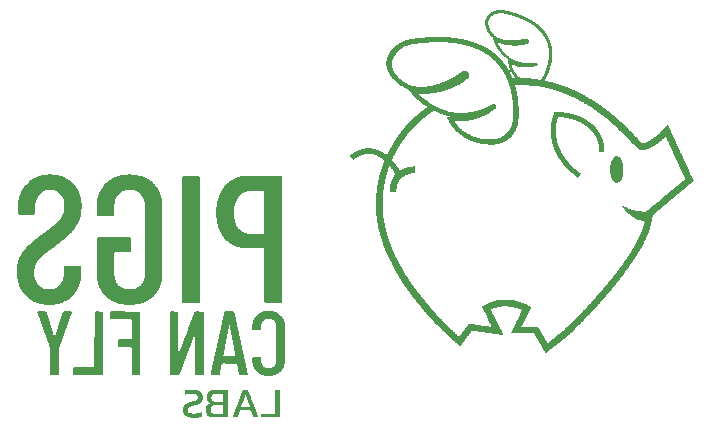
<source format=gbo>
G04*
G04 #@! TF.GenerationSoftware,Altium Limited,Altium Designer,22.0.2 (36)*
G04*
G04 Layer_Color=32896*
%FSLAX25Y25*%
%MOIN*%
G70*
G04*
G04 #@! TF.SameCoordinates,193994FF-6EAD-4761-9CDB-36F61985EFD9*
G04*
G04*
G04 #@! TF.FilePolarity,Positive*
G04*
G01*
G75*
G36*
X56391Y104115D02*
X56823Y104095D01*
X57374Y104075D01*
X57433Y104056D01*
X57787Y104036D01*
X57846Y104016D01*
X57994Y103987D01*
X58151Y103947D01*
X58249Y103928D01*
X58426Y103908D01*
X58584Y103888D01*
X58820Y103849D01*
X59105Y103761D01*
X59233Y103731D01*
X59351Y103711D01*
X59449Y103692D01*
X59607Y103652D01*
X59764Y103593D01*
X59892Y103544D01*
X60020Y103515D01*
X60098Y103495D01*
X60197Y103456D01*
X60403Y103367D01*
X60561Y103328D01*
X60688Y103279D01*
X60718Y103249D01*
X60757Y103229D01*
X60895Y103171D01*
X61003Y103141D01*
X61160Y103043D01*
X61269Y102994D01*
X61396Y102944D01*
X61554Y102846D01*
X61721Y102777D01*
X61859Y102698D01*
X61977Y102620D01*
X62193Y102502D01*
X62331Y102403D01*
X62370Y102384D01*
X62567Y102246D01*
X62606Y102226D01*
X62744Y102128D01*
X62783Y102108D01*
X62842Y102049D01*
X62881Y102030D01*
X63059Y101892D01*
X63098Y101853D01*
X63137Y101833D01*
X63177Y101794D01*
X63216Y101774D01*
X63354Y101636D01*
X63393Y101617D01*
X63472Y101538D01*
X63511Y101518D01*
X63609Y101420D01*
X63649Y101400D01*
X64150Y100899D01*
X64170Y100859D01*
X64347Y100682D01*
X64367Y100643D01*
X64425Y100584D01*
X64445Y100545D01*
X64583Y100407D01*
X64603Y100368D01*
X64642Y100328D01*
X64662Y100289D01*
X64721Y100230D01*
X64740Y100191D01*
X64878Y100014D01*
X64976Y99876D01*
X64996Y99836D01*
X65035Y99797D01*
X65055Y99758D01*
X65094Y99718D01*
X65114Y99679D01*
X65242Y99492D01*
X65330Y99345D01*
X65429Y99168D01*
X65468Y99128D01*
X65517Y99001D01*
X65557Y98902D01*
X65665Y98755D01*
X65714Y98627D01*
X65753Y98528D01*
X65783Y98499D01*
X65861Y98322D01*
X65950Y98076D01*
X65979Y98047D01*
X65999Y98007D01*
X66058Y97870D01*
X66097Y97712D01*
X66137Y97614D01*
X66215Y97437D01*
X66235Y97358D01*
X66265Y97230D01*
X66284Y97152D01*
X66324Y97053D01*
X66412Y96847D01*
X66442Y96660D01*
X66461Y96542D01*
X66501Y96385D01*
X66550Y96257D01*
X66579Y96129D01*
X66599Y96011D01*
X66619Y95834D01*
X66638Y95676D01*
X66658Y95499D01*
X66678Y95401D01*
X66697Y95322D01*
X66737Y95086D01*
X66756Y94988D01*
X66776Y94870D01*
X66796Y94418D01*
X66805Y70431D01*
X66786Y70372D01*
X66766Y69880D01*
X66746Y69821D01*
X66727Y69703D01*
X66746Y69644D01*
X66727Y69585D01*
X66688Y69487D01*
X66668Y69408D01*
X66638Y69123D01*
X66599Y68808D01*
X66579Y68690D01*
X66560Y68592D01*
X66471Y68307D01*
X66452Y68228D01*
X66402Y67943D01*
X66343Y67785D01*
X66294Y67677D01*
X66255Y67520D01*
X66225Y67372D01*
X66186Y67274D01*
X66117Y67146D01*
X66078Y67009D01*
X66058Y66930D01*
X66019Y66831D01*
X65881Y66536D01*
X65832Y66408D01*
X65802Y66340D01*
X65606Y65966D01*
X65527Y65848D01*
X65478Y65720D01*
X65448Y65691D01*
X65350Y65514D01*
X65271Y65376D01*
X65173Y65238D01*
X65153Y65199D01*
X65055Y65061D01*
X65035Y65022D01*
X64937Y64884D01*
X64917Y64845D01*
X64829Y64737D01*
X64780Y64668D01*
X64691Y64560D01*
X64662Y64530D01*
X64642Y64491D01*
X64583Y64432D01*
X64563Y64392D01*
X64485Y64314D01*
X64465Y64274D01*
X64386Y64196D01*
X64367Y64156D01*
X64327Y64117D01*
X64307Y64078D01*
X64258Y64029D01*
X64219Y64009D01*
X64189Y63979D01*
X64170Y63940D01*
X64042Y63812D01*
X64003Y63793D01*
X63904Y63674D01*
X63668Y63438D01*
X63639Y63429D01*
X63619Y63389D01*
X63531Y63301D01*
X63491Y63281D01*
X63452Y63242D01*
X63413Y63222D01*
X63275Y63084D01*
X63236Y63065D01*
X63137Y62966D01*
X63098Y62947D01*
X63059Y62907D01*
X63019Y62888D01*
X62941Y62809D01*
X62901Y62789D01*
X62862Y62750D01*
X62823Y62730D01*
X62646Y62593D01*
X62528Y62514D01*
X62488Y62494D01*
X62429Y62435D01*
X62390Y62416D01*
X62350Y62376D01*
X62095Y62239D01*
X62055Y62199D01*
X61918Y62140D01*
X61878Y62121D01*
X61839Y62081D01*
X61800Y62062D01*
X61760Y62022D01*
X61662Y61983D01*
X61534Y61934D01*
X61377Y61835D01*
X61249Y61786D01*
X61033Y61668D01*
X60856Y61589D01*
X60747Y61560D01*
X60521Y61452D01*
X60216Y61344D01*
X60118Y61304D01*
X59951Y61255D01*
X59872Y61235D01*
X59675Y61177D01*
X59538Y61137D01*
X59341Y61078D01*
X59095Y61029D01*
X58938Y60990D01*
X58830Y60960D01*
X58702Y60931D01*
X58623Y60911D01*
X58505Y60891D01*
X58240Y60862D01*
X58003Y60822D01*
X57925Y60803D01*
X57709Y60783D01*
X57649Y60763D01*
X57364Y60734D01*
X57207Y60714D01*
X56617Y60695D01*
X56420Y60675D01*
X55309Y60665D01*
X55250Y60685D01*
X55171Y60704D01*
X54502Y60724D01*
X54443Y60744D01*
X54089Y60763D01*
X54030Y60783D01*
X53627Y60832D01*
X53509Y60852D01*
X53411Y60872D01*
X53145Y60901D01*
X53066Y60921D01*
X52958Y60950D01*
X52801Y60990D01*
X52693Y61019D01*
X52614Y61039D01*
X52309Y61108D01*
X52024Y61196D01*
X51788Y61255D01*
X51680Y61285D01*
X51434Y61393D01*
X51355Y61413D01*
X51168Y61481D01*
X50923Y61589D01*
X50736Y61658D01*
X50706Y61688D01*
X50667Y61708D01*
X50450Y61806D01*
X50274Y61904D01*
X50096Y61983D01*
X49919Y62081D01*
X49664Y62219D01*
X49585Y62298D01*
X49487Y62337D01*
X49447Y62357D01*
X49172Y62553D01*
X49074Y62612D01*
X49015Y62671D01*
X48975Y62691D01*
X48798Y62829D01*
X48759Y62868D01*
X48621Y62947D01*
X48552Y62996D01*
X48543Y63025D01*
X48503Y63045D01*
X48425Y63124D01*
X48385Y63143D01*
X48228Y63301D01*
X48188Y63320D01*
X48031Y63478D01*
X47992Y63498D01*
X47903Y63566D01*
X47884Y63606D01*
X47815Y63674D01*
X47776Y63694D01*
X47726Y63743D01*
X47707Y63783D01*
X47638Y63851D01*
X47598Y63871D01*
X47549Y63920D01*
X47530Y63960D01*
X47490Y63999D01*
X47471Y64038D01*
X47392Y64117D01*
X47372Y64156D01*
X47175Y64353D01*
X47156Y64392D01*
X47117Y64432D01*
X47097Y64471D01*
X47038Y64530D01*
X47018Y64569D01*
X46979Y64609D01*
X46959Y64648D01*
X46920Y64688D01*
X46900Y64727D01*
X46821Y64806D01*
X46802Y64845D01*
X46625Y65101D01*
X46605Y65140D01*
X46408Y65415D01*
X46310Y65592D01*
X46212Y65750D01*
X45779Y66635D01*
X45720Y66772D01*
X45641Y66949D01*
X45582Y67146D01*
X45484Y67362D01*
X45445Y67461D01*
X45415Y67589D01*
X45395Y67687D01*
X45376Y67766D01*
X45317Y67923D01*
X45287Y68031D01*
X45248Y68189D01*
X45228Y68326D01*
X45209Y68405D01*
X45179Y68513D01*
X45130Y68680D01*
X45091Y68838D01*
X45071Y69074D01*
X45051Y69133D01*
X45032Y69329D01*
X45012Y69546D01*
X44992Y69605D01*
X44973Y69801D01*
X44933Y69959D01*
X44914Y70392D01*
X44894Y70451D01*
X44874Y70726D01*
X44894Y70785D01*
X44884Y82498D01*
X44904Y82734D01*
X44923Y82813D01*
X44992Y82921D01*
X45081Y83029D01*
X45140Y83088D01*
X45238Y83127D01*
X45395Y83167D01*
X55840Y83147D01*
X56017Y83049D01*
X56066Y83000D01*
X56086Y82960D01*
X56164Y82882D01*
X56204Y82783D01*
X56223Y82586D01*
X56204Y78495D01*
X56145Y78397D01*
X56105Y78358D01*
X56096Y78328D01*
X56056Y78308D01*
X55958Y78210D01*
X55919Y78190D01*
X55820Y78151D01*
X55742Y78131D01*
X51041Y78112D01*
X50903Y78013D01*
X50854Y77964D01*
X50834Y77925D01*
X50775Y77787D01*
X50795Y70647D01*
X50814Y70588D01*
X50834Y70274D01*
X50873Y70175D01*
X50893Y70038D01*
X50913Y69841D01*
X50932Y69762D01*
X50962Y69615D01*
X50982Y69536D01*
X51060Y69320D01*
X51090Y69211D01*
X51119Y69084D01*
X51139Y69005D01*
X51178Y68906D01*
X51267Y68739D01*
X51306Y68602D01*
X51424Y68385D01*
X51582Y68090D01*
X51621Y68051D01*
X51640Y68012D01*
X51808Y67766D01*
X51886Y67648D01*
X51935Y67579D01*
X51975Y67540D01*
X51995Y67500D01*
X52093Y67402D01*
X52113Y67362D01*
X52437Y67038D01*
X52476Y67018D01*
X52634Y66861D01*
X52673Y66841D01*
X52732Y66782D01*
X52772Y66763D01*
X52830Y66704D01*
X52870Y66684D01*
X53008Y66586D01*
X53047Y66566D01*
X53165Y66487D01*
X53204Y66467D01*
X53322Y66389D01*
X53657Y66232D01*
X53873Y66133D01*
X53971Y66094D01*
X54207Y66035D01*
X54335Y65986D01*
X54443Y65956D01*
X54522Y65936D01*
X54748Y65887D01*
X54866Y65868D01*
X55063Y65848D01*
X55417Y65809D01*
X55496Y65789D01*
X56253Y65779D01*
X56312Y65799D01*
X56499Y65828D01*
X56735Y65848D01*
X56833Y65868D01*
X57207Y65927D01*
X57286Y65946D01*
X57394Y65976D01*
X57649Y66054D01*
X57895Y66143D01*
X58141Y66251D01*
X58554Y66467D01*
X58849Y66664D01*
X59095Y66851D01*
X59213Y66949D01*
X59557Y67294D01*
X59587Y67304D01*
X59607Y67343D01*
X59803Y67540D01*
X59823Y67579D01*
X59911Y67687D01*
X59941Y67716D01*
X59961Y67756D01*
X60039Y67874D01*
X60059Y67913D01*
X60118Y67972D01*
X60138Y68012D01*
X60256Y68228D01*
X60354Y68366D01*
X60374Y68444D01*
X60492Y68661D01*
X60551Y68798D01*
X60570Y68877D01*
X60600Y68985D01*
X60639Y69084D01*
X60688Y69192D01*
X60728Y69290D01*
X60747Y69369D01*
X60777Y69556D01*
X60797Y69654D01*
X60885Y69939D01*
X60924Y70214D01*
X60944Y70411D01*
X60964Y71080D01*
Y81151D01*
Y81170D01*
X60944Y94506D01*
X60924Y94565D01*
X60895Y94811D01*
X60875Y94909D01*
X60856Y94988D01*
X60787Y95214D01*
X60767Y95293D01*
X60738Y95480D01*
X60718Y95559D01*
X60590Y95844D01*
X60561Y95972D01*
X60541Y96050D01*
X60443Y96208D01*
X60364Y96404D01*
X60295Y96512D01*
X60216Y96630D01*
X60098Y96847D01*
X60059Y96886D01*
X60039Y96925D01*
X59902Y97102D01*
X59715Y97348D01*
X59626Y97437D01*
X59616Y97466D01*
X59577Y97486D01*
X59085Y97978D01*
X59046Y97997D01*
X59007Y98037D01*
X58967Y98057D01*
X58928Y98096D01*
X58889Y98115D01*
X58830Y98175D01*
X58653Y98273D01*
X58515Y98371D01*
X58299Y98489D01*
X58200Y98548D01*
X58003Y98607D01*
X57866Y98686D01*
X57689Y98765D01*
X57522Y98794D01*
X57423Y98814D01*
X57207Y98892D01*
X57099Y98922D01*
X57020Y98942D01*
X56764Y98961D01*
X56627Y98981D01*
X56233Y99001D01*
X56174Y99020D01*
X56096Y99040D01*
X55525Y99020D01*
X55466Y99001D01*
X55329Y98981D01*
X54768Y98951D01*
X54670Y98932D01*
X54453Y98853D01*
X54355Y98814D01*
X54276Y98794D01*
X54158Y98774D01*
X54060Y98755D01*
X53981Y98735D01*
X53863Y98656D01*
X53755Y98607D01*
X53676Y98588D01*
X53489Y98519D01*
X53440Y98470D01*
X53401Y98450D01*
X53184Y98332D01*
X53047Y98233D01*
X53008Y98214D01*
X52821Y98086D01*
X52752Y98017D01*
X52653Y97958D01*
X52555Y97860D01*
X52516Y97840D01*
X52034Y97358D01*
X52014Y97319D01*
X51975Y97280D01*
X51955Y97240D01*
X51916Y97201D01*
X51896Y97162D01*
X51857Y97122D01*
X51837Y97083D01*
X51778Y97024D01*
X51700Y96886D01*
X51601Y96749D01*
X51582Y96709D01*
X51542Y96670D01*
X51483Y96532D01*
X51267Y96080D01*
X51149Y95824D01*
X51109Y95686D01*
X51080Y95559D01*
X51001Y95342D01*
X50972Y95234D01*
X50932Y95077D01*
X50883Y94693D01*
X50863Y94614D01*
X50834Y94506D01*
X50814Y94251D01*
X50775Y93975D01*
X50755Y90651D01*
X50716Y90553D01*
X50657Y90454D01*
X50549Y90346D01*
X50411Y90287D01*
X50332Y90267D01*
X50195Y90248D01*
X45278Y90267D01*
X45100Y90366D01*
X45012Y90454D01*
X44992Y90494D01*
X44953Y90533D01*
X44894Y90730D01*
X44884Y90936D01*
X44904Y94398D01*
X44923Y94496D01*
X44943Y94870D01*
X44982Y95067D01*
X45051Y95608D01*
X45081Y95834D01*
X45100Y95952D01*
X45120Y96050D01*
X45150Y96158D01*
X45189Y96296D01*
X45209Y96375D01*
X45238Y96562D01*
X45258Y96660D01*
X45278Y96739D01*
X45386Y97083D01*
X45405Y97162D01*
X45513Y97466D01*
X45563Y97594D01*
X45602Y97732D01*
X45671Y97919D01*
X45700Y97988D01*
X45799Y98204D01*
X45848Y98332D01*
X45936Y98499D01*
X46251Y99109D01*
X46349Y99266D01*
X46448Y99443D01*
X46546Y99581D01*
X46566Y99620D01*
X46644Y99738D01*
X46664Y99778D01*
X46851Y100023D01*
X46900Y100092D01*
X46940Y100132D01*
X46959Y100171D01*
X47048Y100279D01*
X47205Y100476D01*
X47303Y100594D01*
X47490Y100781D01*
X47510Y100820D01*
X47589Y100899D01*
X47608Y100938D01*
X47766Y101095D01*
X47785Y101135D01*
X47835Y101184D01*
X47874Y101204D01*
X47913Y101243D01*
X47952Y101263D01*
X48051Y101361D01*
X48090Y101381D01*
X48346Y101636D01*
X48385Y101656D01*
X48444Y101715D01*
X48484Y101735D01*
X48562Y101813D01*
X48602Y101833D01*
X48710Y101921D01*
X48739Y101951D01*
X48779Y101971D01*
X49025Y102157D01*
X49378Y102394D01*
X49575Y102512D01*
X49644Y102561D01*
X49860Y102679D01*
X50018Y102777D01*
X50146Y102826D01*
X50431Y102974D01*
X50844Y103171D01*
X50972Y103220D01*
X51198Y103328D01*
X51326Y103357D01*
X51483Y103416D01*
X51572Y103465D01*
X51670Y103505D01*
X51896Y103554D01*
X51975Y103574D01*
X52073Y103613D01*
X52201Y103662D01*
X52358Y103702D01*
X52545Y103731D01*
X52644Y103751D01*
X52801Y103810D01*
X52968Y103859D01*
X53106Y103879D01*
X53303Y103898D01*
X53470Y103928D01*
X53765Y103987D01*
X53883Y104006D01*
X53981Y104026D01*
X54138Y104046D01*
X54414Y104066D01*
X54591Y104085D01*
X55240Y104105D01*
X55358Y104124D01*
X56332Y104134D01*
X56391Y104115D01*
D02*
G37*
G36*
X78892Y103623D02*
X79148Y103485D01*
X79217Y103416D01*
X79276Y103279D01*
X79296Y103082D01*
X79276Y61521D01*
X79177Y61344D01*
X79109Y61275D01*
X79069Y61255D01*
X78892Y61177D01*
X78755Y61157D01*
X73837Y61177D01*
X73798Y61196D01*
X73778D01*
X73601Y61295D01*
X73523Y61413D01*
X73493Y61442D01*
X73454Y61540D01*
X73434Y61619D01*
X73414Y61816D01*
X73434Y103239D01*
X73513Y103377D01*
X73601Y103505D01*
X73641Y103524D01*
X73857Y103623D01*
X73936Y103643D01*
X78892Y103623D01*
D02*
G37*
G36*
X29975Y104115D02*
X30034Y104095D01*
X30781Y104075D01*
X30840Y104056D01*
X31155Y104036D01*
X31214Y104016D01*
X31450Y103977D01*
X31529Y103957D01*
X31657Y103928D01*
X31735Y103908D01*
X32050Y103869D01*
X32148Y103849D01*
X32227Y103829D01*
X32325Y103790D01*
X32492Y103741D01*
X32630Y103721D01*
X32709Y103702D01*
X32846Y103682D01*
X32906Y103662D01*
X33083Y103584D01*
X33181Y103544D01*
X33309Y103515D01*
X33387Y103495D01*
X33515Y103446D01*
X33692Y103367D01*
X33830Y103328D01*
X34164Y103171D01*
X34263Y103131D01*
X34440Y103033D01*
X34617Y102954D01*
X35030Y102738D01*
X35167Y102639D01*
X35344Y102541D01*
X35640Y102344D01*
X35777Y102246D01*
X35816Y102226D01*
X35856Y102187D01*
X35895Y102167D01*
X36072Y102030D01*
X36180Y101941D01*
X36249Y101892D01*
X36328Y101813D01*
X36367Y101794D01*
X36407Y101754D01*
X36446Y101735D01*
X36564Y101617D01*
X36593Y101607D01*
X36603Y101577D01*
X36643Y101558D01*
X36800Y101400D01*
X36839Y101381D01*
X37105Y101115D01*
X37124Y101076D01*
X37321Y100879D01*
X37341Y100840D01*
X37498Y100682D01*
X37518Y100643D01*
X37557Y100604D01*
X37577Y100564D01*
X37695Y100446D01*
X37715Y100407D01*
X37803Y100299D01*
X37852Y100250D01*
X37872Y100210D01*
X38010Y100033D01*
X38088Y99915D01*
X38167Y99778D01*
X38226Y99718D01*
X38246Y99679D01*
X38364Y99463D01*
X38403Y99423D01*
X38423Y99384D01*
X38541Y99168D01*
X38580Y99128D01*
X38600Y99089D01*
X38659Y98951D01*
X38777Y98735D01*
X38875Y98519D01*
X38924Y98391D01*
X39013Y98243D01*
X39042Y98135D01*
X39062Y98057D01*
X39101Y97958D01*
X39209Y97712D01*
X39239Y97584D01*
X39298Y97427D01*
X39347Y97319D01*
X39386Y97181D01*
X39436Y96935D01*
X39544Y96591D01*
X39564Y96512D01*
X39632Y96090D01*
X39652Y95991D01*
X39682Y95883D01*
X39701Y95804D01*
X39721Y95667D01*
X39741Y95470D01*
X39760Y95332D01*
X39780Y95077D01*
X39809Y94811D01*
X39829Y94693D01*
X39859Y93955D01*
X39878Y93896D01*
X39898Y93700D01*
X39878Y92933D01*
X39839Y92834D01*
X39819Y92126D01*
X39799Y92067D01*
X39780Y91654D01*
X39760Y91595D01*
X39731Y91290D01*
X39711Y91172D01*
X39672Y90975D01*
X39632Y90818D01*
X39613Y90700D01*
X39593Y90602D01*
X39573Y90484D01*
X39554Y90385D01*
X39534Y90307D01*
X39445Y90022D01*
X39406Y89864D01*
X39357Y89658D01*
X39318Y89559D01*
X39268Y89451D01*
X39209Y89254D01*
X39180Y89146D01*
X39141Y89048D01*
X39052Y88841D01*
X39003Y88714D01*
X38964Y88615D01*
X38934Y88586D01*
X38875Y88448D01*
X38826Y88320D01*
X38787Y88222D01*
X38737Y88173D01*
X38659Y87996D01*
X38619Y87897D01*
X38501Y87720D01*
X38462Y87622D01*
X38403Y87524D01*
X38344Y87464D01*
X38324Y87425D01*
X38187Y87169D01*
X38147Y87130D01*
X38029Y86914D01*
X37970Y86855D01*
X37951Y86815D01*
X37852Y86638D01*
X37774Y86560D01*
X37754Y86520D01*
X37656Y86343D01*
X37577Y86265D01*
X37557Y86225D01*
X37429Y86039D01*
X37361Y85970D01*
X37282Y85832D01*
X37183Y85734D01*
X37105Y85596D01*
X36987Y85478D01*
X36967Y85439D01*
X36928Y85399D01*
X36908Y85360D01*
X36810Y85262D01*
X36790Y85222D01*
X36633Y85065D01*
X36613Y85026D01*
X36574Y84986D01*
X36554Y84947D01*
X36220Y84613D01*
X36200Y84573D01*
X36141Y84514D01*
X36121Y84475D01*
X35895Y84249D01*
X35856Y84229D01*
X35777Y84150D01*
X35738Y84131D01*
X35423Y83816D01*
X35384Y83796D01*
X35226Y83639D01*
X35187Y83619D01*
X35069Y83501D01*
X35030Y83482D01*
X34872Y83324D01*
X34833Y83305D01*
X34774Y83245D01*
X34735Y83226D01*
X34597Y83088D01*
X34558Y83068D01*
X34459Y82970D01*
X34420Y82950D01*
X34341Y82872D01*
X34302Y82852D01*
X34204Y82754D01*
X34164Y82734D01*
X34046Y82616D01*
X34007Y82596D01*
X33948Y82537D01*
X33909Y82518D01*
X33869Y82478D01*
X33830Y82459D01*
X33751Y82380D01*
X33712Y82360D01*
X33604Y82272D01*
X33555Y82223D01*
X33515Y82203D01*
X33476Y82164D01*
X33437Y82144D01*
X33299Y82006D01*
X33259Y81987D01*
X33083Y81849D01*
X33043Y81810D01*
X33004Y81790D01*
X32827Y81652D01*
X32787Y81613D01*
X32748Y81593D01*
X32640Y81505D01*
X32551Y81416D01*
X32414Y81337D01*
X32315Y81239D01*
X32276Y81220D01*
X32168Y81131D01*
X32119Y81082D01*
X32079Y81062D01*
X31892Y80934D01*
X31804Y80846D01*
X31706Y80787D01*
X31607Y80689D01*
X31568Y80669D01*
X31391Y80531D01*
X31352Y80492D01*
X31312Y80472D01*
X31175Y80374D01*
X31116Y80315D01*
X31076Y80295D01*
X30939Y80197D01*
X30860Y80118D01*
X30683Y80020D01*
X30604Y79941D01*
X30565Y79921D01*
X30319Y79734D01*
X30201Y79656D01*
X30132Y79587D01*
X30093Y79567D01*
X30053Y79528D01*
X30014Y79508D01*
X29906Y79420D01*
X29837Y79371D01*
X29591Y79184D01*
X29473Y79105D01*
X29404Y79056D01*
X29345Y78997D01*
X29306Y78977D01*
X29060Y78790D01*
X28991Y78741D01*
X28883Y78653D01*
X28814Y78604D01*
X28775Y78564D01*
X28736Y78544D01*
X28696Y78505D01*
X28657Y78486D01*
X28598Y78426D01*
X28558Y78407D01*
X28381Y78269D01*
X28342Y78230D01*
X28303Y78210D01*
X28264Y78171D01*
X28224Y78151D01*
X28185Y78112D01*
X28146Y78092D01*
X28087Y78033D01*
X28047Y78013D01*
X27939Y77925D01*
X27909Y77895D01*
X27870Y77876D01*
X27811Y77817D01*
X27772Y77797D01*
X27732Y77758D01*
X27693Y77738D01*
X27634Y77679D01*
X27595Y77659D01*
X27536Y77600D01*
X27496Y77581D01*
X27457Y77541D01*
X27418Y77522D01*
X27319Y77423D01*
X27280Y77404D01*
X27241Y77364D01*
X27201Y77345D01*
X27103Y77246D01*
X27064Y77227D01*
X27024Y77187D01*
X26995Y77178D01*
X26975Y77138D01*
X26926Y77089D01*
X26887Y77069D01*
X26847Y77030D01*
X26808Y77010D01*
X26749Y76951D01*
X26710Y76932D01*
X25815Y76037D01*
X25795Y75997D01*
X25657Y75860D01*
X25638Y75820D01*
X25480Y75663D01*
X25402Y75525D01*
X25303Y75427D01*
X25185Y75211D01*
X25107Y75132D01*
X25008Y74955D01*
X24969Y74915D01*
X24949Y74876D01*
X24812Y74620D01*
X24753Y74562D01*
X24713Y74463D01*
X24664Y74335D01*
X24585Y74217D01*
X24536Y74089D01*
X24467Y73902D01*
X24359Y73657D01*
X24310Y73431D01*
X24281Y73322D01*
X24241Y73224D01*
X24212Y73116D01*
X24192Y73037D01*
X24172Y72919D01*
X24103Y72359D01*
X24084Y72280D01*
X24064Y72142D01*
X24044Y72063D01*
X24064Y70883D01*
X24084Y70824D01*
X24103Y70628D01*
X24133Y70421D01*
X24153Y70244D01*
X24172Y70047D01*
X24192Y69929D01*
X24300Y69585D01*
X24340Y69447D01*
X24369Y69261D01*
X24408Y69162D01*
X24497Y69015D01*
X24526Y68887D01*
X24546Y68808D01*
X24644Y68651D01*
X24733Y68444D01*
X24812Y68307D01*
X24890Y68189D01*
X24939Y68061D01*
X24989Y68012D01*
X25008Y67972D01*
X25048Y67933D01*
X25067Y67894D01*
X25195Y67707D01*
X25244Y67658D01*
X25264Y67618D01*
X25392Y67451D01*
X25431Y67431D01*
X25480Y67382D01*
X25500Y67343D01*
X25569Y67274D01*
X25608Y67254D01*
X25657Y67205D01*
X25677Y67166D01*
X25726Y67117D01*
X25765Y67097D01*
X25893Y66969D01*
X25913Y66930D01*
X26031Y66831D01*
X26080Y66782D01*
X26120Y66763D01*
X26159Y66723D01*
X26198Y66704D01*
X26375Y66566D01*
X26493Y66487D01*
X26533Y66467D01*
X26788Y66330D01*
X27280Y66094D01*
X27418Y66054D01*
X27605Y65986D01*
X27683Y65966D01*
X27791Y65936D01*
X27870Y65917D01*
X28106Y65877D01*
X28185Y65858D01*
X28450Y65828D01*
X28706Y65789D01*
X29345Y65779D01*
X29404Y65799D01*
X29601Y65818D01*
X29926Y65868D01*
X30044Y65887D01*
X30142Y65907D01*
X30378Y65966D01*
X30663Y66054D01*
X30791Y66104D01*
X30889Y66143D01*
X31234Y66310D01*
X31352Y66389D01*
X31568Y66507D01*
X31883Y66743D01*
X31991Y66831D01*
X32020Y66861D01*
X32060Y66881D01*
X32119Y66940D01*
X32158Y66959D01*
X32404Y67205D01*
X32424Y67244D01*
X32483Y67304D01*
X32502Y67343D01*
X32601Y67441D01*
X32620Y67480D01*
X32699Y67559D01*
X32719Y67598D01*
X32778Y67658D01*
X32837Y67756D01*
X32925Y67864D01*
X33043Y68061D01*
X33122Y68179D01*
X33191Y68326D01*
X33289Y68464D01*
X33328Y68562D01*
X33397Y68749D01*
X33505Y68975D01*
X33535Y69103D01*
X33555Y69182D01*
X33594Y69280D01*
X33643Y69388D01*
X33702Y69585D01*
X33732Y69713D01*
X33751Y69831D01*
X33771Y69910D01*
X33791Y70008D01*
X33850Y70244D01*
X33869Y70342D01*
X33889Y70519D01*
X33909Y70716D01*
X33928Y70893D01*
X33948Y71129D01*
X33958Y71257D01*
X33938Y71316D01*
X33958Y71395D01*
X33977Y71631D01*
X33997Y71690D01*
X34017Y73401D01*
X34095Y73539D01*
X34184Y73647D01*
X34223Y73667D01*
X34361Y73725D01*
X34636Y73765D01*
X39298Y73745D01*
X39357Y73725D01*
X39485Y73676D01*
X39593Y73607D01*
X39623Y73578D01*
X39741Y73322D01*
X39760Y73185D01*
X39741Y70647D01*
X39721Y70588D01*
X39701Y70116D01*
X39682Y70057D01*
X39662Y69978D01*
X39642Y69703D01*
X39623Y69644D01*
X39603Y69565D01*
X39583Y69231D01*
X39564Y69172D01*
X39534Y68985D01*
X39514Y68906D01*
X39495Y68808D01*
X39416Y68493D01*
X39396Y68395D01*
X39377Y68277D01*
X39357Y68179D01*
X39229Y67775D01*
X39209Y67697D01*
X39180Y67589D01*
X39141Y67490D01*
X39072Y67323D01*
X39033Y67185D01*
X39013Y67107D01*
X38964Y66979D01*
X38855Y66733D01*
X38806Y66605D01*
X38777Y66536D01*
X38698Y66418D01*
X38649Y66290D01*
X38610Y66192D01*
X38560Y66123D01*
X38462Y65907D01*
X38383Y65769D01*
X38344Y65730D01*
X38226Y65514D01*
X38128Y65376D01*
X38108Y65297D01*
X37970Y65120D01*
X37892Y64982D01*
X37813Y64904D01*
X37793Y64864D01*
X37754Y64825D01*
X37675Y64688D01*
X37597Y64609D01*
X37577Y64569D01*
X37538Y64530D01*
X37518Y64491D01*
X37449Y64402D01*
X37410Y64383D01*
X37331Y64265D01*
X37223Y64156D01*
X37203Y64117D01*
X36987Y63901D01*
X36967Y63861D01*
X36879Y63753D01*
X36810Y63684D01*
X36790Y63645D01*
X36761Y63616D01*
X36721Y63596D01*
X36544Y63419D01*
X36505Y63399D01*
X36367Y63261D01*
X36328Y63242D01*
X36220Y63134D01*
X36200Y63094D01*
X36131Y63045D01*
X36023Y62957D01*
X35974Y62907D01*
X35934Y62888D01*
X35895Y62848D01*
X35856Y62829D01*
X35757Y62730D01*
X35718Y62711D01*
X35187Y62337D01*
X35148Y62317D01*
X34892Y62140D01*
X34754Y62062D01*
X34636Y61983D01*
X34558Y61963D01*
X34381Y61865D01*
X33810Y61589D01*
X33712Y61550D01*
X33456Y61432D01*
X33210Y61344D01*
X33102Y61295D01*
X32906Y61235D01*
X32797Y61206D01*
X32640Y61167D01*
X32551Y61137D01*
X32453Y61098D01*
X32296Y61058D01*
X32070Y61009D01*
X31961Y60980D01*
X31765Y60921D01*
X31627Y60901D01*
X31548Y60881D01*
X31165Y60832D01*
X31066Y60813D01*
X30870Y60793D01*
X30771Y60773D01*
X30693Y60754D01*
X30417Y60734D01*
X30319Y60714D01*
X29729Y60695D01*
X29572Y60675D01*
X28558Y60665D01*
X28499Y60685D01*
X27654Y60724D01*
X27595Y60744D01*
X27319Y60763D01*
X27260Y60783D01*
X27123Y60803D01*
X27044Y60822D01*
X26808Y60842D01*
X26749Y60862D01*
X26670Y60881D01*
X26424Y60911D01*
X26316Y60940D01*
X26238Y60960D01*
X26011Y61009D01*
X25854Y61049D01*
X25530Y61137D01*
X25431Y61177D01*
X25175Y61255D01*
X25067Y61285D01*
X24959Y61334D01*
X24595Y61462D01*
X24497Y61501D01*
X24467Y61531D01*
X24212Y61629D01*
X24113Y61668D01*
X23700Y61885D01*
X23405Y62042D01*
X23287Y62121D01*
X23110Y62219D01*
X22913Y62357D01*
X22874Y62376D01*
X22490Y62661D01*
X22373Y62740D01*
X22343Y62770D01*
X22304Y62789D01*
X22225Y62868D01*
X22186Y62888D01*
X22038Y62996D01*
X22018Y63035D01*
X21950Y63084D01*
X21910Y63124D01*
X21871Y63143D01*
X21733Y63281D01*
X21694Y63301D01*
X21645Y63350D01*
X21625Y63389D01*
X21576Y63438D01*
X21537Y63458D01*
X21468Y63527D01*
X21448Y63566D01*
X21379Y63635D01*
X21340Y63655D01*
X21291Y63704D01*
X21271Y63743D01*
X21182Y63832D01*
X21143Y63851D01*
X21094Y63901D01*
X21074Y63940D01*
X20917Y64097D01*
X20897Y64137D01*
X20858Y64176D01*
X20838Y64215D01*
X20770Y64265D01*
X20720Y64333D01*
X20583Y64510D01*
X20543Y64550D01*
X20465Y64688D01*
X20386Y64766D01*
X20366Y64806D01*
X20327Y64845D01*
X20307Y64884D01*
X20219Y64992D01*
X20189Y65022D01*
X20170Y65061D01*
X20091Y65199D01*
X19953Y65396D01*
X19874Y65533D01*
X19776Y65671D01*
X19737Y65769D01*
X19638Y65907D01*
X19579Y66045D01*
X19462Y66261D01*
X19402Y66399D01*
X19353Y66527D01*
X19245Y66733D01*
X19157Y66979D01*
X19068Y67146D01*
X19029Y67304D01*
X18960Y67490D01*
X18871Y67697D01*
X18832Y67933D01*
X18763Y68120D01*
X18714Y68228D01*
X18675Y68385D01*
X18655Y68523D01*
X18625Y68690D01*
X18606Y68769D01*
X18557Y68936D01*
X18517Y69093D01*
X18498Y69231D01*
X18478Y69428D01*
X18449Y69595D01*
X18429Y69713D01*
X18409Y69870D01*
X18390Y69988D01*
X18370Y70185D01*
X18350Y70264D01*
X18330Y70421D01*
X18311Y70657D01*
X18301Y72634D01*
Y72654D01*
X18321Y73342D01*
X18340Y73401D01*
X18370Y73607D01*
X18390Y73765D01*
X18409Y73843D01*
X18439Y73952D01*
X18488Y74414D01*
X18527Y74611D01*
X18547Y74689D01*
X18616Y74915D01*
X18655Y75073D01*
X18685Y75260D01*
X18704Y75338D01*
X18812Y75584D01*
X18862Y75810D01*
X18881Y75889D01*
X18960Y76007D01*
X19009Y76115D01*
X19039Y76243D01*
X19078Y76341D01*
X19157Y76460D01*
X19206Y76587D01*
X19235Y76696D01*
X19353Y76892D01*
X19452Y77109D01*
X19530Y77227D01*
X19560Y77256D01*
X19609Y77384D01*
X19688Y77502D01*
X19717Y77531D01*
X19855Y77787D01*
X19894Y77827D01*
X19914Y77866D01*
X20012Y78043D01*
X20052Y78082D01*
X20071Y78122D01*
X20111Y78161D01*
X20130Y78200D01*
X20229Y78338D01*
X20248Y78377D01*
X20307Y78436D01*
X20327Y78476D01*
X20514Y78721D01*
X20563Y78790D01*
X20651Y78899D01*
X20681Y78928D01*
X20701Y78967D01*
X20740Y79007D01*
X20760Y79046D01*
X20878Y79164D01*
X20897Y79203D01*
X21035Y79341D01*
X21055Y79380D01*
X21192Y79558D01*
X21251Y79597D01*
X21271Y79636D01*
X21379Y79744D01*
X21419Y79764D01*
X21448Y79794D01*
X21468Y79833D01*
X21576Y79941D01*
X21615Y79961D01*
X21664Y80029D01*
X21753Y80118D01*
X21792Y80138D01*
X21822Y80167D01*
X21842Y80207D01*
X21950Y80315D01*
X21979Y80325D01*
X21989Y80354D01*
X22018Y80364D01*
X22038Y80403D01*
X22146Y80511D01*
X22176Y80521D01*
X22196Y80561D01*
X22284Y80649D01*
X22323Y80669D01*
X22432Y80757D01*
X22540Y80866D01*
X22579Y80885D01*
X22717Y81023D01*
X22756Y81042D01*
X22894Y81180D01*
X22933Y81200D01*
X23090Y81357D01*
X23130Y81377D01*
X23209Y81456D01*
X23248Y81475D01*
X23346Y81574D01*
X23385Y81593D01*
X23445Y81652D01*
X23484Y81672D01*
X23562Y81751D01*
X23602Y81770D01*
X23641Y81810D01*
X23681Y81829D01*
X23818Y81967D01*
X23858Y81987D01*
X23917Y82046D01*
X23946Y82055D01*
X23956Y82085D01*
X23995Y82105D01*
X24054Y82164D01*
X24094Y82183D01*
X24212Y82301D01*
X24251Y82321D01*
X24290Y82360D01*
X24330Y82380D01*
X24428Y82478D01*
X24467Y82498D01*
X24644Y82636D01*
X24703Y82695D01*
X24743Y82714D01*
X24851Y82803D01*
X24920Y82852D01*
X24959Y82891D01*
X24998Y82911D01*
X25107Y83000D01*
X25175Y83068D01*
X25215Y83088D01*
X25323Y83177D01*
X25490Y83305D01*
X25530Y83324D01*
X25589Y83383D01*
X25628Y83403D01*
X25667Y83442D01*
X25706Y83462D01*
X25883Y83600D01*
X25923Y83639D01*
X25962Y83658D01*
X26002Y83698D01*
X26041Y83718D01*
X26100Y83776D01*
X26139Y83796D01*
X26179Y83836D01*
X26218Y83855D01*
X26257Y83895D01*
X26297Y83914D01*
X26336Y83954D01*
X26375Y83973D01*
X26434Y84032D01*
X26474Y84052D01*
X26582Y84140D01*
X26906Y84386D01*
X26946Y84406D01*
X26985Y84445D01*
X27024Y84465D01*
X27132Y84553D01*
X27201Y84603D01*
X27585Y84888D01*
X27654Y84937D01*
X27693Y84976D01*
X27732Y84996D01*
X27772Y85035D01*
X27811Y85055D01*
X28126Y85291D01*
X28165Y85330D01*
X28205Y85350D01*
X28450Y85537D01*
X28598Y85645D01*
X28637Y85665D01*
X28716Y85743D01*
X28755Y85763D01*
X29109Y86039D01*
X29149Y86078D01*
X29188Y86098D01*
X29227Y86137D01*
X29267Y86156D01*
X29375Y86245D01*
X29404Y86274D01*
X29444Y86294D01*
X29483Y86334D01*
X29522Y86353D01*
X29621Y86452D01*
X29660Y86471D01*
X29699Y86511D01*
X29739Y86530D01*
X29778Y86570D01*
X29817Y86589D01*
X29837Y86629D01*
X29876Y86648D01*
X29916Y86688D01*
X29955Y86707D01*
X29994Y86747D01*
X30034Y86766D01*
X30112Y86845D01*
X30152Y86865D01*
X30211Y86924D01*
X30250Y86943D01*
X30388Y87081D01*
X30427Y87101D01*
X30506Y87179D01*
X30545Y87199D01*
X30604Y87258D01*
X30702Y87317D01*
X30732Y87347D01*
X30752Y87386D01*
X30801Y87435D01*
X30840Y87455D01*
X30948Y87543D01*
X31056Y87651D01*
X31096Y87671D01*
X31145Y87740D01*
X31214Y87809D01*
X31253Y87828D01*
X31361Y87917D01*
X31411Y87966D01*
X31450Y87986D01*
X31558Y88094D01*
X31578Y88133D01*
X31647Y88182D01*
X31735Y88271D01*
X31755Y88310D01*
X31784Y88340D01*
X31824Y88359D01*
X32404Y88940D01*
X32424Y88979D01*
X32522Y89077D01*
X32542Y89117D01*
X32640Y89215D01*
X32660Y89254D01*
X32778Y89372D01*
X32797Y89412D01*
X32886Y89520D01*
X32915Y89549D01*
X32935Y89589D01*
X32974Y89628D01*
X33053Y89766D01*
X33092Y89805D01*
X33112Y89845D01*
X33191Y89963D01*
X33269Y90100D01*
X33466Y90474D01*
X33545Y90651D01*
X33663Y90907D01*
X33741Y91162D01*
X33781Y91261D01*
X33830Y91389D01*
X33859Y91497D01*
X33899Y91733D01*
X33977Y92048D01*
X34007Y92234D01*
X34027Y92333D01*
X34046Y92411D01*
X34066Y92687D01*
X34086Y92805D01*
X34095Y94093D01*
X34076Y94152D01*
X34046Y94516D01*
X34027Y94673D01*
X33987Y94890D01*
X33928Y95126D01*
X33909Y95224D01*
X33889Y95342D01*
X33869Y95421D01*
X33850Y95539D01*
X33633Y96168D01*
X33525Y96394D01*
X33289Y96847D01*
X33191Y96984D01*
X33112Y97122D01*
X32876Y97437D01*
X32817Y97496D01*
X32797Y97535D01*
X32335Y97997D01*
X32296Y98017D01*
X32158Y98115D01*
X32099Y98175D01*
X32060Y98194D01*
X31873Y98322D01*
X31824Y98371D01*
X31696Y98420D01*
X31588Y98489D01*
X31548Y98528D01*
X31450Y98568D01*
X31263Y98637D01*
X31234Y98666D01*
X31194Y98686D01*
X31017Y98765D01*
X30850Y98794D01*
X30771Y98814D01*
X30506Y98922D01*
X30368Y98942D01*
X30289Y98961D01*
X29867Y98991D01*
X29670Y99010D01*
X29572Y99030D01*
X29188Y99040D01*
X29129Y99020D01*
X28696Y98981D01*
X28391Y98951D01*
X28155Y98912D01*
X28057Y98873D01*
X27929Y98824D01*
X27791Y98784D01*
X27683Y98755D01*
X27555Y98706D01*
X27457Y98647D01*
X27359Y98607D01*
X27172Y98538D01*
X27123Y98489D01*
X27083Y98470D01*
X26828Y98332D01*
X26769Y98273D01*
X26729Y98253D01*
X26542Y98125D01*
X26533Y98096D01*
X26493Y98076D01*
X26454Y98037D01*
X26415Y98017D01*
X26306Y97929D01*
X25716Y97338D01*
X25697Y97299D01*
X25657Y97260D01*
X25638Y97220D01*
X25549Y97112D01*
X25500Y97063D01*
X25480Y97024D01*
X25352Y96837D01*
X25323Y96807D01*
X25303Y96768D01*
X25185Y96552D01*
X25107Y96434D01*
X25057Y96306D01*
X25028Y96237D01*
X24930Y96080D01*
X24910Y96001D01*
X24870Y95903D01*
X24753Y95647D01*
X24713Y95490D01*
X24684Y95362D01*
X24556Y94959D01*
X24536Y94821D01*
X24507Y94634D01*
X24467Y94477D01*
X24448Y94378D01*
X24428Y94260D01*
X24398Y93995D01*
X24379Y93857D01*
X24359Y93778D01*
X24340Y91182D01*
X24320Y91123D01*
X24281Y91025D01*
X24261Y90985D01*
X24172Y90877D01*
X24035Y90779D01*
X23897Y90720D01*
X23641Y90700D01*
X19019Y90720D01*
X18842Y90818D01*
X18734Y90907D01*
X18675Y90966D01*
X18635Y91064D01*
X18596Y91202D01*
X18576Y91339D01*
X18596Y93759D01*
X18616Y93818D01*
X18635Y94073D01*
X18655Y94565D01*
X18675Y94624D01*
X18694Y94998D01*
X18714Y95057D01*
X18744Y95204D01*
X18773Y95313D01*
X18802Y95519D01*
X18822Y95618D01*
X18901Y96090D01*
X18921Y96168D01*
X18970Y96296D01*
X19009Y96453D01*
X19078Y96778D01*
X19137Y96896D01*
X19186Y97024D01*
X19206Y97102D01*
X19255Y97329D01*
X19363Y97555D01*
X19402Y97693D01*
X19422Y97771D01*
X19521Y97948D01*
X19579Y98086D01*
X19599Y98165D01*
X19648Y98292D01*
X19697Y98342D01*
X19717Y98381D01*
X19776Y98519D01*
X19825Y98647D01*
X19874Y98696D01*
X19894Y98735D01*
X19933Y98774D01*
X19963Y98883D01*
X20002Y98981D01*
X20032Y99010D01*
X20052Y99050D01*
X20111Y99109D01*
X20150Y99207D01*
X20229Y99345D01*
X20268Y99384D01*
X20288Y99423D01*
X20347Y99522D01*
X20366Y99561D01*
X20543Y99817D01*
X20602Y99915D01*
X20681Y99994D01*
X20760Y100132D01*
X20799Y100171D01*
X20819Y100210D01*
X20897Y100289D01*
X20917Y100328D01*
X21005Y100436D01*
X21055Y100486D01*
X21074Y100525D01*
X21114Y100564D01*
X21133Y100604D01*
X21173Y100643D01*
X21192Y100682D01*
X22284Y101774D01*
X22323Y101794D01*
X22363Y101833D01*
X22402Y101853D01*
X22481Y101931D01*
X22520Y101951D01*
X22697Y102089D01*
X22736Y102128D01*
X22776Y102148D01*
X22815Y102187D01*
X22854Y102207D01*
X22894Y102246D01*
X22933Y102266D01*
X23071Y102364D01*
X23110Y102384D01*
X23297Y102512D01*
X23415Y102590D01*
X23572Y102689D01*
X23720Y102777D01*
X23799Y102797D01*
X23917Y102875D01*
X23956Y102895D01*
X24133Y102974D01*
X24349Y103092D01*
X24526Y103171D01*
X24821Y103308D01*
X24959Y103348D01*
X25087Y103397D01*
X25313Y103505D01*
X25539Y103554D01*
X25618Y103574D01*
X25864Y103682D01*
X26002Y103702D01*
X26080Y103721D01*
X26238Y103741D01*
X26434Y103820D01*
X26670Y103879D01*
X27073Y103928D01*
X27191Y103947D01*
X27270Y103967D01*
X27437Y104016D01*
X27575Y104036D01*
X28106Y104075D01*
X28185Y104095D01*
X28873Y104115D01*
X28932Y104134D01*
X29975Y104115D01*
D02*
G37*
G36*
X36249Y58442D02*
X36377Y58413D01*
X36475Y58374D01*
X36544Y58324D01*
X36574Y58295D01*
X36593Y58216D01*
X36574Y58000D01*
X36495Y57862D01*
X36456Y57764D01*
X36426Y57636D01*
X36387Y57479D01*
X36348Y57380D01*
X36239Y57154D01*
X36210Y57007D01*
X36151Y56849D01*
X36062Y56643D01*
X36013Y56436D01*
X35915Y56220D01*
X35866Y56053D01*
X35797Y55866D01*
X35728Y55699D01*
X35708Y55620D01*
X35600Y55315D01*
X35551Y55187D01*
X35512Y55089D01*
X35482Y54981D01*
X35403Y54784D01*
X35315Y54499D01*
X35266Y54371D01*
X35197Y54204D01*
X35158Y54105D01*
X35128Y53997D01*
X35069Y53840D01*
X35020Y53712D01*
X34981Y53574D01*
X34892Y53328D01*
X34853Y53230D01*
X34794Y53073D01*
X34764Y52965D01*
X34725Y52866D01*
X34626Y52610D01*
X34567Y52414D01*
X34479Y52168D01*
X34430Y52040D01*
X34341Y51794D01*
X34292Y51666D01*
X34263Y51538D01*
X34204Y51381D01*
X34154Y51293D01*
X34095Y51096D01*
X34066Y50988D01*
X33968Y50771D01*
X33918Y50604D01*
X33879Y50447D01*
X33761Y50191D01*
X33732Y50083D01*
X33712Y50004D01*
X33653Y49847D01*
X33564Y49640D01*
X33505Y49404D01*
X33387Y49149D01*
X33348Y48991D01*
X33299Y48864D01*
X33250Y48755D01*
X33210Y48657D01*
X33151Y48441D01*
X33073Y48264D01*
X33033Y48165D01*
X33014Y48087D01*
X32906Y47782D01*
X32837Y47614D01*
X32797Y47457D01*
X32738Y47300D01*
X32640Y47083D01*
X32591Y46877D01*
X32483Y46670D01*
X32443Y46533D01*
X32394Y46306D01*
X32355Y46149D01*
X32345Y44271D01*
Y44251D01*
X32325Y37505D01*
X32227Y37327D01*
X32178Y37278D01*
X32020Y37239D01*
X29601Y37259D01*
X29463Y37357D01*
X29434Y37387D01*
X29375Y37583D01*
X29355Y46297D01*
X29316Y46395D01*
X29257Y46592D01*
X29149Y46897D01*
X29090Y47054D01*
X29060Y47162D01*
X29011Y47290D01*
X28932Y47487D01*
X28913Y47565D01*
X28834Y47782D01*
X28785Y47910D01*
X28657Y48273D01*
X28598Y48431D01*
X28578Y48509D01*
X28499Y48726D01*
X28460Y48824D01*
X28411Y48952D01*
X28391Y49031D01*
X28303Y49277D01*
X28234Y49444D01*
X28195Y49581D01*
X28106Y49827D01*
X28057Y49955D01*
X27998Y50152D01*
X27959Y50250D01*
X27900Y50388D01*
X27841Y50585D01*
X27723Y50880D01*
X27683Y51017D01*
X27595Y51263D01*
X27546Y51391D01*
X27487Y51588D01*
X27418Y51775D01*
X27310Y52020D01*
X27280Y52168D01*
X27260Y52247D01*
X27172Y52394D01*
X27132Y52532D01*
X27083Y52738D01*
X26956Y53024D01*
X26916Y53181D01*
X26867Y53309D01*
X26759Y53555D01*
X26729Y53683D01*
X26710Y53761D01*
X26670Y53860D01*
X26641Y53889D01*
X26592Y54017D01*
X26533Y54253D01*
X26493Y54351D01*
X26405Y54558D01*
X26365Y54715D01*
X26326Y54813D01*
X26228Y55030D01*
X26208Y55108D01*
X26169Y55246D01*
X26120Y55374D01*
X26031Y55581D01*
X26002Y55708D01*
X25943Y55866D01*
X25834Y56112D01*
X25785Y56318D01*
X25746Y56416D01*
X25716Y56446D01*
X25697Y56485D01*
X25657Y56584D01*
X25638Y56662D01*
X25589Y56869D01*
X25461Y57115D01*
X25431Y57282D01*
X25411Y57361D01*
X25313Y57518D01*
X25284Y57626D01*
X25264Y57705D01*
X25234Y57833D01*
X25126Y58098D01*
X25107Y58216D01*
X25166Y58315D01*
X25215Y58364D01*
X25352Y58423D01*
X25480Y58452D01*
X27732Y58462D01*
X27791Y58442D01*
X27919Y58413D01*
X27998Y58393D01*
X28096Y58354D01*
X28165Y58305D01*
X28214Y58256D01*
X28264Y58128D01*
X28283Y58049D01*
X28322Y57951D01*
X28391Y57724D01*
X28431Y57567D01*
X28558Y57203D01*
X28578Y57125D01*
X28608Y57016D01*
X28647Y56859D01*
X28716Y56672D01*
X28765Y56505D01*
X28804Y56348D01*
X28844Y56210D01*
X28883Y56112D01*
X28962Y55856D01*
X28981Y55777D01*
X29099Y55404D01*
X29139Y55246D01*
X29188Y55118D01*
X29208Y55040D01*
X29247Y54941D01*
X29286Y54784D01*
X29316Y54676D01*
X29473Y54184D01*
X29513Y54027D01*
X29650Y53594D01*
X29670Y53515D01*
X29778Y53210D01*
X29798Y53132D01*
X29827Y53024D01*
X29857Y52896D01*
X29886Y52788D01*
X29945Y52650D01*
X30004Y52453D01*
X30034Y52325D01*
X30053Y52247D01*
X30152Y51971D01*
X30201Y51804D01*
X30230Y51676D01*
X30250Y51597D01*
X30289Y51499D01*
X30348Y51342D01*
X30427Y51027D01*
X30486Y50870D01*
X30535Y50742D01*
X30555Y50663D01*
X30604Y50437D01*
X30643Y50339D01*
X30693Y50211D01*
X30732Y50054D01*
X30781Y49926D01*
X30821Y49886D01*
X30880Y49906D01*
X30909Y49935D01*
X31007Y50152D01*
X31047Y50250D01*
X31086Y50388D01*
X31135Y50614D01*
X31194Y50771D01*
X31243Y50880D01*
X31283Y51017D01*
X31302Y51096D01*
X31332Y51244D01*
X31371Y51342D01*
X31420Y51450D01*
X31460Y51588D01*
X31509Y51814D01*
X31548Y51912D01*
X31637Y52119D01*
X31657Y52256D01*
X31676Y52335D01*
X31706Y52463D01*
X31814Y52689D01*
X31833Y52768D01*
X31902Y53073D01*
X31942Y53171D01*
X31991Y53279D01*
X32030Y53417D01*
X32079Y53643D01*
X32158Y53840D01*
X32207Y53968D01*
X32237Y54135D01*
X32256Y54214D01*
X32335Y54410D01*
X32365Y54499D01*
X32404Y54636D01*
X32433Y54784D01*
X32512Y55000D01*
X32561Y55128D01*
X32601Y55286D01*
X32630Y55413D01*
X32650Y55492D01*
X32689Y55590D01*
X32738Y55699D01*
X32778Y55836D01*
X32827Y56063D01*
X32906Y56259D01*
X32955Y56426D01*
X32984Y56534D01*
X33004Y56613D01*
X33063Y56771D01*
X33112Y56938D01*
X33151Y57095D01*
X33181Y57203D01*
X33240Y57361D01*
X33309Y57587D01*
X33368Y57823D01*
X33437Y58010D01*
X33505Y58177D01*
X33584Y58315D01*
X33633Y58364D01*
X33830Y58423D01*
X33958Y58452D01*
X36190Y58462D01*
X36249Y58442D01*
D02*
G37*
G36*
X80328D02*
X80466Y58384D01*
X80564Y58324D01*
X80613Y58275D01*
X80633Y58197D01*
X80653Y58000D01*
X80633Y37445D01*
X80535Y37308D01*
X80505Y37278D01*
X80367Y37239D01*
X77869Y37259D01*
X77761Y37327D01*
X77742Y37367D01*
X77683Y37505D01*
X77673Y48962D01*
X77693Y49218D01*
X77722Y49483D01*
X77702Y51116D01*
X77673Y51145D01*
X77614Y51126D01*
X77584Y51096D01*
X77427Y50762D01*
X77398Y50634D01*
X77348Y50506D01*
X77289Y50368D01*
X77240Y50240D01*
X77201Y50083D01*
X77102Y49867D01*
X77053Y49739D01*
X77024Y49631D01*
X76965Y49473D01*
X76857Y49208D01*
X76827Y49099D01*
X76748Y48903D01*
X76699Y48775D01*
X76591Y48470D01*
X76522Y48303D01*
X76394Y47939D01*
X76335Y47782D01*
X76217Y47447D01*
X76168Y47339D01*
X76060Y47034D01*
X76011Y46906D01*
X75922Y46661D01*
X75844Y46464D01*
X75824Y46385D01*
X75785Y46287D01*
X75686Y46031D01*
X75647Y45933D01*
X75509Y45539D01*
X75460Y45412D01*
X75421Y45274D01*
X75381Y45175D01*
X75303Y44998D01*
X75263Y44861D01*
X75214Y44733D01*
X75175Y44635D01*
X75106Y44467D01*
X75067Y44330D01*
X75017Y44202D01*
X74929Y43995D01*
X74890Y43858D01*
X74821Y43671D01*
X74732Y43464D01*
X74693Y43327D01*
X74654Y43228D01*
X74575Y43051D01*
X74496Y42776D01*
X74378Y42520D01*
X74339Y42382D01*
X74309Y42274D01*
X74221Y42107D01*
X74181Y42009D01*
X74152Y41881D01*
X74132Y41802D01*
X73985Y41478D01*
X73955Y41370D01*
X73896Y41212D01*
X73847Y41104D01*
X73808Y41006D01*
X73769Y40868D01*
X73739Y40760D01*
X73631Y40534D01*
X73591Y40376D01*
X73523Y40189D01*
X73493Y40160D01*
X73434Y40022D01*
X73414Y39944D01*
X73385Y39816D01*
X73346Y39717D01*
X73257Y39570D01*
X73228Y39442D01*
X73208Y39344D01*
X73169Y39245D01*
X73080Y39098D01*
X73021Y38862D01*
X72972Y38734D01*
X72883Y38586D01*
X72844Y38429D01*
X72815Y38321D01*
X72775Y38222D01*
X72687Y38016D01*
X72647Y37859D01*
X72598Y37731D01*
X72510Y37583D01*
X72431Y37445D01*
X72323Y37337D01*
X72283Y37318D01*
X72146Y37259D01*
X72067Y37239D01*
X69412Y37259D01*
X69274Y37357D01*
X69244Y37387D01*
X69205Y37485D01*
X69186Y37681D01*
X69205Y58197D01*
X69264Y58295D01*
X69333Y58364D01*
X69431Y58403D01*
X69569Y58442D01*
X69707Y58462D01*
X71792Y58442D01*
X71851Y58423D01*
X71929Y58403D01*
X72028Y58364D01*
X72097Y58295D01*
X72116Y58098D01*
Y48854D01*
Y48834D01*
X72106Y44556D01*
X72146Y44458D01*
X72244Y44477D01*
X72293Y44605D01*
X72323Y44713D01*
X72362Y44812D01*
X72392Y44841D01*
X72411Y44920D01*
X72451Y45018D01*
X72490Y45175D01*
X72628Y45470D01*
X72667Y45628D01*
X72716Y45756D01*
X72805Y45903D01*
X72834Y46031D01*
X72854Y46110D01*
X72913Y46267D01*
X72942Y46297D01*
X72982Y46395D01*
X73021Y46533D01*
X73041Y46611D01*
X73090Y46739D01*
X73178Y46887D01*
X73208Y47015D01*
X73228Y47093D01*
X73287Y47251D01*
X73316Y47280D01*
X73355Y47379D01*
X73395Y47516D01*
X73424Y47624D01*
X73464Y47723D01*
X73532Y47850D01*
X73591Y48047D01*
X73621Y48155D01*
X73749Y48441D01*
X73788Y48598D01*
X73926Y48893D01*
X73965Y49050D01*
X74014Y49178D01*
X74123Y49424D01*
X74152Y49552D01*
X74211Y49709D01*
X74260Y49798D01*
X74300Y49896D01*
X74339Y50054D01*
X74378Y50152D01*
X74477Y50368D01*
X74516Y50506D01*
X74545Y50614D01*
X74654Y50840D01*
X74713Y51076D01*
X74850Y51371D01*
X74880Y51499D01*
X74939Y51657D01*
X74988Y51765D01*
X75175Y52286D01*
X75224Y52394D01*
X75244Y52473D01*
X75322Y52689D01*
X75381Y52827D01*
X75489Y53132D01*
X75558Y53299D01*
X75588Y53407D01*
X75627Y53505D01*
X75686Y53663D01*
X75735Y53791D01*
X75775Y53889D01*
X75844Y54076D01*
X75883Y54174D01*
X76021Y54568D01*
X76119Y54823D01*
X76178Y54981D01*
X76257Y55177D01*
X76286Y55286D01*
X76355Y55472D01*
X76443Y55679D01*
X76463Y55758D01*
X76532Y55944D01*
X76621Y56151D01*
X76650Y56259D01*
X76729Y56456D01*
X76788Y56613D01*
X76837Y56741D01*
X76857Y56820D01*
X76906Y56948D01*
X76945Y57046D01*
X76994Y57174D01*
X77034Y57311D01*
X77083Y57439D01*
X77191Y57685D01*
X77220Y57813D01*
X77260Y57911D01*
X77407Y58177D01*
X77496Y58285D01*
X77535Y58324D01*
X77574Y58344D01*
X77751Y58423D01*
X77830Y58442D01*
X77968Y58462D01*
X80328Y58442D01*
D02*
G37*
G36*
X59164D02*
X59302Y58384D01*
X59400Y58324D01*
X59449Y58275D01*
X59488Y58118D01*
X59469Y37445D01*
X59370Y37308D01*
X59262Y37259D01*
X59125Y37239D01*
X56686Y37259D01*
X56597Y37347D01*
X56558Y37445D01*
X56538Y37524D01*
X56519Y37662D01*
Y44507D01*
Y44526D01*
X56499Y46415D01*
X56410Y46523D01*
X56371Y46562D01*
X56214Y46602D01*
X52122Y46621D01*
X52014Y46710D01*
X51975Y46808D01*
X51995Y48932D01*
X52093Y49070D01*
X52221Y49119D01*
X56332Y49139D01*
X56469Y49237D01*
X56519Y49365D01*
X56528Y55590D01*
X56509Y55669D01*
X56459Y55738D01*
X56391Y55807D01*
X56253Y55846D01*
X49526Y55866D01*
X49418Y55954D01*
X49339Y56131D01*
X49319Y56269D01*
X49339Y58157D01*
X49437Y58334D01*
X49467Y58364D01*
X49605Y58423D01*
X49742Y58462D01*
X59164Y58442D01*
D02*
G37*
G36*
X46772D02*
X46831Y58423D01*
X46959Y58374D01*
X47028Y58324D01*
X47058Y58295D01*
X47097Y58138D01*
X47077Y37445D01*
X46999Y37308D01*
X46969Y37278D01*
X46871Y37239D01*
X37095Y37259D01*
X37056Y37298D01*
X37026Y37308D01*
X36987Y37406D01*
X36967Y37485D01*
X36987Y39668D01*
X37036Y39717D01*
X37134Y39757D01*
X37292Y39796D01*
X43979Y39816D01*
X44117Y39914D01*
X44146Y40003D01*
Y41615D01*
Y41635D01*
X44166Y58275D01*
X44255Y58364D01*
X44510Y58442D01*
X44648Y58462D01*
X46772Y58442D01*
D02*
G37*
G36*
X77429Y32395D02*
X77488Y32376D01*
X77743Y32356D01*
X77989Y32327D01*
X78088Y32307D01*
X78245Y32268D01*
X78353Y32238D01*
X78550Y32179D01*
X78658Y32150D01*
X78815Y32091D01*
X78904Y32041D01*
X79238Y31864D01*
X79415Y31727D01*
X79455Y31687D01*
X79494Y31668D01*
X79612Y31550D01*
X79651Y31530D01*
X79740Y31442D01*
X79760Y31402D01*
X79799Y31363D01*
X79818Y31324D01*
X79897Y31245D01*
X80055Y30950D01*
X80114Y30851D01*
X80153Y30714D01*
X80173Y30635D01*
X80202Y30507D01*
X80232Y30399D01*
X80271Y30261D01*
X80291Y30183D01*
X80310Y29868D01*
X80291Y29435D01*
X80251Y29337D01*
X80232Y29258D01*
X80202Y29111D01*
X80153Y28943D01*
X80123Y28816D01*
X80055Y28708D01*
X79976Y28589D01*
X79956Y28511D01*
X79868Y28403D01*
X79799Y28334D01*
X79779Y28294D01*
X79720Y28235D01*
X79700Y28196D01*
X79671Y28167D01*
X79632Y28147D01*
X79592Y28108D01*
X79553Y28088D01*
X79435Y27970D01*
X79396Y27950D01*
X79258Y27872D01*
X79219Y27832D01*
X79179Y27812D01*
X79140Y27773D01*
X79061Y27753D01*
X78845Y27635D01*
X78707Y27577D01*
X78628Y27557D01*
X78501Y27508D01*
X78373Y27439D01*
X78275Y27400D01*
X78068Y27350D01*
X77783Y27262D01*
X77645Y27222D01*
X77566Y27203D01*
X77419Y27173D01*
X77340Y27154D01*
X77232Y27124D01*
X77134Y27085D01*
X76819Y27006D01*
X76711Y26977D01*
X76553Y26918D01*
X76445Y26868D01*
X76308Y26829D01*
X76121Y26760D01*
X76022Y26721D01*
X75875Y26632D01*
X75737Y26554D01*
X75629Y26465D01*
X75452Y26288D01*
X75432Y26249D01*
X75275Y25914D01*
X75255Y25777D01*
X75275Y25265D01*
X75393Y25010D01*
X75472Y24872D01*
X75599Y24744D01*
X75639Y24724D01*
X76012Y24547D01*
X76091Y24528D01*
X76229Y24508D01*
X76563Y24449D01*
X76642Y24429D01*
X76957Y24410D01*
X78058Y24429D01*
X78117Y24449D01*
X78196Y24469D01*
X78461Y24498D01*
X78658Y24518D01*
X78894Y24557D01*
X78973Y24577D01*
X79258Y24665D01*
X79337Y24685D01*
X79523Y24715D01*
X79602Y24734D01*
X79720Y24793D01*
X79848Y24843D01*
X79927Y24862D01*
X80045Y24843D01*
X80094Y24793D01*
X80114Y24715D01*
X80123Y23741D01*
X80094Y23554D01*
X80005Y23446D01*
X79868Y23387D01*
X79740Y23357D01*
X79573Y23289D01*
X79376Y23230D01*
X79238Y23210D01*
X78933Y23161D01*
X78855Y23141D01*
X78619Y23102D01*
X78520Y23082D01*
X78402Y23062D01*
X78245Y23043D01*
X77714Y23023D01*
X76799Y23013D01*
X76740Y23033D01*
X76249Y23053D01*
X76190Y23072D01*
X76062Y23102D01*
X75904Y23141D01*
X75796Y23171D01*
X75659Y23190D01*
X75580Y23210D01*
X75422Y23230D01*
X75127Y23367D01*
X74999Y23397D01*
X74842Y23495D01*
X74813Y23525D01*
X74773Y23544D01*
X74636Y23623D01*
X74596Y23662D01*
X74557Y23682D01*
X74498Y23741D01*
X74360Y23820D01*
X74291Y23889D01*
X74272Y23928D01*
X74242Y23957D01*
X74203Y23977D01*
X74134Y24046D01*
X74114Y24085D01*
X73987Y24272D01*
X73957Y24302D01*
X73878Y24479D01*
X73859Y24518D01*
X73780Y24636D01*
X73741Y24774D01*
X73721Y24852D01*
X73691Y25019D01*
X73672Y25118D01*
X73633Y25275D01*
X73623Y25895D01*
X73642Y25954D01*
X73672Y26141D01*
X73691Y26219D01*
X73711Y26318D01*
X73731Y26436D01*
X73751Y26514D01*
X73800Y26642D01*
X73977Y26977D01*
X74016Y27016D01*
X74036Y27055D01*
X74075Y27095D01*
X74134Y27193D01*
X74193Y27252D01*
X74213Y27291D01*
X74282Y27360D01*
X74321Y27380D01*
X74380Y27439D01*
X74419Y27459D01*
X74537Y27577D01*
X74675Y27655D01*
X74714Y27694D01*
X75049Y27872D01*
X75265Y27970D01*
X75334Y27999D01*
X75344Y28009D01*
X75403Y28029D01*
X75580Y28108D01*
X75737Y28147D01*
X75845Y28176D01*
X75944Y28216D01*
X76111Y28285D01*
X76239Y28314D01*
X76475Y28353D01*
X76632Y28413D01*
X76760Y28462D01*
X76839Y28481D01*
X77075Y28521D01*
X77262Y28589D01*
X77370Y28639D01*
X77507Y28678D01*
X77586Y28698D01*
X77714Y28727D01*
X77871Y28826D01*
X78127Y28924D01*
X78157Y28953D01*
X78196Y28973D01*
X78275Y29052D01*
X78314Y29071D01*
X78442Y29199D01*
X78461Y29239D01*
X78599Y29455D01*
X78638Y29612D01*
X78619Y30202D01*
X78520Y30379D01*
X78392Y30566D01*
X78333Y30625D01*
X78294Y30645D01*
X78235Y30704D01*
X77822Y30901D01*
X77616Y30930D01*
X77517Y30950D01*
X77360Y30989D01*
X77183Y31009D01*
X76927Y31029D01*
X76809Y31048D01*
X76593Y31068D01*
X76544Y31078D01*
X76485Y31058D01*
X76209Y31038D01*
X76150Y31019D01*
X75718Y30999D01*
X75659Y30979D01*
X75432Y30950D01*
X75236Y30910D01*
X75078Y30891D01*
X74960Y30871D01*
X74882Y30851D01*
X74714Y30802D01*
X74586Y30753D01*
X74419Y30704D01*
X74242Y30724D01*
X74193Y30773D01*
X74173Y30851D01*
X74193Y31933D01*
X74291Y32071D01*
X74380Y32120D01*
X74518Y32159D01*
X74596Y32179D01*
X74783Y32209D01*
X75275Y32307D01*
X75432Y32327D01*
X75609Y32346D01*
X75865Y32366D01*
X76130Y32395D01*
X76209Y32415D01*
X77429Y32395D01*
D02*
G37*
G36*
X180255Y158954D02*
X180315Y158935D01*
X180619Y158905D01*
X180796Y158885D01*
X180993Y158846D01*
X181150Y158807D01*
X181318Y158758D01*
X181396Y158738D01*
X181623Y158689D01*
X181721Y158669D01*
X181800Y158649D01*
X182026Y158581D01*
X182104Y158561D01*
X182429Y158492D01*
X182527Y158472D01*
X182754Y158404D01*
X183068Y158325D01*
X183206Y158285D01*
X183334Y158236D01*
X183491Y158197D01*
X183589Y158177D01*
X183668Y158158D01*
X184130Y158010D01*
X184209Y157991D01*
X184307Y157951D01*
X184563Y157872D01*
X184661Y157833D01*
X184740Y157813D01*
X185291Y157636D01*
X185586Y157518D01*
X185665Y157499D01*
X185910Y157410D01*
X186009Y157371D01*
X186137Y157322D01*
X186323Y157253D01*
X186422Y157213D01*
X186628Y157125D01*
X186737Y157096D01*
X186855Y157036D01*
X186963Y156987D01*
X187061Y156948D01*
X187189Y156899D01*
X187415Y156791D01*
X187602Y156722D01*
X187671Y156692D01*
X188163Y156437D01*
X188300Y156378D01*
X188399Y156338D01*
X188536Y156240D01*
X188723Y156171D01*
X188792Y156142D01*
X188831Y156102D01*
X188871Y156082D01*
X189008Y156024D01*
X189185Y155925D01*
X189225Y155886D01*
X189362Y155827D01*
X189539Y155728D01*
X189795Y155591D01*
X189903Y155502D01*
X190100Y155404D01*
X190169Y155355D01*
X190208Y155315D01*
X190247Y155296D01*
X190425Y155197D01*
X190484Y155138D01*
X190700Y155020D01*
X190779Y154942D01*
X190818Y154922D01*
X190995Y154824D01*
X191074Y154745D01*
X191113Y154725D01*
X191565Y154391D01*
X191811Y154204D01*
X191860Y154155D01*
X191900Y154135D01*
X192008Y154047D01*
X192057Y153998D01*
X192096Y153978D01*
X192136Y153939D01*
X192175Y153919D01*
X192293Y153801D01*
X192332Y153781D01*
X192431Y153683D01*
X192470Y153663D01*
X192549Y153585D01*
X192588Y153565D01*
X193660Y152493D01*
X193680Y152453D01*
X193739Y152394D01*
X193758Y152355D01*
X193877Y152237D01*
X193896Y152198D01*
X193955Y152139D01*
X193975Y152100D01*
X194073Y152001D01*
X194093Y151962D01*
X194152Y151903D01*
X194172Y151864D01*
X194231Y151804D01*
X194250Y151765D01*
X194290Y151726D01*
X194309Y151686D01*
X194388Y151608D01*
X194408Y151568D01*
X194506Y151431D01*
X194526Y151391D01*
X194604Y151313D01*
X194703Y151136D01*
X194781Y151057D01*
X194919Y150801D01*
X194978Y150742D01*
X195096Y150526D01*
X195155Y150467D01*
X195194Y150369D01*
X195293Y150192D01*
X195332Y150152D01*
X195352Y150113D01*
X195391Y150015D01*
X195440Y149887D01*
X195470Y149857D01*
X195489Y149818D01*
X195529Y149778D01*
X195568Y149680D01*
X195617Y149552D01*
X195765Y149228D01*
X195834Y149041D01*
X195922Y148893D01*
X195961Y148756D01*
X195991Y148628D01*
X196089Y148412D01*
X196119Y148303D01*
X196158Y148146D01*
X196227Y147959D01*
X196276Y147831D01*
X196316Y147674D01*
X196365Y147448D01*
X196384Y147369D01*
X196433Y147202D01*
X196473Y147064D01*
X196493Y146926D01*
X196512Y146848D01*
X196542Y146582D01*
X196561Y146464D01*
X196581Y146386D01*
X196601Y146287D01*
X196640Y146051D01*
X196679Y145737D01*
X196699Y145363D01*
X196719Y145146D01*
X196729Y143583D01*
X196709Y143524D01*
X196689Y143150D01*
X196670Y142816D01*
X196650Y142757D01*
X196630Y142462D01*
X196591Y142363D01*
X196561Y142176D01*
X196542Y142019D01*
X196512Y141753D01*
X196493Y141557D01*
X196463Y141429D01*
X196443Y141350D01*
X196394Y141183D01*
X196355Y141026D01*
X196335Y140888D01*
X196316Y140809D01*
X196286Y140622D01*
X196266Y140544D01*
X196217Y140416D01*
X196178Y140278D01*
X196158Y140200D01*
X196139Y140062D01*
X196099Y139904D01*
X196001Y139649D01*
X195961Y139511D01*
X195912Y139305D01*
X195873Y139206D01*
X195824Y139098D01*
X195765Y138901D01*
X195735Y138774D01*
X195676Y138616D01*
X195588Y138410D01*
X195558Y138282D01*
X195519Y138183D01*
X195411Y137977D01*
X195381Y137849D01*
X195362Y137770D01*
X195322Y137672D01*
X195293Y137643D01*
X195273Y137603D01*
X195214Y137466D01*
X195185Y137338D01*
X195116Y137230D01*
X195076Y137190D01*
X195037Y137092D01*
X195008Y136964D01*
X194968Y136866D01*
X194919Y136797D01*
X194880Y136757D01*
X194840Y136620D01*
X194821Y136541D01*
X194722Y136364D01*
X194585Y136108D01*
X194545Y136069D01*
X194526Y136030D01*
X194486Y135990D01*
X194388Y135813D01*
X194309Y135735D01*
X194290Y135695D01*
X194231Y135558D01*
X194250Y135459D01*
X194280Y135430D01*
X194408Y135381D01*
X194516Y135351D01*
X194595Y135331D01*
X194732Y135312D01*
X194919Y135282D01*
X195017Y135263D01*
X195096Y135243D01*
X195322Y135174D01*
X195460Y135135D01*
X195686Y135105D01*
X195784Y135085D01*
X195893Y135056D01*
X195971Y135036D01*
X196168Y134977D01*
X196247Y134958D01*
X196552Y134889D01*
X196630Y134869D01*
X196738Y134840D01*
X196935Y134781D01*
X197171Y134722D01*
X197279Y134692D01*
X197447Y134643D01*
X197584Y134604D01*
X197663Y134584D01*
X197938Y134505D01*
X198135Y134446D01*
X198214Y134427D01*
X198351Y134387D01*
X198450Y134348D01*
X198646Y134289D01*
X198882Y134230D01*
X199079Y134151D01*
X199276Y134092D01*
X199413Y134053D01*
X199600Y133984D01*
X199699Y133945D01*
X199807Y133915D01*
X199964Y133876D01*
X200092Y133827D01*
X200181Y133777D01*
X200279Y133738D01*
X200436Y133699D01*
X200564Y133650D01*
X200643Y133630D01*
X200810Y133561D01*
X200908Y133522D01*
X200987Y133502D01*
X201115Y133453D01*
X201184Y133423D01*
X201361Y133345D01*
X201489Y133315D01*
X201616Y133266D01*
X201833Y133168D01*
X201911Y133148D01*
X202206Y133010D01*
X202285Y132991D01*
X202531Y132902D01*
X202678Y132814D01*
X202787Y132784D01*
X202944Y132725D01*
X203092Y132637D01*
X203229Y132597D01*
X203357Y132548D01*
X203682Y132401D01*
X203780Y132361D01*
X203898Y132283D01*
X204203Y132175D01*
X204232Y132145D01*
X204272Y132125D01*
X204449Y132047D01*
X204577Y131998D01*
X204695Y131919D01*
X204822Y131870D01*
X204921Y131830D01*
X205019Y131771D01*
X205059Y131732D01*
X205157Y131693D01*
X205285Y131643D01*
X205393Y131575D01*
X205609Y131476D01*
X205708Y131437D01*
X205747Y131397D01*
X205786Y131378D01*
X206003Y131280D01*
X206140Y131201D01*
X206180Y131161D01*
X206278Y131122D01*
X206386Y131093D01*
X206494Y131024D01*
X206612Y130945D01*
X206721Y130916D01*
X206819Y130876D01*
X206908Y130788D01*
X206947Y130768D01*
X207045Y130729D01*
X207261Y130611D01*
X207438Y130532D01*
X207537Y130473D01*
X207576Y130434D01*
X207615Y130414D01*
X207753Y130355D01*
X207891Y130276D01*
X207930Y130237D01*
X208225Y130080D01*
X208343Y130001D01*
X208422Y129981D01*
X208609Y129853D01*
X208805Y129755D01*
X208914Y129686D01*
X209091Y129588D01*
X209405Y129391D01*
X209582Y129293D01*
X209720Y129214D01*
X209858Y129116D01*
X209897Y129096D01*
X210035Y129018D01*
X210871Y128477D01*
X211068Y128359D01*
X211382Y128162D01*
X211412Y128132D01*
X211451Y128113D01*
X211569Y128034D01*
X211608Y128014D01*
X211648Y127975D01*
X211687Y127955D01*
X211805Y127877D01*
X211844Y127857D01*
X212120Y127660D01*
X212159Y127641D01*
X212218Y127582D01*
X212258Y127562D01*
X212297Y127523D01*
X212513Y127405D01*
X212572Y127346D01*
X212612Y127326D01*
X212749Y127228D01*
X212808Y127169D01*
X212848Y127149D01*
X212985Y127070D01*
X213025Y127031D01*
X213064Y127011D01*
X213123Y126952D01*
X213261Y126874D01*
X213320Y126815D01*
X213359Y126795D01*
X213398Y126756D01*
X213438Y126736D01*
X213546Y126647D01*
X213575Y126618D01*
X213615Y126598D01*
X213752Y126520D01*
X213861Y126431D01*
X213890Y126401D01*
X213929Y126382D01*
X214106Y126244D01*
X214146Y126205D01*
X214185Y126185D01*
X214362Y126048D01*
X214500Y125949D01*
X214539Y125929D01*
X214598Y125871D01*
X214637Y125851D01*
X214677Y125811D01*
X214716Y125792D01*
X214824Y125703D01*
X214893Y125634D01*
X214932Y125615D01*
X215041Y125526D01*
X215090Y125477D01*
X215129Y125457D01*
X215375Y125271D01*
X215444Y125221D01*
X215483Y125182D01*
X215523Y125162D01*
X215621Y125064D01*
X215660Y125044D01*
X215700Y125005D01*
X215739Y124985D01*
X215837Y124887D01*
X215877Y124867D01*
X215985Y124779D01*
X216054Y124710D01*
X216093Y124690D01*
X216201Y124602D01*
X216231Y124572D01*
X216270Y124553D01*
X216309Y124513D01*
X216349Y124494D01*
X216467Y124376D01*
X216506Y124356D01*
X216565Y124297D01*
X216604Y124277D01*
X216683Y124199D01*
X216722Y124179D01*
X216762Y124140D01*
X216801Y124120D01*
X216841Y124081D01*
X216880Y124061D01*
X216978Y123962D01*
X217018Y123943D01*
X217076Y123884D01*
X217116Y123864D01*
X217155Y123805D01*
X217195Y123785D01*
X217253Y123726D01*
X217293Y123707D01*
X217391Y123609D01*
X217430Y123589D01*
X217509Y123510D01*
X217548Y123491D01*
X217647Y123392D01*
X217686Y123372D01*
X217824Y123235D01*
X217863Y123215D01*
X217962Y123117D01*
X218001Y123097D01*
X218080Y123018D01*
X218119Y122999D01*
X218237Y122881D01*
X218276Y122861D01*
X218375Y122763D01*
X218414Y122743D01*
X218512Y122645D01*
X218552Y122625D01*
X218630Y122546D01*
X218670Y122527D01*
X218768Y122428D01*
X218807Y122409D01*
X219083Y122133D01*
X219122Y122114D01*
X219181Y122055D01*
X219220Y122035D01*
X219260Y121996D01*
X219299Y121976D01*
X219348Y121927D01*
X219368Y121887D01*
X219417Y121838D01*
X219457Y121819D01*
X219565Y121710D01*
X219584Y121671D01*
X219653Y121622D01*
X219692Y121582D01*
X219732Y121563D01*
X219791Y121504D01*
X219830Y121484D01*
X220401Y120914D01*
X220440Y120894D01*
X220548Y120806D01*
X220578Y120776D01*
X220607Y120766D01*
X220617Y120737D01*
X220656Y120717D01*
X220706Y120668D01*
X220725Y120629D01*
X220833Y120520D01*
X220873Y120501D01*
X220902Y120471D01*
X220922Y120432D01*
X222240Y119114D01*
X222259Y119075D01*
X222328Y119026D01*
X222436Y118917D01*
X222446Y118888D01*
X222486Y118868D01*
X222613Y118740D01*
X222633Y118701D01*
X222663Y118672D01*
X222702Y118652D01*
X222790Y118563D01*
X222810Y118524D01*
X222859Y118475D01*
X222899Y118455D01*
X222968Y118386D01*
X222987Y118347D01*
X223056Y118278D01*
X223095Y118258D01*
X223184Y118170D01*
X223203Y118131D01*
X223253Y118081D01*
X223292Y118062D01*
X223361Y117993D01*
X223380Y117954D01*
X223430Y117904D01*
X223469Y117885D01*
X223557Y117796D01*
X223577Y117757D01*
X223626Y117708D01*
X223666Y117688D01*
X223695Y117658D01*
X223715Y117619D01*
X223853Y117482D01*
X223872Y117442D01*
X223931Y117383D01*
X223951Y117344D01*
X224590Y116705D01*
X224629Y116685D01*
X224679Y116616D01*
X224836Y116459D01*
X224856Y116419D01*
X224915Y116360D01*
X224934Y116321D01*
X225121Y116134D01*
X225161Y116114D01*
X225210Y116046D01*
X225298Y115957D01*
X225338Y115937D01*
X225387Y115888D01*
X225406Y115849D01*
X225475Y115780D01*
X225515Y115760D01*
X225623Y115652D01*
X225633Y115623D01*
X225672Y115603D01*
X225780Y115495D01*
X225800Y115455D01*
X225829Y115426D01*
X225869Y115406D01*
X225977Y115298D01*
X225987Y115269D01*
X226026Y115249D01*
X226154Y115121D01*
X226173Y115082D01*
X226223Y115033D01*
X226262Y115013D01*
X226370Y114905D01*
X226380Y114875D01*
X226419Y114856D01*
X226616Y114659D01*
X226714Y114620D01*
X226852Y114580D01*
X227088Y114600D01*
X227147Y114620D01*
X227226Y114639D01*
X227531Y114688D01*
X227688Y114748D01*
X227895Y114836D01*
X227973Y114856D01*
X228101Y114905D01*
X228308Y115013D01*
X228435Y115062D01*
X228632Y115180D01*
X228849Y115278D01*
X228967Y115357D01*
X229272Y115524D01*
X229409Y115603D01*
X229812Y115869D01*
X229930Y115947D01*
X230127Y116065D01*
X230157Y116095D01*
X230196Y116114D01*
X230383Y116242D01*
X230412Y116272D01*
X230452Y116291D01*
X230727Y116488D01*
X230766Y116508D01*
X230943Y116646D01*
X230983Y116685D01*
X231022Y116705D01*
X231061Y116744D01*
X231101Y116764D01*
X231209Y116852D01*
X231484Y117068D01*
X231514Y117098D01*
X231553Y117118D01*
X231592Y117157D01*
X231632Y117177D01*
X231711Y117255D01*
X231750Y117275D01*
X231809Y117334D01*
X231848Y117354D01*
X232006Y117511D01*
X232045Y117531D01*
X232143Y117629D01*
X232183Y117649D01*
X232242Y117708D01*
X232281Y117727D01*
X232596Y118042D01*
X232635Y118062D01*
X232694Y118121D01*
X232733Y118140D01*
X234513Y119921D01*
X234523Y119950D01*
X234562Y119970D01*
X234690Y120097D01*
X234700Y120127D01*
X234739Y120147D01*
X234867Y120274D01*
X234887Y120314D01*
X234917Y120343D01*
X234956Y120363D01*
X235025Y120432D01*
X235044Y120471D01*
X235113Y120540D01*
X235212Y120579D01*
X235349Y120560D01*
X235399Y120511D01*
X235467Y120324D01*
X235585Y120127D01*
X235615Y120019D01*
X235684Y119832D01*
X235733Y119783D01*
X235753Y119744D01*
X235811Y119606D01*
X235841Y119498D01*
X235871Y119429D01*
X235949Y119311D01*
X235988Y119212D01*
X236048Y119055D01*
X236146Y118917D01*
X236185Y118780D01*
X236205Y118701D01*
X236225Y118662D01*
X236343Y118485D01*
X236382Y118347D01*
X236431Y118219D01*
X236461Y118190D01*
X236480Y118150D01*
X236579Y117934D01*
X236657Y117796D01*
X236736Y117619D01*
X236805Y117432D01*
X236834Y117403D01*
X236854Y117364D01*
X236933Y117186D01*
X236982Y117059D01*
X237110Y116813D01*
X237149Y116714D01*
X237247Y116537D01*
X237287Y116439D01*
X237356Y116252D01*
X237434Y116134D01*
X237483Y116006D01*
X237513Y115898D01*
X237611Y115741D01*
X237660Y115633D01*
X237700Y115534D01*
X237838Y115239D01*
X237877Y115141D01*
X238034Y114806D01*
X238083Y114679D01*
X238231Y114393D01*
X238280Y114266D01*
X238427Y113941D01*
X238585Y113607D01*
X238634Y113479D01*
X238782Y113194D01*
X238860Y113017D01*
X238978Y112741D01*
X239136Y112407D01*
X239185Y112279D01*
X239352Y111935D01*
X239450Y111718D01*
X239608Y111384D01*
X239686Y111187D01*
X239962Y110617D01*
X240011Y110489D01*
X240050Y110391D01*
X240139Y110243D01*
X240188Y110115D01*
X240247Y109958D01*
X240335Y109810D01*
X240375Y109712D01*
X240444Y109525D01*
X240552Y109299D01*
X240729Y108925D01*
X240788Y108768D01*
X240866Y108650D01*
X240906Y108552D01*
X240975Y108365D01*
X241063Y108217D01*
X241112Y108089D01*
X241152Y107991D01*
X241260Y107784D01*
X241348Y107539D01*
X241457Y107391D01*
X241486Y107283D01*
X241545Y107126D01*
X241634Y106978D01*
X241683Y106850D01*
X241722Y106752D01*
X241752Y106722D01*
X241771Y106683D01*
X241830Y106545D01*
X241850Y106467D01*
X241968Y106250D01*
X242047Y106073D01*
X242096Y105945D01*
X242175Y105827D01*
X242214Y105729D01*
X242273Y105572D01*
X242401Y105326D01*
X242470Y105139D01*
X242519Y105070D01*
X242617Y104854D01*
X242637Y104775D01*
X242735Y104618D01*
X242814Y104421D01*
X242971Y104087D01*
X243020Y103959D01*
X243109Y103831D01*
X243148Y103733D01*
X243217Y103546D01*
X243305Y103398D01*
X243345Y103300D01*
X243414Y103113D01*
X243522Y102907D01*
X243571Y102779D01*
X243679Y102592D01*
X243719Y102454D01*
X243768Y102326D01*
X243797Y102297D01*
X243817Y102257D01*
X243856Y102218D01*
X243876Y102139D01*
X243856Y101962D01*
X243748Y101854D01*
X243709Y101835D01*
X243581Y101746D01*
X243561Y101707D01*
X243532Y101677D01*
X243492Y101657D01*
X243453Y101618D01*
X243414Y101599D01*
X243276Y101461D01*
X243237Y101441D01*
X243178Y101382D01*
X243148Y101372D01*
X243138Y101343D01*
X243099Y101323D01*
X243060Y101284D01*
X243020Y101264D01*
X242863Y101107D01*
X242824Y101087D01*
X242784Y101048D01*
X242745Y101028D01*
X242627Y100910D01*
X242489Y100831D01*
X242352Y100694D01*
X242312Y100674D01*
X242224Y100605D01*
X242204Y100566D01*
X242175Y100536D01*
X242135Y100517D01*
X242096Y100477D01*
X242056Y100458D01*
X241978Y100379D01*
X241938Y100359D01*
X241880Y100300D01*
X241840Y100281D01*
X241703Y100143D01*
X241663Y100123D01*
X241545Y100005D01*
X241506Y99986D01*
X241368Y99887D01*
X241329Y99868D01*
X241191Y99730D01*
X241152Y99710D01*
X241014Y99573D01*
X240975Y99553D01*
X240866Y99464D01*
X240817Y99415D01*
X240778Y99396D01*
X240660Y99278D01*
X240621Y99258D01*
X240562Y99199D01*
X240522Y99179D01*
X240444Y99101D01*
X240404Y99081D01*
X240345Y99022D01*
X240306Y99002D01*
X240267Y98963D01*
X240227Y98943D01*
X240129Y98845D01*
X240090Y98825D01*
X240011Y98747D01*
X239972Y98727D01*
X239873Y98628D01*
X239834Y98609D01*
X239775Y98550D01*
X239736Y98530D01*
X239657Y98451D01*
X239617Y98432D01*
X239480Y98294D01*
X239440Y98274D01*
X239401Y98235D01*
X239362Y98215D01*
X239322Y98176D01*
X239283Y98156D01*
X239205Y98078D01*
X239165Y98058D01*
X239106Y97999D01*
X239067Y97979D01*
X238949Y97861D01*
X238909Y97842D01*
X238811Y97743D01*
X238772Y97724D01*
X238732Y97684D01*
X238693Y97665D01*
X238555Y97527D01*
X238516Y97507D01*
X238457Y97448D01*
X238418Y97429D01*
X238319Y97330D01*
X238280Y97311D01*
X238103Y97173D01*
X238044Y97114D01*
X238005Y97094D01*
X237965Y97055D01*
X237926Y97035D01*
X237877Y96986D01*
X237867Y96957D01*
X237828Y96937D01*
X237769Y96878D01*
X237729Y96858D01*
X237631Y96760D01*
X237592Y96740D01*
X237483Y96652D01*
X237395Y96563D01*
X237356Y96544D01*
X237218Y96406D01*
X237178Y96386D01*
X237041Y96288D01*
X237001Y96268D01*
X236883Y96150D01*
X236844Y96130D01*
X236687Y95973D01*
X236648Y95953D01*
X236539Y95865D01*
X236470Y95796D01*
X236431Y95776D01*
X236274Y95619D01*
X236234Y95599D01*
X236126Y95511D01*
X236038Y95422D01*
X235900Y95344D01*
X235782Y95226D01*
X235743Y95206D01*
X235703Y95167D01*
X235664Y95147D01*
X235615Y95098D01*
X235595Y95059D01*
X235526Y95009D01*
X235418Y94921D01*
X235389Y94891D01*
X235349Y94872D01*
X235310Y94832D01*
X235271Y94813D01*
X235113Y94655D01*
X235074Y94636D01*
X234956Y94518D01*
X234917Y94498D01*
X234739Y94360D01*
X234681Y94301D01*
X234641Y94282D01*
X234582Y94222D01*
X234543Y94203D01*
X234405Y94065D01*
X234366Y94046D01*
X234248Y93928D01*
X234208Y93908D01*
X234130Y93829D01*
X234090Y93809D01*
X234012Y93731D01*
X233972Y93711D01*
X233933Y93672D01*
X233894Y93652D01*
X233795Y93554D01*
X233756Y93534D01*
X233697Y93475D01*
X233658Y93455D01*
X233559Y93357D01*
X233520Y93337D01*
X233461Y93278D01*
X233422Y93259D01*
X233304Y93141D01*
X233264Y93121D01*
X233225Y93082D01*
X233186Y93062D01*
X233068Y92944D01*
X233028Y92924D01*
X232950Y92846D01*
X232910Y92826D01*
X232851Y92767D01*
X232812Y92747D01*
X232773Y92708D01*
X232733Y92688D01*
X232635Y92590D01*
X232596Y92570D01*
X232537Y92511D01*
X232497Y92492D01*
X232379Y92374D01*
X232340Y92354D01*
X232232Y92265D01*
X232163Y92197D01*
X232123Y92177D01*
X232084Y92138D01*
X232045Y92118D01*
X231927Y92000D01*
X231888Y91980D01*
X231809Y91901D01*
X231769Y91882D01*
X231711Y91823D01*
X231671Y91803D01*
X231632Y91764D01*
X231592Y91744D01*
X231474Y91626D01*
X231435Y91606D01*
X231396Y91567D01*
X231356Y91548D01*
X231258Y91449D01*
X231219Y91430D01*
X231179Y91390D01*
X231140Y91370D01*
X231022Y91252D01*
X230983Y91233D01*
X230845Y91095D01*
X230806Y91075D01*
X230697Y90987D01*
X230629Y90918D01*
X230589Y90898D01*
X230550Y90859D01*
X230511Y90839D01*
X230402Y90751D01*
X230225Y90574D01*
X230186Y90436D01*
X230166Y90122D01*
X230147Y90062D01*
X230127Y89649D01*
X230107Y89590D01*
X230088Y89335D01*
X230048Y89236D01*
X229989Y89000D01*
X229970Y88804D01*
X229921Y88499D01*
X229901Y88420D01*
X229812Y88135D01*
X229773Y87899D01*
X229753Y87820D01*
X229724Y87673D01*
X229665Y87515D01*
X229616Y87348D01*
X229547Y87043D01*
X229488Y86886D01*
X229419Y86660D01*
X229370Y86434D01*
X229330Y86335D01*
X229242Y86129D01*
X229222Y86050D01*
X229193Y85922D01*
X229173Y85843D01*
X229065Y85597D01*
X229045Y85519D01*
X229016Y85411D01*
X228976Y85312D01*
X228888Y85106D01*
X228760Y84742D01*
X228672Y84535D01*
X228652Y84457D01*
X228603Y84329D01*
X228514Y84181D01*
X228485Y84053D01*
X228426Y83896D01*
X228298Y83611D01*
X228249Y83483D01*
X228101Y83158D01*
X228023Y82981D01*
X228003Y82942D01*
X227924Y82765D01*
X227727Y82352D01*
X227668Y82214D01*
X227216Y81290D01*
X227000Y80877D01*
X226842Y80582D01*
X226646Y80208D01*
X226567Y80090D01*
X226508Y79952D01*
X226410Y79775D01*
X226331Y79657D01*
X226311Y79579D01*
X226272Y79539D01*
X226252Y79500D01*
X226154Y79343D01*
X226036Y79126D01*
X225898Y78871D01*
X225859Y78831D01*
X225839Y78792D01*
X225682Y78497D01*
X225642Y78458D01*
X225524Y78241D01*
X225465Y78182D01*
X225446Y78143D01*
X225387Y78005D01*
X225367Y77966D01*
X225279Y77858D01*
X225131Y77592D01*
X225052Y77474D01*
X224954Y77297D01*
X224895Y77238D01*
X224777Y77022D01*
X224679Y76884D01*
X224580Y76707D01*
X224541Y76668D01*
X224521Y76628D01*
X224423Y76451D01*
X224335Y76343D01*
X224246Y76196D01*
X224226Y76156D01*
X224167Y76097D01*
X224148Y76058D01*
X224049Y75881D01*
X223912Y75684D01*
X223853Y75586D01*
X223764Y75478D01*
X223646Y75281D01*
X223617Y75252D01*
X223597Y75212D01*
X223430Y74966D01*
X223400Y74937D01*
X223302Y74760D01*
X223164Y74563D01*
X223145Y74524D01*
X222771Y73993D01*
X222751Y73953D01*
X222584Y73707D01*
X222574Y73698D01*
X222515Y73639D01*
X222495Y73599D01*
X222397Y73462D01*
X222377Y73422D01*
X222240Y73225D01*
X222220Y73186D01*
X222181Y73147D01*
X222161Y73107D01*
X221974Y72862D01*
X221817Y72626D01*
X221768Y72557D01*
X221581Y72311D01*
X221502Y72193D01*
X221473Y72163D01*
X221453Y72124D01*
X220971Y71465D01*
X220824Y71259D01*
X220804Y71219D01*
X220745Y71160D01*
X220725Y71121D01*
X220686Y71082D01*
X220666Y71042D01*
X220578Y70934D01*
X220529Y70865D01*
X220391Y70688D01*
X220106Y70305D01*
X220056Y70236D01*
X219997Y70177D01*
X219978Y70137D01*
X219919Y70078D01*
X219899Y70039D01*
X219811Y69931D01*
X219781Y69901D01*
X219761Y69862D01*
X219486Y69508D01*
X219447Y69469D01*
X219427Y69429D01*
X219388Y69390D01*
X219368Y69351D01*
X219309Y69292D01*
X219289Y69252D01*
X219211Y69174D01*
X219191Y69134D01*
X219053Y68957D01*
X219014Y68918D01*
X218994Y68879D01*
X218955Y68839D01*
X218935Y68800D01*
X218857Y68721D01*
X218837Y68682D01*
X218748Y68574D01*
X218679Y68505D01*
X218660Y68466D01*
X218620Y68426D01*
X218601Y68387D01*
X218512Y68279D01*
X218483Y68249D01*
X218463Y68210D01*
X218424Y68170D01*
X218404Y68131D01*
X218345Y68072D01*
X218325Y68033D01*
X218247Y67954D01*
X218227Y67915D01*
X218139Y67807D01*
X218070Y67738D01*
X218050Y67698D01*
X217932Y67580D01*
X217912Y67541D01*
X217824Y67433D01*
X217755Y67364D01*
X217735Y67325D01*
X217696Y67285D01*
X217676Y67246D01*
X217588Y67138D01*
X217539Y67089D01*
X217519Y67049D01*
X217480Y67010D01*
X217460Y66971D01*
X217362Y66872D01*
X217342Y66833D01*
X217303Y66794D01*
X217283Y66754D01*
X217165Y66636D01*
X217145Y66597D01*
X217057Y66489D01*
X216968Y66400D01*
X216949Y66361D01*
X216811Y66184D01*
X216772Y66145D01*
X216752Y66105D01*
X216693Y66046D01*
X216673Y66007D01*
X216555Y65889D01*
X216536Y65850D01*
X216447Y65741D01*
X216398Y65692D01*
X216378Y65653D01*
X216300Y65574D01*
X216280Y65535D01*
X216201Y65456D01*
X216181Y65417D01*
X216083Y65318D01*
X216063Y65279D01*
X216004Y65220D01*
X215985Y65181D01*
X215946Y65141D01*
X215926Y65102D01*
X215788Y64964D01*
X215769Y64925D01*
X215670Y64827D01*
X215651Y64787D01*
X215592Y64728D01*
X215572Y64689D01*
X215532Y64650D01*
X215513Y64610D01*
X215434Y64532D01*
X215414Y64492D01*
X215237Y64315D01*
X215218Y64276D01*
X215178Y64237D01*
X215159Y64197D01*
X215001Y64040D01*
X214982Y64001D01*
X214903Y63922D01*
X214883Y63883D01*
X214785Y63784D01*
X214765Y63745D01*
X214647Y63627D01*
X214628Y63587D01*
X214510Y63469D01*
X214490Y63430D01*
X214431Y63371D01*
X214411Y63332D01*
X214274Y63194D01*
X214254Y63155D01*
X214097Y62998D01*
X214077Y62958D01*
X213979Y62860D01*
X213959Y62821D01*
X213762Y62624D01*
X213742Y62584D01*
X213684Y62525D01*
X213664Y62486D01*
X213408Y62230D01*
X213388Y62191D01*
X213349Y62152D01*
X213330Y62112D01*
X213290Y62073D01*
X213270Y62034D01*
X213241Y62004D01*
X213202Y61984D01*
X213133Y61916D01*
X213113Y61876D01*
X212995Y61758D01*
X212975Y61719D01*
X212887Y61611D01*
X212848Y61591D01*
X212759Y61503D01*
X212739Y61463D01*
X212710Y61434D01*
X212671Y61414D01*
X212602Y61345D01*
X212543Y61247D01*
X212228Y60932D01*
X212208Y60893D01*
X212120Y60785D01*
X212090Y60755D01*
X212071Y60716D01*
X211756Y60401D01*
X211736Y60362D01*
X211658Y60283D01*
X211638Y60244D01*
X211549Y60136D01*
X211490Y60077D01*
X211461Y60067D01*
X211441Y60027D01*
X211245Y59831D01*
X211225Y59791D01*
X211126Y59693D01*
X211107Y59654D01*
X210714Y59260D01*
X210694Y59221D01*
X210654Y59182D01*
X210635Y59142D01*
X210536Y59044D01*
X210517Y59005D01*
X210468Y58955D01*
X210428Y58936D01*
X210340Y58847D01*
X210320Y58808D01*
X210251Y58739D01*
X210212Y58719D01*
X210163Y58670D01*
X210143Y58631D01*
X210025Y58513D01*
X210005Y58473D01*
X209946Y58415D01*
X209927Y58375D01*
X209337Y57785D01*
X209317Y57746D01*
X209238Y57667D01*
X209219Y57628D01*
X208924Y57333D01*
X208914Y57303D01*
X208874Y57284D01*
X208766Y57175D01*
X208747Y57136D01*
X208717Y57107D01*
X208678Y57087D01*
X208373Y56782D01*
X208363Y56753D01*
X208333Y56743D01*
X208314Y56703D01*
X208255Y56644D01*
X208235Y56605D01*
X208196Y56566D01*
X208186Y56536D01*
X208147Y56516D01*
X208038Y56408D01*
X208019Y56369D01*
X207989Y56339D01*
X207950Y56320D01*
X207861Y56231D01*
X207842Y56192D01*
X207793Y56143D01*
X207753Y56123D01*
X207665Y56034D01*
X207645Y55995D01*
X207615Y55966D01*
X207576Y55946D01*
X207468Y55838D01*
X207448Y55799D01*
X207380Y55749D01*
X207271Y55641D01*
X207252Y55602D01*
X207183Y55553D01*
X207075Y55444D01*
X207065Y55415D01*
X207026Y55395D01*
X206524Y54894D01*
X206504Y54854D01*
X206475Y54805D01*
X206435Y54786D01*
X206386Y54736D01*
X206366Y54697D01*
X205777Y54107D01*
X205757Y54068D01*
X205688Y54018D01*
X205580Y53910D01*
X205560Y53871D01*
X205491Y53822D01*
X205403Y53733D01*
X205383Y53694D01*
X205334Y53645D01*
X205295Y53625D01*
X205245Y53576D01*
X205226Y53536D01*
X205137Y53448D01*
X205098Y53428D01*
X205049Y53379D01*
X205029Y53340D01*
X204960Y53271D01*
X204921Y53251D01*
X204783Y53114D01*
X204744Y53094D01*
X204704Y53055D01*
X204665Y53035D01*
X204636Y53005D01*
X204616Y52966D01*
X204547Y52897D01*
X204508Y52878D01*
X204478Y52848D01*
X204459Y52809D01*
X204350Y52701D01*
X204311Y52681D01*
X204282Y52651D01*
X204262Y52612D01*
X203937Y52288D01*
X203908Y52278D01*
X203888Y52238D01*
X203603Y51953D01*
X203564Y51933D01*
X203515Y51865D01*
X203210Y51560D01*
X203170Y51540D01*
X203052Y51422D01*
X203013Y51402D01*
X202856Y51245D01*
X202816Y51225D01*
X202708Y51117D01*
X202698Y51088D01*
X202659Y51068D01*
X202354Y50763D01*
X202344Y50734D01*
X202315Y50724D01*
X202305Y50694D01*
X202266Y50675D01*
X202206Y50616D01*
X202167Y50596D01*
X202029Y50458D01*
X201990Y50439D01*
X201813Y50262D01*
X201774Y50242D01*
X201597Y50065D01*
X201557Y50045D01*
X201459Y49947D01*
X201420Y49927D01*
X201243Y49790D01*
X201164Y49711D01*
X201026Y49632D01*
X200948Y49553D01*
X200908Y49534D01*
X200731Y49396D01*
X200485Y49209D01*
X200417Y49140D01*
X200318Y49081D01*
X200240Y49003D01*
X200200Y48983D01*
X200023Y48845D01*
X199984Y48806D01*
X199944Y48786D01*
X199767Y48649D01*
X199708Y48590D01*
X199669Y48570D01*
X199561Y48482D01*
X199512Y48432D01*
X199472Y48413D01*
X199433Y48373D01*
X199394Y48354D01*
X199315Y48275D01*
X199276Y48255D01*
X199236Y48216D01*
X199197Y48196D01*
X199020Y48059D01*
X198961Y48000D01*
X198922Y47980D01*
X198813Y47891D01*
X198784Y47862D01*
X198745Y47842D01*
X198568Y47705D01*
X198528Y47665D01*
X198489Y47646D01*
X198450Y47606D01*
X198410Y47587D01*
X198332Y47508D01*
X198292Y47488D01*
X198253Y47449D01*
X198214Y47429D01*
X198174Y47390D01*
X198135Y47370D01*
X198076Y47311D01*
X198037Y47291D01*
X197997Y47252D01*
X197958Y47232D01*
X197919Y47193D01*
X197879Y47174D01*
X197801Y47095D01*
X197761Y47075D01*
X197722Y47036D01*
X197682Y47016D01*
X197604Y46938D01*
X197564Y46918D01*
X197388Y46780D01*
X197348Y46741D01*
X197309Y46721D01*
X197250Y46662D01*
X197211Y46642D01*
X197171Y46603D01*
X197132Y46583D01*
X197092Y46544D01*
X197053Y46524D01*
X197014Y46485D01*
X196974Y46465D01*
X196866Y46377D01*
X196748Y46298D01*
X196679Y46229D01*
X196640Y46210D01*
X196601Y46170D01*
X196561Y46151D01*
X196522Y46111D01*
X196483Y46092D01*
X196424Y46033D01*
X196384Y46013D01*
X196306Y45934D01*
X196266Y45915D01*
X196227Y45875D01*
X196188Y45856D01*
X196148Y45816D01*
X196109Y45797D01*
X195932Y45659D01*
X195893Y45620D01*
X195853Y45600D01*
X195814Y45561D01*
X195775Y45541D01*
X195735Y45502D01*
X195696Y45482D01*
X195657Y45443D01*
X195617Y45423D01*
X195539Y45344D01*
X195499Y45325D01*
X195460Y45285D01*
X195421Y45266D01*
X195362Y45207D01*
X195322Y45187D01*
X194939Y44902D01*
X194889Y44853D01*
X194850Y44833D01*
X194791Y44774D01*
X194693Y44734D01*
X194595Y44715D01*
X194486Y44784D01*
X194349Y45039D01*
X194309Y45079D01*
X194172Y45334D01*
X194132Y45374D01*
X194113Y45413D01*
X194014Y45590D01*
X193916Y45728D01*
X193798Y45944D01*
X193719Y46062D01*
X193621Y46239D01*
X193542Y46357D01*
X193424Y46574D01*
X193385Y46613D01*
X193267Y46829D01*
X193188Y46947D01*
X193070Y47164D01*
X192991Y47282D01*
X192893Y47459D01*
X192795Y47596D01*
X192677Y47813D01*
X192578Y47970D01*
X192500Y48108D01*
X192382Y48324D01*
X192283Y48462D01*
X192264Y48501D01*
X192185Y48639D01*
X192087Y48796D01*
X191988Y48973D01*
X191890Y49131D01*
X191792Y49308D01*
X191693Y49465D01*
X191674Y49504D01*
X191595Y49622D01*
X191477Y49839D01*
X191398Y49957D01*
X191378Y49996D01*
X191300Y50134D01*
X191201Y50291D01*
X191182Y50330D01*
X191044Y50547D01*
X191024Y50586D01*
X190926Y50763D01*
X190848Y50881D01*
X190769Y51019D01*
X190661Y51127D01*
X190562Y51166D01*
X190366Y51186D01*
X183058Y51176D01*
X182990Y51206D01*
X182960Y51235D01*
X182940Y51373D01*
X183235Y51943D01*
X183314Y52120D01*
X183412Y52297D01*
X183511Y52514D01*
X183530Y52553D01*
X183629Y52710D01*
X183707Y52907D01*
X183727Y52947D01*
X183806Y53065D01*
X183845Y53163D01*
X184002Y53458D01*
X184081Y53654D01*
X184101Y53694D01*
X184199Y53832D01*
X184268Y54018D01*
X184366Y54176D01*
X184416Y54304D01*
X184455Y54402D01*
X184553Y54540D01*
X184602Y54668D01*
X184642Y54766D01*
X184740Y54923D01*
X184819Y55120D01*
X184966Y55405D01*
X185183Y55857D01*
X186678Y58867D01*
X186618Y58965D01*
X186333Y59113D01*
X186235Y59152D01*
X186127Y59182D01*
X186048Y59201D01*
X185724Y59349D01*
X185576Y59378D01*
X185419Y59437D01*
X185310Y59487D01*
X185173Y59526D01*
X184947Y59575D01*
X184868Y59595D01*
X184701Y59663D01*
X184563Y59703D01*
X184484Y59723D01*
X184298Y59752D01*
X184219Y59772D01*
X184111Y59801D01*
X183835Y59880D01*
X183757Y59899D01*
X183373Y59949D01*
X183294Y59968D01*
X182999Y60027D01*
X182921Y60047D01*
X182822Y60067D01*
X182645Y60086D01*
X182291Y60106D01*
X182114Y60126D01*
X181642Y60145D01*
X181563Y60165D01*
X181406Y60185D01*
X180728Y60195D01*
X180669Y60175D01*
X180462Y60145D01*
X180108Y60126D01*
X179852Y60106D01*
X179518Y60086D01*
X179361Y60067D01*
X179243Y60047D01*
X179144Y60027D01*
X179036Y59998D01*
X178879Y59959D01*
X178643Y59919D01*
X178456Y59890D01*
X178377Y59870D01*
X178033Y59762D01*
X177954Y59742D01*
X177807Y59713D01*
X177728Y59693D01*
X177571Y59634D01*
X177462Y59585D01*
X177226Y59526D01*
X177099Y59477D01*
X176853Y59368D01*
X176774Y59349D01*
X176646Y59300D01*
X176499Y59211D01*
X176361Y59132D01*
X176312Y59083D01*
X176331Y58926D01*
X176450Y58710D01*
X176548Y58493D01*
X176627Y58355D01*
X176744Y58100D01*
X176804Y58002D01*
X176922Y57746D01*
X176941Y57706D01*
X177040Y57569D01*
X177108Y57382D01*
X177138Y57313D01*
X177236Y57175D01*
X177256Y57097D01*
X177374Y56880D01*
X177472Y56664D01*
X177551Y56526D01*
X177610Y56428D01*
X177659Y56300D01*
X177699Y56202D01*
X177748Y56152D01*
X177767Y56113D01*
X177826Y55976D01*
X177875Y55848D01*
X177905Y55818D01*
X177925Y55779D01*
X177964Y55739D01*
X178003Y55641D01*
X178052Y55513D01*
X178121Y55405D01*
X178200Y55228D01*
X178318Y55012D01*
X178397Y54835D01*
X178495Y54658D01*
X178574Y54481D01*
X178692Y54264D01*
X178770Y54087D01*
X178869Y53910D01*
X178947Y53733D01*
X179066Y53517D01*
X179144Y53340D01*
X179243Y53163D01*
X179321Y52986D01*
X179459Y52730D01*
X179518Y52592D01*
X180383Y50881D01*
X180423Y50783D01*
X180403Y50704D01*
X180354Y50655D01*
X180196Y50616D01*
X180059Y50635D01*
X179823Y50675D01*
X179390Y50753D01*
X179311Y50773D01*
X179046Y50802D01*
X178810Y50822D01*
X178731Y50842D01*
X178416Y50881D01*
X178338Y50901D01*
X178239Y50920D01*
X177679Y50989D01*
X177462Y51009D01*
X177403Y51029D01*
X177266Y51048D01*
X177069Y51068D01*
X177010Y51088D01*
X176872Y51107D01*
X176794Y51127D01*
X176174Y51196D01*
X176095Y51215D01*
X175977Y51235D01*
X175800Y51255D01*
X175604Y51294D01*
X175427Y51314D01*
X175112Y51353D01*
X174935Y51373D01*
X174699Y51412D01*
X174542Y51432D01*
X174305Y51471D01*
X174148Y51491D01*
X174030Y51511D01*
X173834Y51530D01*
X173598Y51570D01*
X173440Y51589D01*
X173184Y51629D01*
X173066Y51648D01*
X172594Y51707D01*
X172417Y51727D01*
X172339Y51747D01*
X172240Y51766D01*
X172044Y51786D01*
X171945Y51806D01*
X171680Y51835D01*
X171601Y51855D01*
X171375Y51884D01*
X171139Y51904D01*
X171060Y51924D01*
X170952Y51953D01*
X170755Y51973D01*
X170588Y52002D01*
X170431Y52022D01*
X170234Y52042D01*
X169988Y52052D01*
X169811Y51914D01*
X169782Y51884D01*
X169762Y51845D01*
X169575Y51599D01*
X169546Y51570D01*
X169526Y51530D01*
X169290Y51215D01*
X169103Y50970D01*
X169054Y50901D01*
X168995Y50842D01*
X168975Y50802D01*
X168837Y50625D01*
X168651Y50380D01*
X168572Y50262D01*
X168542Y50232D01*
X168523Y50193D01*
X168464Y50134D01*
X168444Y50094D01*
X168405Y50055D01*
X168385Y50016D01*
X168247Y49839D01*
X168149Y49701D01*
X168129Y49662D01*
X168070Y49603D01*
X168051Y49563D01*
X168011Y49524D01*
X167992Y49485D01*
X167903Y49376D01*
X167834Y49288D01*
X167815Y49249D01*
X167726Y49140D01*
X167697Y49111D01*
X167677Y49072D01*
X167638Y49032D01*
X167579Y48934D01*
X167343Y48619D01*
X167303Y48580D01*
X167284Y48540D01*
X167244Y48501D01*
X167225Y48462D01*
X167136Y48354D01*
X167107Y48324D01*
X167087Y48285D01*
X166959Y48098D01*
X166910Y48049D01*
X166890Y48009D01*
X166851Y47970D01*
X166831Y47931D01*
X166743Y47823D01*
X166693Y47773D01*
X166674Y47734D01*
X166585Y47626D01*
X166536Y47577D01*
X166516Y47537D01*
X166418Y47400D01*
X166379Y47360D01*
X166359Y47321D01*
X166320Y47282D01*
X166300Y47242D01*
X166162Y47065D01*
X166035Y46898D01*
X165956Y46878D01*
X165818Y46957D01*
X165700Y47075D01*
X165661Y47095D01*
X165562Y47193D01*
X165523Y47213D01*
X165464Y47272D01*
X165425Y47291D01*
X165376Y47341D01*
X165356Y47380D01*
X165287Y47449D01*
X165248Y47469D01*
X165091Y47626D01*
X165051Y47646D01*
X164992Y47705D01*
X164963Y47714D01*
X164943Y47754D01*
X164913Y47783D01*
X164874Y47803D01*
X164766Y47911D01*
X164746Y47950D01*
X164717Y47980D01*
X164677Y48000D01*
X164569Y48088D01*
X164481Y48177D01*
X164441Y48196D01*
X164363Y48275D01*
X164323Y48295D01*
X164294Y48324D01*
X164274Y48364D01*
X164186Y48452D01*
X164146Y48472D01*
X164048Y48570D01*
X164009Y48590D01*
X163969Y48629D01*
X163930Y48649D01*
X163861Y48717D01*
X163841Y48757D01*
X163812Y48786D01*
X163773Y48806D01*
X163684Y48895D01*
X163674Y48924D01*
X163635Y48944D01*
X163556Y49022D01*
X163517Y49042D01*
X163399Y49160D01*
X163360Y49180D01*
X163291Y49249D01*
X163271Y49288D01*
X163222Y49337D01*
X163182Y49357D01*
X163114Y49426D01*
X163094Y49465D01*
X163025Y49514D01*
X162917Y49603D01*
X162848Y49672D01*
X162809Y49691D01*
X162701Y49799D01*
X162681Y49839D01*
X162652Y49868D01*
X162612Y49888D01*
X162337Y50163D01*
X162297Y50183D01*
X162238Y50242D01*
X162199Y50262D01*
X161589Y50871D01*
X161550Y50891D01*
X161471Y50970D01*
X161432Y50989D01*
X160940Y51481D01*
X160911Y51491D01*
X160891Y51530D01*
X160783Y51638D01*
X160744Y51658D01*
X160694Y51707D01*
X160675Y51747D01*
X160626Y51796D01*
X160586Y51815D01*
X160498Y51904D01*
X160478Y51943D01*
X160449Y51973D01*
X160409Y51992D01*
X160055Y52346D01*
X160016Y52366D01*
X159976Y52406D01*
X159937Y52425D01*
X158855Y53507D01*
X158816Y53527D01*
X158786Y53556D01*
X158767Y53596D01*
X158727Y53635D01*
X158708Y53674D01*
X158609Y53773D01*
X158590Y53812D01*
X158482Y53920D01*
X158442Y53940D01*
X158393Y54009D01*
X157331Y55071D01*
X157311Y55110D01*
X157272Y55149D01*
X157252Y55189D01*
X157213Y55228D01*
X157193Y55267D01*
X156583Y55877D01*
X156564Y55917D01*
X156505Y55976D01*
X156485Y56015D01*
X156269Y56231D01*
X156249Y56271D01*
X156220Y56300D01*
X156180Y56320D01*
X156151Y56349D01*
X156131Y56389D01*
X155993Y56526D01*
X155974Y56566D01*
X155836Y56703D01*
X155816Y56743D01*
X155541Y57018D01*
X155521Y57057D01*
X155423Y57156D01*
X155403Y57195D01*
X155128Y57470D01*
X155108Y57510D01*
X155049Y57569D01*
X155030Y57608D01*
X154794Y57844D01*
X154774Y57884D01*
X154735Y57923D01*
X154715Y57962D01*
X154577Y58100D01*
X154558Y58139D01*
X154420Y58277D01*
X154400Y58316D01*
X154312Y58424D01*
X154086Y58650D01*
X154066Y58690D01*
X154026Y58729D01*
X154007Y58769D01*
X153958Y58818D01*
X153918Y58837D01*
X153761Y59034D01*
X153672Y59123D01*
X153653Y59162D01*
X153495Y59319D01*
X153417Y59457D01*
X153259Y59614D01*
X153240Y59654D01*
X153102Y59791D01*
X153082Y59831D01*
X152945Y59968D01*
X152925Y60008D01*
X152837Y60116D01*
X152728Y60224D01*
X152669Y60322D01*
X152571Y60421D01*
X152551Y60460D01*
X152414Y60637D01*
X152335Y60716D01*
X152315Y60755D01*
X152276Y60795D01*
X152266Y60824D01*
X152227Y60844D01*
X152178Y60913D01*
X152040Y61089D01*
X152000Y61129D01*
X151981Y61168D01*
X151823Y61326D01*
X151804Y61365D01*
X151666Y61542D01*
X151607Y61601D01*
X151587Y61640D01*
X151548Y61680D01*
X151529Y61719D01*
X151470Y61778D01*
X151450Y61817D01*
X151410Y61857D01*
X151391Y61896D01*
X151302Y62004D01*
X151233Y62073D01*
X151214Y62112D01*
X151125Y62221D01*
X151076Y62289D01*
X150938Y62466D01*
X150899Y62506D01*
X150879Y62545D01*
X150820Y62604D01*
X150801Y62643D01*
X150712Y62752D01*
X150663Y62821D01*
X150575Y62929D01*
X150476Y63047D01*
X150398Y63165D01*
X150368Y63194D01*
X150348Y63234D01*
X150309Y63273D01*
X150289Y63312D01*
X150152Y63489D01*
X149965Y63735D01*
X149916Y63804D01*
X149778Y63981D01*
X149680Y64119D01*
X149660Y64158D01*
X149571Y64266D01*
X149542Y64296D01*
X149522Y64335D01*
X149384Y64512D01*
X149286Y64650D01*
X149267Y64689D01*
X149227Y64728D01*
X149207Y64768D01*
X149168Y64807D01*
X149148Y64846D01*
X149011Y65023D01*
X148971Y65063D01*
X148873Y65240D01*
X148834Y65279D01*
X148814Y65318D01*
X148775Y65358D01*
X148755Y65397D01*
X148617Y65574D01*
X148539Y65692D01*
X148519Y65732D01*
X148421Y65830D01*
X148401Y65869D01*
X148322Y66007D01*
X148234Y66115D01*
X148145Y66263D01*
X148126Y66302D01*
X148027Y66400D01*
X147929Y66577D01*
X147850Y66656D01*
X147831Y66695D01*
X147752Y66833D01*
X147673Y66912D01*
X147654Y66951D01*
X147575Y67089D01*
X147486Y67197D01*
X147457Y67226D01*
X147339Y67443D01*
X147260Y67521D01*
X147162Y67698D01*
X147103Y67757D01*
X147083Y67797D01*
X146985Y67974D01*
X146906Y68053D01*
X146808Y68230D01*
X146749Y68288D01*
X146729Y68328D01*
X146611Y68544D01*
X146552Y68603D01*
X146532Y68643D01*
X146365Y68888D01*
X146198Y69174D01*
X146159Y69213D01*
X146060Y69390D01*
X145962Y69528D01*
X145864Y69705D01*
X145765Y69842D01*
X145628Y70098D01*
X145529Y70255D01*
X145510Y70295D01*
X145411Y70433D01*
X145274Y70688D01*
X145195Y70806D01*
X145077Y71023D01*
X144998Y71141D01*
X144900Y71318D01*
X144782Y71534D01*
X144684Y71691D01*
X144664Y71731D01*
X144565Y71888D01*
X144310Y72380D01*
X144231Y72498D01*
X144074Y72793D01*
X143877Y73167D01*
X143720Y73462D01*
X143641Y73580D01*
X143592Y73707D01*
X143553Y73806D01*
X143523Y73835D01*
X143503Y73875D01*
X143287Y74288D01*
X143169Y74504D01*
X142854Y75153D01*
X142697Y75488D01*
X142648Y75615D01*
X142569Y75733D01*
X142520Y75841D01*
X142471Y75969D01*
X142392Y76087D01*
X142343Y76196D01*
X142323Y76274D01*
X142274Y76402D01*
X142225Y76471D01*
X142166Y76569D01*
X142087Y76786D01*
X141989Y76943D01*
X141900Y77189D01*
X141792Y77395D01*
X141743Y77523D01*
X141723Y77602D01*
X141576Y77887D01*
X141556Y77966D01*
X141507Y78094D01*
X141458Y78162D01*
X141399Y78300D01*
X141369Y78408D01*
X141330Y78507D01*
X141300Y78536D01*
X141241Y78674D01*
X141133Y78979D01*
X141104Y79008D01*
X141084Y79048D01*
X141025Y79185D01*
X140996Y79313D01*
X140956Y79412D01*
X140868Y79579D01*
X140809Y79815D01*
X140651Y80149D01*
X140622Y80277D01*
X140583Y80375D01*
X140474Y80621D01*
X140445Y80749D01*
X140425Y80828D01*
X140386Y80926D01*
X140297Y81133D01*
X140278Y81211D01*
X140238Y81349D01*
X140160Y81526D01*
X140101Y81723D01*
X140061Y81880D01*
X140012Y82008D01*
X139963Y82116D01*
X139904Y82313D01*
X139874Y82421D01*
X139855Y82500D01*
X139766Y82706D01*
X139727Y82844D01*
X139697Y82952D01*
X139658Y83109D01*
X139599Y83267D01*
X139560Y83365D01*
X139540Y83463D01*
X139501Y83621D01*
X139412Y83906D01*
X139314Y84299D01*
X139216Y84614D01*
X139196Y84693D01*
X139166Y84821D01*
X139117Y84988D01*
X139078Y85125D01*
X139019Y85361D01*
X138999Y85499D01*
X138979Y85578D01*
X138950Y85706D01*
X138891Y85942D01*
X138861Y86050D01*
X138793Y86374D01*
X138734Y86611D01*
X138714Y86729D01*
X138694Y86827D01*
X138655Y87063D01*
X138635Y87161D01*
X138596Y87319D01*
X138576Y87437D01*
X138557Y87535D01*
X138517Y87791D01*
X138498Y87869D01*
X138478Y87987D01*
X138399Y88479D01*
X138360Y88735D01*
X138340Y88833D01*
X138321Y88990D01*
X138301Y89207D01*
X138281Y89403D01*
X138252Y89669D01*
X138232Y89748D01*
X138173Y90161D01*
X138153Y90358D01*
X138134Y90692D01*
X138114Y90751D01*
X138094Y91203D01*
X138075Y91262D01*
X138055Y91400D01*
X138035Y91833D01*
X138016Y91892D01*
X137996Y92206D01*
X137976Y92777D01*
X137957Y92836D01*
X137976Y95904D01*
X137996Y95963D01*
X138006Y96209D01*
X137996Y96593D01*
X138016Y96652D01*
X138045Y96760D01*
X138065Y96878D01*
X138075Y96947D01*
X138055Y97006D01*
X138075Y97320D01*
X138094Y97379D01*
X138114Y97635D01*
X138144Y98038D01*
X138163Y98294D01*
X138183Y98491D01*
X138242Y98884D01*
X138271Y99150D01*
X138291Y99228D01*
X138321Y99553D01*
X138340Y99730D01*
X138380Y99946D01*
X138399Y100064D01*
X138419Y100222D01*
X138438Y100320D01*
X138458Y100399D01*
X138488Y100664D01*
X138517Y100851D01*
X138537Y100949D01*
X138576Y101107D01*
X138596Y101225D01*
X138635Y101480D01*
X138714Y101874D01*
X138734Y101992D01*
X138753Y102090D01*
X138773Y102169D01*
X138802Y102277D01*
X138871Y102602D01*
X138911Y102798D01*
X139009Y103192D01*
X139029Y103290D01*
X139048Y103369D01*
X139068Y103467D01*
X139097Y103575D01*
X139117Y103654D01*
X139156Y103792D01*
X139186Y103919D01*
X139206Y104018D01*
X139225Y104096D01*
X139314Y104382D01*
X139353Y104539D01*
X139383Y104667D01*
X139422Y104824D01*
X139511Y105110D01*
X139550Y105267D01*
X139658Y105572D01*
X139707Y105739D01*
X139727Y105818D01*
X139756Y105926D01*
X139796Y106024D01*
X139845Y106152D01*
X139924Y106467D01*
X139973Y106595D01*
X140061Y106801D01*
X140120Y107037D01*
X140199Y107214D01*
X140238Y107312D01*
X140258Y107391D01*
X140327Y107578D01*
X140366Y107676D01*
X140435Y107843D01*
X140474Y107981D01*
X140504Y108089D01*
X140592Y108257D01*
X140632Y108355D01*
X140661Y108463D01*
X140710Y108591D01*
X140769Y108729D01*
X140750Y108866D01*
X140602Y109014D01*
X140563Y109034D01*
X140504Y109092D01*
X140464Y109112D01*
X140405Y109171D01*
X140366Y109191D01*
X140258Y109279D01*
X139983Y109496D01*
X139766Y109633D01*
X139619Y109742D01*
X139481Y109820D01*
X139363Y109899D01*
X139147Y110017D01*
X139029Y110096D01*
X138419Y110391D01*
X138281Y110450D01*
X138104Y110528D01*
X137967Y110587D01*
X137888Y110607D01*
X137691Y110686D01*
X137494Y110745D01*
X137180Y110823D01*
X137042Y110863D01*
X136885Y110902D01*
X136649Y110941D01*
X136570Y110961D01*
X136265Y110991D01*
X135832Y111010D01*
X135734Y111030D01*
X135616Y111050D01*
X135567Y111059D01*
X135508Y111040D01*
X135321Y111010D01*
X134869Y110991D01*
X134770Y110971D01*
X134505Y110941D01*
X134337Y110912D01*
X134023Y110833D01*
X133924Y110814D01*
X133688Y110755D01*
X133118Y110558D01*
X132921Y110479D01*
X132754Y110410D01*
X132538Y110312D01*
X132400Y110253D01*
X131908Y109997D01*
X131653Y109860D01*
X131515Y109761D01*
X131338Y109663D01*
X131200Y109565D01*
X131062Y109486D01*
X130866Y109348D01*
X130826Y109329D01*
X130768Y109270D01*
X130728Y109250D01*
X130689Y109211D01*
X130649Y109191D01*
X130512Y109092D01*
X130413Y108994D01*
X130276Y109014D01*
X130187Y109102D01*
X130168Y109142D01*
X130069Y109240D01*
X130050Y109279D01*
X129961Y109388D01*
X129892Y109456D01*
X129833Y109555D01*
X129745Y109663D01*
X129695Y109732D01*
X129558Y109909D01*
X129518Y109948D01*
X129499Y109987D01*
X129460Y110027D01*
X129440Y110066D01*
X129381Y110125D01*
X129361Y110164D01*
X129322Y110204D01*
X129282Y110302D01*
X129302Y110459D01*
X129391Y110568D01*
X129430Y110587D01*
X129961Y110961D01*
X130000Y110981D01*
X130276Y111178D01*
X130413Y111256D01*
X130590Y111354D01*
X130728Y111453D01*
X131318Y111768D01*
X131436Y111846D01*
X131535Y111886D01*
X131662Y111935D01*
X131889Y112043D01*
X131987Y112082D01*
X132115Y112131D01*
X132361Y112240D01*
X132439Y112259D01*
X132567Y112309D01*
X132774Y112397D01*
X132931Y112436D01*
X133059Y112466D01*
X133256Y112545D01*
X133364Y112574D01*
X133442Y112594D01*
X133580Y112613D01*
X133659Y112633D01*
X133865Y112682D01*
X133944Y112702D01*
X134052Y112731D01*
X134131Y112751D01*
X134465Y112790D01*
X134662Y112810D01*
X135036Y112830D01*
X135095Y112849D01*
X136236Y112830D01*
X136295Y112810D01*
X136767Y112790D01*
X136826Y112771D01*
X137081Y112751D01*
X137278Y112672D01*
X137357Y112653D01*
X137632Y112613D01*
X137711Y112594D01*
X137839Y112564D01*
X138065Y112476D01*
X138380Y112397D01*
X138635Y112279D01*
X138714Y112259D01*
X138901Y112190D01*
X139068Y112102D01*
X139166Y112063D01*
X139294Y112013D01*
X139688Y111817D01*
X139835Y111728D01*
X140130Y111571D01*
X140248Y111492D01*
X140425Y111394D01*
X140563Y111315D01*
X140700Y111217D01*
X140740Y111197D01*
X140779Y111158D01*
X140819Y111138D01*
X140956Y111040D01*
X140996Y111020D01*
X141310Y110784D01*
X141359Y110755D01*
X141379Y110715D01*
X141468Y110666D01*
X141517Y110656D01*
X141586Y110686D01*
X141694Y110794D01*
X141753Y110932D01*
X141802Y111059D01*
X141930Y111305D01*
X141979Y111433D01*
X142077Y111591D01*
X142127Y111699D01*
X142176Y111827D01*
X142254Y111945D01*
X142343Y112151D01*
X142363Y112190D01*
X142461Y112328D01*
X142520Y112466D01*
X142599Y112603D01*
X142638Y112643D01*
X142677Y112741D01*
X142726Y112869D01*
X142756Y112899D01*
X142776Y112938D01*
X142835Y112997D01*
X142874Y113095D01*
X142923Y113223D01*
X142992Y113312D01*
X143012Y113351D01*
X143169Y113646D01*
X143208Y113685D01*
X143346Y113941D01*
X143425Y114059D01*
X143543Y114275D01*
X143621Y114393D01*
X143641Y114452D01*
X143769Y114639D01*
X143897Y114866D01*
X144035Y115082D01*
X144054Y115121D01*
X144133Y115239D01*
X144152Y115278D01*
X144231Y115416D01*
X144271Y115455D01*
X144290Y115495D01*
X144330Y115534D01*
X144349Y115574D01*
X144428Y115692D01*
X144448Y115731D01*
X144546Y115869D01*
X144565Y115908D01*
X144693Y116095D01*
X144743Y116164D01*
X145047Y116626D01*
X145195Y116832D01*
X145215Y116872D01*
X145411Y117147D01*
X145431Y117186D01*
X145490Y117245D01*
X145510Y117285D01*
X145608Y117422D01*
X145628Y117462D01*
X145706Y117541D01*
X145726Y117580D01*
X145815Y117688D01*
X145844Y117718D01*
X145864Y117757D01*
X145903Y117796D01*
X145923Y117835D01*
X146110Y118081D01*
X146178Y118170D01*
X146198Y118209D01*
X146277Y118288D01*
X146296Y118327D01*
X146385Y118436D01*
X146414Y118465D01*
X146434Y118504D01*
X146474Y118544D01*
X146493Y118583D01*
X146532Y118622D01*
X146552Y118662D01*
X146651Y118760D01*
X146670Y118799D01*
X146759Y118907D01*
X146808Y118976D01*
X146867Y119035D01*
X146887Y119075D01*
X146975Y119183D01*
X147044Y119252D01*
X147064Y119291D01*
X147152Y119399D01*
X147181Y119409D01*
X147201Y119448D01*
X147241Y119488D01*
X147260Y119527D01*
X147437Y119704D01*
X147457Y119744D01*
X147545Y119852D01*
X147595Y119901D01*
X147614Y119940D01*
X147772Y120097D01*
X147791Y120137D01*
X147880Y120265D01*
X147919Y120284D01*
X148067Y120432D01*
X148086Y120471D01*
X148165Y120550D01*
X148185Y120589D01*
X148273Y120697D01*
X148312Y120717D01*
X148401Y120806D01*
X148421Y120845D01*
X148490Y120914D01*
X148519Y120924D01*
X148539Y120963D01*
X148578Y121002D01*
X148598Y121042D01*
X148775Y121219D01*
X148794Y121258D01*
X148824Y121288D01*
X148863Y121307D01*
X148952Y121396D01*
X148971Y121435D01*
X149021Y121484D01*
X149060Y121504D01*
X149129Y121573D01*
X149148Y121612D01*
X149198Y121661D01*
X149237Y121681D01*
X149306Y121750D01*
X149326Y121789D01*
X149414Y121878D01*
X149453Y121897D01*
X149503Y121946D01*
X149522Y121986D01*
X149552Y122015D01*
X149591Y122035D01*
X149699Y122143D01*
X149719Y122183D01*
X149768Y122232D01*
X149807Y122251D01*
X149916Y122360D01*
X149925Y122389D01*
X149965Y122409D01*
X150073Y122517D01*
X150093Y122556D01*
X150142Y122605D01*
X150181Y122625D01*
X150270Y122713D01*
X150289Y122753D01*
X150338Y122802D01*
X150378Y122822D01*
X150427Y122871D01*
X150447Y122910D01*
X150515Y122979D01*
X150555Y122999D01*
X150653Y123097D01*
X150692Y123117D01*
X150771Y123195D01*
X150811Y123215D01*
X150860Y123264D01*
X150870Y123294D01*
X150909Y123313D01*
X151125Y123530D01*
X151165Y123549D01*
X151302Y123687D01*
X151342Y123707D01*
X151499Y123864D01*
X151538Y123884D01*
X151597Y123943D01*
X151637Y123962D01*
X151696Y124021D01*
X151735Y124041D01*
X151833Y124140D01*
X151873Y124159D01*
X152010Y124297D01*
X152050Y124317D01*
X152187Y124454D01*
X152227Y124474D01*
X152335Y124562D01*
X152443Y124671D01*
X152482Y124690D01*
X152591Y124779D01*
X152640Y124828D01*
X152679Y124848D01*
X152856Y124985D01*
X152895Y125025D01*
X152935Y125044D01*
X153063Y125133D01*
X153082Y125172D01*
X153131Y125221D01*
X153269Y125300D01*
X153387Y125418D01*
X153427Y125438D01*
X153535Y125526D01*
X153604Y125595D01*
X153781Y125693D01*
X153899Y125811D01*
X153997Y125871D01*
X154095Y125969D01*
X154233Y126048D01*
X154312Y126126D01*
X154351Y126146D01*
X154489Y126225D01*
X154597Y126313D01*
X154646Y126362D01*
X154784Y126441D01*
X154862Y126520D01*
X154902Y126539D01*
X154990Y126628D01*
X154971Y126706D01*
X154882Y126795D01*
X154843Y126815D01*
X154803Y126854D01*
X154764Y126874D01*
X154577Y127001D01*
X154548Y127031D01*
X154508Y127051D01*
X154371Y127129D01*
X153987Y127415D01*
X153820Y127523D01*
X153781Y127562D01*
X153741Y127582D01*
X153682Y127641D01*
X153643Y127660D01*
X153259Y127946D01*
X153191Y127995D01*
X153151Y128034D01*
X153112Y128054D01*
X153053Y128113D01*
X153014Y128132D01*
X152935Y128211D01*
X152895Y128231D01*
X152856Y128270D01*
X152817Y128290D01*
X152778Y128329D01*
X152738Y128349D01*
X152699Y128388D01*
X152659Y128408D01*
X152620Y128447D01*
X152581Y128467D01*
X152463Y128585D01*
X152423Y128604D01*
X152345Y128683D01*
X152305Y128703D01*
X152207Y128801D01*
X152168Y128821D01*
X152109Y128880D01*
X152069Y128900D01*
X151794Y129175D01*
X151755Y129195D01*
X151676Y129273D01*
X151637Y129293D01*
X150702Y130227D01*
X150683Y130267D01*
X150604Y130345D01*
X150584Y130385D01*
X150466Y130503D01*
X150447Y130542D01*
X150388Y130601D01*
X150368Y130640D01*
X150270Y130739D01*
X150250Y130778D01*
X150073Y130955D01*
X150053Y130994D01*
X150014Y131034D01*
X149994Y131073D01*
X149876Y131191D01*
X149857Y131230D01*
X149798Y131289D01*
X149778Y131329D01*
X149699Y131407D01*
X149680Y131447D01*
X149503Y131624D01*
X149483Y131663D01*
X149394Y131771D01*
X149286Y131879D01*
X149267Y131919D01*
X149168Y132017D01*
X149148Y132056D01*
X149109Y132096D01*
X149090Y132135D01*
X148912Y132312D01*
X148893Y132352D01*
X148844Y132420D01*
X148814Y132430D01*
X148794Y132469D01*
X148706Y132558D01*
X148667Y132578D01*
X148490Y132656D01*
X148450Y132676D01*
X148352Y132735D01*
X148214Y132774D01*
X148057Y132833D01*
X147939Y132912D01*
X147831Y132942D01*
X147732Y132981D01*
X147575Y133079D01*
X147408Y133148D01*
X147231Y133247D01*
X147054Y133325D01*
X146877Y133423D01*
X146837Y133463D01*
X146582Y133600D01*
X146464Y133679D01*
X146287Y133777D01*
X146011Y133974D01*
X145972Y133994D01*
X145913Y134053D01*
X145873Y134073D01*
X145687Y134200D01*
X145638Y134250D01*
X145598Y134269D01*
X145539Y134328D01*
X145500Y134348D01*
X145441Y134407D01*
X145402Y134427D01*
X145343Y134486D01*
X145303Y134505D01*
X145264Y134545D01*
X145224Y134564D01*
X145106Y134682D01*
X145067Y134702D01*
X144959Y134791D01*
X144890Y134859D01*
X144851Y134879D01*
X144782Y134948D01*
X144762Y134987D01*
X144713Y135036D01*
X144674Y135056D01*
X144595Y135135D01*
X144556Y135154D01*
X144477Y135233D01*
X144438Y135253D01*
X144349Y135341D01*
X144339Y135371D01*
X144300Y135390D01*
X144172Y135518D01*
X144152Y135558D01*
X144084Y135607D01*
X144015Y135676D01*
X143995Y135715D01*
X143838Y135872D01*
X143818Y135912D01*
X143661Y136069D01*
X143641Y136108D01*
X143464Y136285D01*
X143444Y136325D01*
X143405Y136364D01*
X143385Y136403D01*
X143346Y136423D01*
X143326Y136462D01*
X143287Y136502D01*
X143267Y136541D01*
X143130Y136718D01*
X143031Y136856D01*
X143012Y136895D01*
X142913Y136994D01*
X142894Y137033D01*
X142697Y137308D01*
X142618Y137446D01*
X142579Y137485D01*
X142559Y137524D01*
X142441Y137741D01*
X142382Y137800D01*
X142323Y137938D01*
X142274Y138065D01*
X142225Y138134D01*
X142127Y138351D01*
X142048Y138488D01*
X141989Y138587D01*
X141949Y138724D01*
X141900Y138852D01*
X141832Y138980D01*
X141792Y139078D01*
X141763Y139206D01*
X141743Y139305D01*
X141704Y139462D01*
X141635Y139629D01*
X141595Y139787D01*
X141576Y139983D01*
X141556Y140062D01*
X141527Y140288D01*
X141487Y140544D01*
X141477Y141812D01*
X141497Y141872D01*
X141517Y141950D01*
X141576Y142422D01*
X141605Y142609D01*
X141704Y142884D01*
X141753Y143052D01*
X141772Y143130D01*
X141802Y143238D01*
X141841Y143337D01*
X141871Y143366D01*
X141910Y143465D01*
X141949Y143602D01*
X141969Y143681D01*
X142028Y143779D01*
X142068Y143819D01*
X142087Y143858D01*
X142127Y143956D01*
X142176Y144084D01*
X142254Y144202D01*
X142284Y144232D01*
X142333Y144360D01*
X142372Y144458D01*
X142402Y144488D01*
X142422Y144527D01*
X142481Y144586D01*
X142520Y144684D01*
X142540Y144723D01*
X142638Y144861D01*
X142717Y144979D01*
X142736Y145019D01*
X142825Y145127D01*
X142854Y145156D01*
X142874Y145196D01*
X143061Y145441D01*
X143140Y145559D01*
X143228Y145648D01*
X143248Y145687D01*
X143287Y145727D01*
X143307Y145766D01*
X143484Y145943D01*
X143503Y145982D01*
X143621Y146100D01*
X143641Y146140D01*
X144123Y146622D01*
X144162Y146641D01*
X144241Y146720D01*
X144280Y146740D01*
X144477Y146936D01*
X144516Y146956D01*
X144556Y146995D01*
X144595Y147015D01*
X144674Y147094D01*
X144713Y147113D01*
X144752Y147153D01*
X144792Y147172D01*
X144831Y147212D01*
X144870Y147231D01*
X144910Y147271D01*
X144949Y147290D01*
X145008Y147349D01*
X145047Y147369D01*
X145323Y147566D01*
X145421Y147625D01*
X145559Y147723D01*
X145696Y147802D01*
X145736Y147841D01*
X145775Y147861D01*
X145992Y147979D01*
X146129Y148077D01*
X146257Y148126D01*
X146454Y148244D01*
X146582Y148293D01*
X146680Y148333D01*
X146719Y148353D01*
X146857Y148451D01*
X146965Y148480D01*
X147044Y148500D01*
X147368Y148647D01*
X147526Y148687D01*
X147703Y148785D01*
X147801Y148825D01*
X147880Y148844D01*
X148047Y148874D01*
X148145Y148913D01*
X148273Y148982D01*
X148411Y149021D01*
X148735Y149070D01*
X148952Y149149D01*
X149060Y149179D01*
X149296Y149218D01*
X149375Y149238D01*
X149660Y149267D01*
X149876Y149306D01*
X149984Y149336D01*
X150063Y149356D01*
X150260Y149375D01*
X150338Y149395D01*
X150978Y149444D01*
X151155Y149464D01*
X151253Y149484D01*
X151371Y149503D01*
X151568Y149542D01*
X151833Y149572D01*
X152089Y149592D01*
X152286Y149611D01*
X152659Y149631D01*
X152797Y149651D01*
X152945Y149680D01*
X153181Y149700D01*
X153417Y149739D01*
X153751Y149759D01*
X153948Y149778D01*
X154479Y149798D01*
X154636Y149818D01*
X155148Y149838D01*
X155266Y149857D01*
X155531Y149887D01*
X156043Y149906D01*
X156102Y149926D01*
X156298Y149946D01*
X157498Y149965D01*
X157557Y149985D01*
X160213Y149965D01*
X160272Y149946D01*
X161314Y149926D01*
X161373Y149906D01*
X161452Y149887D01*
X162042Y149867D01*
X162101Y149847D01*
X162238Y149828D01*
X162730Y149808D01*
X162789Y149788D01*
X163360Y149769D01*
X163419Y149749D01*
X163714Y149729D01*
X163773Y149710D01*
X163999Y149680D01*
X164077Y149661D01*
X164235Y149641D01*
X164412Y149621D01*
X164609Y149601D01*
X164845Y149582D01*
X164963Y149562D01*
X165041Y149542D01*
X165238Y149523D01*
X165317Y149503D01*
X165415Y149464D01*
X165533Y149444D01*
X165769Y149425D01*
X165946Y149405D01*
X166044Y149385D01*
X166280Y149346D01*
X166389Y149316D01*
X166526Y149277D01*
X166664Y149257D01*
X166743Y149238D01*
X167028Y149208D01*
X167126Y149188D01*
X167205Y149169D01*
X167333Y149120D01*
X167569Y149061D01*
X167874Y149011D01*
X167952Y148992D01*
X168238Y148903D01*
X168316Y148884D01*
X168454Y148864D01*
X168533Y148844D01*
X168700Y148815D01*
X168798Y148775D01*
X168906Y148726D01*
X169044Y148687D01*
X169231Y148657D01*
X169309Y148638D01*
X169506Y148559D01*
X169595Y148530D01*
X169752Y148490D01*
X169959Y148441D01*
X170057Y148402D01*
X170165Y148353D01*
X170303Y148313D01*
X170440Y148293D01*
X170598Y148234D01*
X170716Y148156D01*
X170824Y148126D01*
X170922Y148107D01*
X171001Y148087D01*
X171099Y148048D01*
X171306Y147959D01*
X171414Y147930D01*
X171631Y147851D01*
X171719Y147802D01*
X171817Y147762D01*
X171896Y147743D01*
X172024Y147694D01*
X172250Y147585D01*
X172358Y147556D01*
X172457Y147517D01*
X172781Y147369D01*
X172909Y147320D01*
X173056Y147231D01*
X173253Y147153D01*
X173293Y147133D01*
X173450Y147035D01*
X173578Y146985D01*
X173961Y146799D01*
X174492Y146523D01*
X174630Y146445D01*
X174846Y146327D01*
X175161Y146130D01*
X175200Y146110D01*
X175338Y146031D01*
X175496Y145933D01*
X175535Y145914D01*
X175574Y145874D01*
X175751Y145776D01*
X176027Y145579D01*
X176066Y145559D01*
X176204Y145461D01*
X176243Y145441D01*
X176430Y145314D01*
X176548Y145235D01*
X176617Y145186D01*
X176725Y145097D01*
X176882Y144999D01*
X176971Y144910D01*
X177108Y144832D01*
X177167Y144773D01*
X177207Y144753D01*
X177266Y144694D01*
X177305Y144674D01*
X177413Y144586D01*
X177482Y144517D01*
X177522Y144497D01*
X177630Y144409D01*
X177718Y144320D01*
X177758Y144301D01*
X177866Y144212D01*
X177954Y144124D01*
X177994Y144104D01*
X178151Y143947D01*
X178190Y143927D01*
X178298Y143838D01*
X178407Y143730D01*
X178446Y143710D01*
X178918Y143238D01*
X178957Y143219D01*
X178997Y143180D01*
X179036Y143160D01*
X179144Y143052D01*
X179164Y143012D01*
X179302Y142875D01*
X179321Y142835D01*
X179400Y142757D01*
X179420Y142717D01*
X179449Y142688D01*
X179479Y142678D01*
X179498Y142639D01*
X179872Y142265D01*
X179892Y142226D01*
X179931Y142186D01*
X179951Y142147D01*
X180108Y141990D01*
X180128Y141950D01*
X180187Y141891D01*
X180206Y141852D01*
X180285Y141773D01*
X180305Y141734D01*
X180344Y141694D01*
X180364Y141655D01*
X180462Y141557D01*
X180482Y141517D01*
X180600Y141399D01*
X180619Y141360D01*
X180659Y141321D01*
X180678Y141281D01*
X180718Y141242D01*
X180737Y141203D01*
X180924Y140957D01*
X180973Y140888D01*
X181013Y140849D01*
X181033Y140809D01*
X181465Y140200D01*
X181485Y140160D01*
X181524Y140121D01*
X181544Y140082D01*
X181623Y139963D01*
X181701Y139826D01*
X181800Y139688D01*
X181878Y139550D01*
X181977Y139413D01*
X182075Y139236D01*
X182154Y139118D01*
X182213Y138980D01*
X182232Y138941D01*
X182370Y138744D01*
X182390Y138665D01*
X182518Y138479D01*
X182567Y138370D01*
X182616Y138242D01*
X182645Y138213D01*
X182665Y138174D01*
X182744Y138056D01*
X182763Y137938D01*
X182891Y137751D01*
X182990Y137495D01*
X183019Y137466D01*
X183039Y137426D01*
X183117Y137249D01*
X183147Y137141D01*
X183245Y136984D01*
X183294Y136875D01*
X183314Y136797D01*
X183383Y136610D01*
X183412Y136580D01*
X183550Y136325D01*
X183599Y136275D01*
X183678Y136256D01*
X183816Y136275D01*
X184071Y136295D01*
X184130Y136315D01*
X184268Y136335D01*
X184386Y136354D01*
X184416Y136384D01*
X184425Y136433D01*
X184386Y136531D01*
X184327Y136590D01*
X184288Y136610D01*
X184258Y136639D01*
X184239Y136679D01*
X184140Y136777D01*
X184121Y136816D01*
X184062Y136875D01*
X184042Y136915D01*
X183924Y137033D01*
X183904Y137072D01*
X183865Y137111D01*
X183845Y137151D01*
X183757Y137259D01*
X183727Y137288D01*
X183707Y137328D01*
X183629Y137466D01*
X183511Y137583D01*
X183412Y137761D01*
X183334Y137839D01*
X183275Y137977D01*
X183255Y138016D01*
X183167Y138125D01*
X183137Y138154D01*
X183098Y138252D01*
X182999Y138429D01*
X182960Y138469D01*
X182921Y138567D01*
X182744Y138941D01*
X182694Y139069D01*
X182606Y139236D01*
X182567Y139334D01*
X182537Y139462D01*
X182518Y139541D01*
X182409Y139747D01*
X182370Y139904D01*
X182350Y140042D01*
X182281Y140229D01*
X182232Y140396D01*
X182213Y140475D01*
X182193Y140672D01*
X182173Y140927D01*
X182154Y141065D01*
X182134Y141321D01*
X182114Y141380D01*
X182075Y141714D01*
X182055Y141773D01*
X182026Y142117D01*
X182065Y142196D01*
X182104Y142216D01*
X182134Y142245D01*
X182114Y142363D01*
X182045Y142432D01*
X182006Y142452D01*
X181623Y142737D01*
X181554Y142806D01*
X181455Y142865D01*
X181337Y142983D01*
X181298Y143002D01*
X181160Y143140D01*
X181121Y143160D01*
X180944Y143298D01*
X180570Y143671D01*
X180531Y143691D01*
X180492Y143730D01*
X180452Y143750D01*
X180324Y143878D01*
X180305Y143917D01*
X180265Y143956D01*
X180246Y143996D01*
X180029Y144212D01*
X180010Y144251D01*
X179941Y144301D01*
X179892Y144350D01*
X179872Y144389D01*
X179813Y144448D01*
X179793Y144488D01*
X179695Y144586D01*
X179675Y144625D01*
X179538Y144763D01*
X179518Y144802D01*
X179479Y144842D01*
X179459Y144881D01*
X179400Y144940D01*
X179380Y144979D01*
X179341Y145019D01*
X179321Y145058D01*
X179262Y145117D01*
X179243Y145156D01*
X179203Y145196D01*
X179183Y145235D01*
X179144Y145274D01*
X179124Y145314D01*
X179085Y145353D01*
X179066Y145392D01*
X179007Y145451D01*
X178987Y145491D01*
X178947Y145530D01*
X178888Y145628D01*
X178790Y145766D01*
X178770Y145805D01*
X178643Y145992D01*
X178613Y146022D01*
X178594Y146061D01*
X178466Y146248D01*
X178298Y146533D01*
X178259Y146572D01*
X178239Y146612D01*
X178121Y146828D01*
X178043Y146946D01*
X178003Y147045D01*
X177905Y147222D01*
X177826Y147339D01*
X177807Y147418D01*
X177728Y147556D01*
X177630Y147772D01*
X177610Y147851D01*
X177472Y148067D01*
X177423Y148293D01*
X177354Y148441D01*
X177276Y148618D01*
X177236Y148775D01*
X177187Y148903D01*
X177158Y148933D01*
X177099Y149070D01*
X177059Y149228D01*
X176990Y149415D01*
X176961Y149444D01*
X176922Y149542D01*
X176882Y149680D01*
X176833Y149808D01*
X176784Y149877D01*
X176705Y149955D01*
X176686Y149995D01*
X176095Y150585D01*
X176076Y150624D01*
X175977Y150723D01*
X175958Y150762D01*
X175918Y150801D01*
X175899Y150841D01*
X175810Y150949D01*
X175781Y150978D01*
X175761Y151018D01*
X175564Y151293D01*
X175486Y151431D01*
X175387Y151568D01*
X175289Y151745D01*
X175132Y152041D01*
X175053Y152158D01*
X175004Y152286D01*
X174896Y152513D01*
X174856Y152611D01*
X174787Y152798D01*
X174679Y153044D01*
X174650Y153172D01*
X174522Y153575D01*
X174502Y153653D01*
X174473Y153821D01*
X174453Y153919D01*
X174424Y154027D01*
X174404Y154224D01*
X174374Y154371D01*
X174365Y155207D01*
X174384Y155266D01*
X174424Y155404D01*
X174453Y155591D01*
X174473Y155669D01*
X174492Y155768D01*
X174551Y156004D01*
X174591Y156102D01*
X174719Y156387D01*
X174915Y156741D01*
X174994Y156860D01*
X175014Y156899D01*
X175102Y157007D01*
X175132Y157036D01*
X175151Y157076D01*
X175250Y157174D01*
X175269Y157213D01*
X175387Y157332D01*
X175407Y157371D01*
X175535Y157499D01*
X175574Y157518D01*
X175673Y157617D01*
X175712Y157636D01*
X175830Y157754D01*
X175869Y157774D01*
X175909Y157813D01*
X175948Y157833D01*
X175987Y157872D01*
X176027Y157892D01*
X176066Y157931D01*
X176105Y157951D01*
X176243Y158049D01*
X176282Y158069D01*
X176459Y158168D01*
X176577Y158246D01*
X177148Y158521D01*
X177394Y158610D01*
X177600Y158699D01*
X177826Y158748D01*
X178112Y158836D01*
X178269Y158876D01*
X178544Y158915D01*
X178780Y158935D01*
X178839Y158954D01*
X179154Y158974D01*
X180255Y158954D01*
D02*
G37*
G36*
X106213Y103682D02*
X106370Y103662D01*
X106479Y103574D01*
X106547Y103505D01*
X106577Y103495D01*
X106597Y103456D01*
X106636Y103416D01*
X106665Y103308D01*
X106685Y103151D01*
X106695Y70706D01*
Y70687D01*
X106675Y61580D01*
X106636Y61481D01*
X106557Y61344D01*
X106488Y61275D01*
X106449Y61255D01*
X106311Y61196D01*
X106154Y61157D01*
X101197Y61177D01*
X100981Y61295D01*
X100873Y61403D01*
X100833Y61501D01*
X100814Y61639D01*
X100794Y61717D01*
X100775Y62032D01*
X100755Y79321D01*
X100656Y79459D01*
X100588Y79528D01*
X100450Y79567D01*
X100312Y79587D01*
X93802Y79607D01*
X93743Y79626D01*
X93497Y79656D01*
X93241Y79695D01*
X93064Y79715D01*
X92867Y79734D01*
X92681Y79764D01*
X92621Y79784D01*
X92346Y79862D01*
X92268Y79882D01*
X92130Y79902D01*
X91972Y79941D01*
X91845Y79990D01*
X91736Y80039D01*
X91599Y80079D01*
X91471Y80108D01*
X91392Y80128D01*
X91294Y80167D01*
X91264Y80197D01*
X91127Y80256D01*
X90999Y80285D01*
X90900Y80325D01*
X90832Y80374D01*
X90733Y80433D01*
X90576Y80472D01*
X90448Y80521D01*
X90399Y80570D01*
X90360Y80590D01*
X90104Y80728D01*
X90065Y80767D01*
X90025Y80787D01*
X89770Y80924D01*
X89730Y80964D01*
X89691Y80984D01*
X89553Y81062D01*
X89445Y81151D01*
X89297Y81239D01*
X89258Y81259D01*
X89199Y81318D01*
X89160Y81337D01*
X89101Y81397D01*
X88963Y81475D01*
X88845Y81593D01*
X88806Y81613D01*
X88697Y81701D01*
X88609Y81790D01*
X88570Y81810D01*
X88432Y81947D01*
X88393Y81967D01*
X87753Y82606D01*
X87734Y82646D01*
X87655Y82724D01*
X87635Y82764D01*
X87458Y82941D01*
X87439Y82980D01*
X87380Y83039D01*
X87360Y83078D01*
X87301Y83137D01*
X87281Y83177D01*
X87222Y83236D01*
X87203Y83275D01*
X87163Y83314D01*
X87144Y83354D01*
X86809Y83826D01*
X86790Y83865D01*
X86593Y84140D01*
X86396Y84495D01*
X86298Y84652D01*
X86278Y84691D01*
X86199Y84868D01*
X86101Y85045D01*
X86023Y85222D01*
X85865Y85557D01*
X85796Y85743D01*
X85688Y85950D01*
X85668Y86029D01*
X85639Y86137D01*
X85560Y86334D01*
X85511Y86442D01*
X85462Y86668D01*
X85403Y86825D01*
X85334Y86993D01*
X85314Y87071D01*
X85295Y87209D01*
X85255Y87366D01*
X85186Y87553D01*
X85137Y87720D01*
X85118Y87858D01*
X85049Y88301D01*
X84990Y88458D01*
X84951Y88655D01*
X84931Y88832D01*
X84911Y89087D01*
X84891Y89323D01*
X84872Y89500D01*
X84852Y89618D01*
X84833Y89697D01*
X84813Y89795D01*
X84793Y90071D01*
X84773Y90169D01*
X84754Y90425D01*
X84744Y90494D01*
X84764Y90553D01*
X84754Y92608D01*
X84773Y92805D01*
X84793Y92903D01*
X84813Y93218D01*
X84852Y93414D01*
X84872Y93533D01*
X84891Y93749D01*
X84911Y93906D01*
X84931Y94182D01*
X84951Y94339D01*
X84970Y94437D01*
X85049Y94752D01*
X85069Y94850D01*
X85147Y95322D01*
X85167Y95401D01*
X85226Y95559D01*
X85255Y95667D01*
X85295Y95903D01*
X85314Y95981D01*
X85364Y96109D01*
X85413Y96217D01*
X85452Y96355D01*
X85472Y96434D01*
X85501Y96581D01*
X85541Y96680D01*
X85609Y96807D01*
X85649Y96906D01*
X85698Y97112D01*
X85806Y97319D01*
X85845Y97457D01*
X85895Y97584D01*
X85983Y97732D01*
X86023Y97830D01*
X86072Y97958D01*
X86121Y98027D01*
X86219Y98243D01*
X86317Y98420D01*
X86377Y98519D01*
X86494Y98735D01*
X86593Y98892D01*
X86652Y98991D01*
X86750Y99128D01*
X86799Y99256D01*
X86829Y99286D01*
X86849Y99325D01*
X86908Y99384D01*
X86927Y99423D01*
X87114Y99669D01*
X87193Y99787D01*
X87468Y100141D01*
X87517Y100210D01*
X87557Y100250D01*
X87576Y100289D01*
X87675Y100387D01*
X87694Y100427D01*
X87793Y100525D01*
X87812Y100564D01*
X87970Y100722D01*
X87989Y100761D01*
X88058Y100830D01*
X88098Y100849D01*
X88147Y100899D01*
X88166Y100938D01*
X88432Y101204D01*
X88471Y101223D01*
X88550Y101302D01*
X88589Y101322D01*
X88688Y101420D01*
X88727Y101440D01*
X88865Y101577D01*
X88904Y101597D01*
X88963Y101656D01*
X89002Y101676D01*
X89061Y101735D01*
X89101Y101754D01*
X89140Y101794D01*
X89179Y101813D01*
X89219Y101853D01*
X89258Y101872D01*
X89297Y101912D01*
X89337Y101931D01*
X89474Y102030D01*
X89514Y102049D01*
X89553Y102089D01*
X89592Y102108D01*
X89632Y102148D01*
X89671Y102167D01*
X89789Y102246D01*
X89927Y102325D01*
X90045Y102403D01*
X91166Y102954D01*
X91245Y102974D01*
X91343Y103013D01*
X91382Y103033D01*
X91520Y103092D01*
X91658Y103131D01*
X91815Y103171D01*
X91943Y103220D01*
X92150Y103308D01*
X92386Y103348D01*
X92543Y103387D01*
X92818Y103465D01*
X92976Y103505D01*
X93379Y103554D01*
X93615Y103593D01*
X93694Y103613D01*
X93792Y103633D01*
X93969Y103652D01*
X94166Y103672D01*
X94421Y103692D01*
X106154Y103702D01*
X106213Y103682D01*
D02*
G37*
G36*
X102751Y58679D02*
X102987Y58639D01*
X103223Y58619D01*
X103282Y58600D01*
X103361Y58580D01*
X103656Y58561D01*
X103715Y58541D01*
X103882Y58511D01*
X103981Y58472D01*
X104089Y58423D01*
X104226Y58384D01*
X104433Y58334D01*
X104531Y58295D01*
X104659Y58226D01*
X104757Y58187D01*
X104885Y58138D01*
X105003Y58059D01*
X105318Y57902D01*
X105367Y57852D01*
X105505Y57774D01*
X105751Y57587D01*
X105820Y57538D01*
X105918Y57439D01*
X105957Y57420D01*
X106459Y56918D01*
X106479Y56879D01*
X106518Y56839D01*
X106538Y56800D01*
X106636Y56702D01*
X106656Y56662D01*
X106695Y56623D01*
X106715Y56584D01*
X106803Y56476D01*
X106892Y56328D01*
X106911Y56289D01*
X106990Y56171D01*
X107010Y56131D01*
X107246Y55640D01*
X107295Y55512D01*
X107383Y55305D01*
X107403Y55226D01*
X107452Y55000D01*
X107511Y54843D01*
X107560Y54676D01*
X107580Y54597D01*
X107629Y54115D01*
X107649Y53958D01*
X107669Y53683D01*
X107688Y53604D01*
X107708Y53505D01*
X107718Y42186D01*
X107698Y42127D01*
X107659Y41969D01*
X107639Y41556D01*
X107619Y41497D01*
X107600Y41242D01*
X107580Y41104D01*
X107551Y40976D01*
X107492Y40819D01*
X107462Y40711D01*
X107423Y40553D01*
X107393Y40425D01*
X107373Y40347D01*
X107265Y40121D01*
X107206Y39924D01*
X107088Y39707D01*
X106951Y39452D01*
X106872Y39334D01*
X106793Y39196D01*
X106557Y38881D01*
X106469Y38773D01*
X106439Y38744D01*
X106420Y38704D01*
X106301Y38586D01*
X106282Y38547D01*
X106056Y38321D01*
X106016Y38301D01*
X105918Y38203D01*
X105879Y38183D01*
X105820Y38124D01*
X105780Y38104D01*
X105682Y38006D01*
X105643Y37986D01*
X105387Y37809D01*
X105348Y37790D01*
X105190Y37691D01*
X105151Y37672D01*
X104935Y37554D01*
X104718Y37455D01*
X104620Y37416D01*
X104344Y37298D01*
X104207Y37259D01*
X104128Y37239D01*
X104020Y37209D01*
X103735Y37121D01*
X103499Y37082D01*
X103272Y37052D01*
X103174Y37032D01*
X103017Y37013D01*
X102741Y36993D01*
X102643Y36973D01*
X101807Y36964D01*
X101748Y36983D01*
X101669Y37003D01*
X101532Y37023D01*
X101197Y37042D01*
X101138Y37062D01*
X100912Y37091D01*
X100794Y37111D01*
X100696Y37131D01*
X100538Y37170D01*
X100371Y37219D01*
X100293Y37239D01*
X99988Y37347D01*
X99722Y37455D01*
X99191Y37731D01*
X99034Y37829D01*
X98994Y37849D01*
X98955Y37888D01*
X98916Y37908D01*
X98876Y37947D01*
X98837Y37967D01*
X98699Y38065D01*
X98591Y38154D01*
X98473Y38252D01*
X98463Y38281D01*
X98424Y38301D01*
X98296Y38429D01*
X98276Y38468D01*
X98247Y38498D01*
X98208Y38517D01*
X98099Y38626D01*
X98080Y38665D01*
X98011Y38714D01*
X97981Y38744D01*
X97962Y38783D01*
X97922Y38822D01*
X97903Y38862D01*
X97785Y38980D01*
X97765Y39019D01*
X97637Y39206D01*
X97608Y39235D01*
X97470Y39491D01*
X97411Y39550D01*
X97372Y39648D01*
X97322Y39776D01*
X97293Y39806D01*
X97273Y39845D01*
X97234Y39884D01*
X97195Y40022D01*
X97175Y40101D01*
X97126Y40229D01*
X97096Y40258D01*
X97077Y40297D01*
X97018Y40435D01*
X96968Y40720D01*
X96909Y40878D01*
X96860Y41045D01*
X96841Y41183D01*
X96821Y41261D01*
X96791Y41625D01*
X96762Y42009D01*
X96782Y42068D01*
X96732Y42432D01*
X96713Y42550D01*
X96703Y42854D01*
X96723Y42913D01*
X96791Y43100D01*
X96860Y43209D01*
X96909Y43258D01*
X97047Y43277D01*
X97303Y43297D01*
X97362Y43317D01*
X98227Y43336D01*
X98286Y43356D01*
X99073Y43376D01*
X99132Y43395D01*
X99466Y43376D01*
X99604Y43297D01*
X99673Y43228D01*
X99712Y43091D01*
X99732Y41832D01*
X99752Y41773D01*
X99781Y41546D01*
X99801Y41468D01*
X99870Y41242D01*
X99909Y41104D01*
X99958Y40976D01*
X100155Y40642D01*
X100234Y40524D01*
X100283Y40455D01*
X100322Y40415D01*
X100342Y40376D01*
X100627Y40091D01*
X100666Y40071D01*
X100775Y39983D01*
X100902Y39894D01*
X101001Y39855D01*
X101138Y39776D01*
X101276Y39717D01*
X101433Y39678D01*
X101679Y39629D01*
X101837Y39609D01*
X101935Y39570D01*
X102043Y39540D01*
X102496Y39560D01*
X102594Y39599D01*
X102830Y39619D01*
X102928Y39658D01*
X103233Y39727D01*
X103351Y39806D01*
X103381Y39835D01*
X103479Y39875D01*
X103656Y39973D01*
X103715Y40032D01*
X103754Y40052D01*
X103863Y40140D01*
X104158Y40435D01*
X104177Y40475D01*
X104217Y40514D01*
X104236Y40553D01*
X104276Y40593D01*
X104295Y40632D01*
X104394Y40809D01*
X104472Y40927D01*
X104512Y41025D01*
X104541Y41153D01*
X104590Y41261D01*
X104630Y41399D01*
X104669Y41556D01*
X104708Y41832D01*
X104689Y54027D01*
X104669Y54086D01*
X104639Y54233D01*
X104561Y54450D01*
X104531Y54558D01*
X104492Y54656D01*
X104394Y54873D01*
X104384Y54882D01*
X104354Y54912D01*
X104276Y55050D01*
X104187Y55158D01*
X104138Y55226D01*
X103941Y55423D01*
X103921Y55462D01*
X103853Y55512D01*
X103813Y55551D01*
X103774Y55571D01*
X103695Y55649D01*
X103656Y55669D01*
X103617Y55708D01*
X103361Y55846D01*
X103223Y55905D01*
X103066Y55944D01*
X102968Y55984D01*
X102859Y56013D01*
X102623Y56072D01*
X101905Y56082D01*
X101846Y56063D01*
X101660Y56033D01*
X101561Y55994D01*
X101394Y55944D01*
X101266Y55915D01*
X101168Y55876D01*
X101001Y55787D01*
X100784Y55669D01*
X100706Y55590D01*
X100666Y55571D01*
X100558Y55482D01*
X100440Y55384D01*
X100322Y55266D01*
X100302Y55226D01*
X100263Y55187D01*
X100243Y55148D01*
X100145Y55010D01*
X100125Y54971D01*
X100027Y54794D01*
X99909Y54538D01*
X99830Y54282D01*
X99791Y54145D01*
X99771Y54007D01*
X99752Y53928D01*
X99712Y53496D01*
X99693Y52453D01*
X99604Y52345D01*
X99506Y52306D01*
X99368Y52286D01*
X98581Y52306D01*
X98119Y52335D01*
X97814Y52345D01*
X97755Y52325D01*
X97618Y52345D01*
X97362Y52365D01*
X97303Y52384D01*
X96929Y52404D01*
X96821Y52492D01*
X96801Y52532D01*
X96742Y52670D01*
X96703Y52827D01*
X96723Y53220D01*
X96742Y53279D01*
X96762Y53358D01*
X96782Y53574D01*
X96762Y53633D01*
X96782Y53692D01*
X96801Y54243D01*
X96821Y54302D01*
X96841Y54597D01*
X96860Y54656D01*
X96909Y54784D01*
X96939Y54873D01*
X96978Y55010D01*
X97008Y55197D01*
X97027Y55276D01*
X97136Y55482D01*
X97175Y55620D01*
X97244Y55807D01*
X97273Y55836D01*
X97293Y55876D01*
X97450Y56171D01*
X97490Y56210D01*
X97509Y56249D01*
X97608Y56426D01*
X97667Y56485D01*
X97686Y56525D01*
X97814Y56712D01*
X97903Y56800D01*
X97922Y56839D01*
X97962Y56879D01*
X97981Y56918D01*
X98119Y57056D01*
X98139Y57095D01*
X98424Y57380D01*
X98463Y57400D01*
X98503Y57439D01*
X98542Y57459D01*
X98640Y57557D01*
X98680Y57577D01*
X98739Y57636D01*
X98837Y57695D01*
X98945Y57784D01*
X99142Y57902D01*
X99191Y57951D01*
X99486Y58108D01*
X99624Y58167D01*
X99811Y58236D01*
X99958Y58324D01*
X100096Y58364D01*
X100302Y58413D01*
X100460Y58472D01*
X100627Y58521D01*
X100706Y58541D01*
X100902Y58561D01*
X101040Y58580D01*
X101207Y58610D01*
X101325Y58629D01*
X101561Y58649D01*
X101679Y58669D01*
X101758Y58688D01*
X102692Y58698D01*
X102751Y58679D01*
D02*
G37*
G36*
X90438Y58442D02*
X90684Y58354D01*
X90763Y58275D01*
X90792Y58167D01*
X90851Y57872D01*
X90920Y57646D01*
X90960Y57489D01*
X90989Y57243D01*
X91028Y57085D01*
X91078Y56957D01*
X91107Y56830D01*
X91127Y56751D01*
X91146Y56652D01*
X91166Y56495D01*
X91205Y56279D01*
X91274Y56053D01*
X91294Y55974D01*
X91333Y55738D01*
X91353Y55659D01*
X91382Y55472D01*
X91402Y55394D01*
X91451Y55226D01*
X91491Y55089D01*
X91510Y55010D01*
X91559Y54686D01*
X91579Y54587D01*
X91618Y54430D01*
X91687Y54204D01*
X91727Y53928D01*
X91756Y53800D01*
X91776Y53702D01*
X91825Y53535D01*
X91864Y53397D01*
X91884Y53319D01*
X91904Y53122D01*
X91923Y53043D01*
X91943Y52886D01*
X91982Y52788D01*
X92041Y52591D01*
X92061Y52512D01*
X92100Y52237D01*
X92120Y52158D01*
X92150Y52011D01*
X92218Y51784D01*
X92238Y51706D01*
X92268Y51538D01*
X92307Y51283D01*
X92326Y51204D01*
X92356Y51096D01*
X92395Y50958D01*
X92425Y50830D01*
X92444Y50752D01*
X92464Y50594D01*
X92484Y50476D01*
X92494Y50407D01*
X92503Y50398D01*
X92543Y50240D01*
X92572Y50132D01*
X92612Y49975D01*
X92631Y49837D01*
X92651Y49758D01*
X92700Y49513D01*
X92739Y49355D01*
X92769Y49247D01*
X92789Y49168D01*
X92808Y49031D01*
X92828Y48952D01*
X92858Y48785D01*
X92877Y48687D01*
X92897Y48608D01*
X92926Y48500D01*
X92985Y48264D01*
X93015Y48096D01*
X93035Y47978D01*
X93054Y47900D01*
X93074Y47801D01*
X93094Y47723D01*
X93123Y47614D01*
X93143Y47536D01*
X93182Y47300D01*
X93202Y47221D01*
X93271Y46897D01*
X93290Y46818D01*
X93320Y46710D01*
X93359Y46552D01*
X93389Y46365D01*
X93428Y46169D01*
X93448Y46090D01*
X93477Y45982D01*
X93546Y45657D01*
X93566Y45539D01*
X93585Y45441D01*
X93644Y45205D01*
X93674Y45097D01*
X93713Y44861D01*
X93762Y44635D01*
X93802Y44477D01*
X93841Y44280D01*
X93871Y44172D01*
X93900Y43986D01*
X93920Y43887D01*
X93939Y43808D01*
X93969Y43700D01*
X94008Y43563D01*
X94038Y43395D01*
X94057Y43277D01*
X94077Y43199D01*
X94097Y43081D01*
X94156Y42845D01*
X94175Y42746D01*
X94195Y42668D01*
X94234Y42471D01*
X94254Y42353D01*
X94333Y42038D01*
X94372Y41842D01*
X94392Y41763D01*
X94411Y41664D01*
X94451Y41429D01*
X94470Y41350D01*
X94500Y41242D01*
X94539Y41084D01*
X94569Y40976D01*
X94589Y40878D01*
X94608Y40760D01*
X94648Y40543D01*
X94667Y40465D01*
X94716Y40297D01*
X94746Y40170D01*
X94785Y39914D01*
X94805Y39816D01*
X94824Y39698D01*
X94864Y39540D01*
X94933Y39314D01*
X94952Y39235D01*
X94972Y39039D01*
X94992Y38960D01*
X95021Y38832D01*
X95041Y38754D01*
X95070Y38645D01*
X95100Y38517D01*
X95120Y38419D01*
X95139Y38340D01*
X95159Y38183D01*
X95179Y38065D01*
X95198Y37986D01*
X95267Y37760D01*
X95287Y37681D01*
X95267Y37426D01*
X95120Y37278D01*
X94982Y37239D01*
X92523Y37259D01*
X92484Y37298D01*
X92454Y37308D01*
X92435Y37347D01*
X92395Y37387D01*
X92336Y37524D01*
X92297Y37662D01*
X92277Y37740D01*
X92228Y38163D01*
X92208Y38262D01*
X92169Y38419D01*
X92140Y38527D01*
X92120Y38606D01*
X92100Y38803D01*
X92081Y38881D01*
X92051Y39107D01*
X92031Y39206D01*
X91992Y39363D01*
X91972Y39481D01*
X91953Y39580D01*
X91913Y39737D01*
X91894Y39855D01*
X91874Y40071D01*
X91854Y40229D01*
X91835Y40307D01*
X91766Y40534D01*
X91746Y40612D01*
X91717Y40838D01*
X91697Y40917D01*
X91658Y41015D01*
X91579Y41094D01*
X91235Y41104D01*
X91146Y41094D01*
X91087Y41114D01*
X89996Y41104D01*
X89494Y41114D01*
X89435Y41094D01*
X88825Y41114D01*
X88284Y41104D01*
X87055Y41114D01*
X86996Y41094D01*
X86780Y41114D01*
X86721Y41094D01*
X86681Y41074D01*
X86593Y40986D01*
X86554Y40888D01*
X86514Y40750D01*
X86455Y40534D01*
X86436Y40396D01*
X86416Y40317D01*
X86386Y40032D01*
X86367Y39914D01*
X86327Y39816D01*
X86288Y39658D01*
X86268Y39560D01*
X86249Y39442D01*
X86209Y39127D01*
X86190Y39029D01*
X86170Y38950D01*
X86141Y38862D01*
X86121Y38783D01*
X86101Y38645D01*
X86081Y38567D01*
X86013Y38124D01*
X85973Y37967D01*
X85914Y37672D01*
X85855Y37436D01*
X85786Y37327D01*
X85757Y37298D01*
X85659Y37259D01*
X85521Y37239D01*
X83023Y37259D01*
X82915Y37327D01*
X82895Y37367D01*
X82856Y37465D01*
X82875Y37859D01*
X82895Y37918D01*
X82924Y38045D01*
X83003Y38360D01*
X83033Y38468D01*
X83062Y38655D01*
X83082Y38773D01*
X83102Y38852D01*
X83151Y39019D01*
X83210Y39255D01*
X83249Y39491D01*
X83298Y39776D01*
X83367Y40003D01*
X83387Y40081D01*
X83406Y40219D01*
X83426Y40297D01*
X83456Y40465D01*
X83475Y40563D01*
X83505Y40671D01*
X83564Y40868D01*
X83583Y40947D01*
X83623Y41222D01*
X83643Y41301D01*
X83672Y41448D01*
X83692Y41527D01*
X83741Y41655D01*
X83780Y41891D01*
X83800Y41969D01*
X83829Y42156D01*
X83849Y42235D01*
X83918Y42461D01*
X83957Y42599D01*
X83987Y42845D01*
X84026Y43081D01*
X84056Y43189D01*
X84095Y43287D01*
X84154Y43523D01*
X84203Y43848D01*
X84223Y43927D01*
X84272Y44094D01*
X84331Y44290D01*
X84351Y44487D01*
X84370Y44566D01*
X84400Y44733D01*
X84439Y44890D01*
X84478Y44989D01*
X84508Y45097D01*
X84528Y45175D01*
X84547Y45313D01*
X84567Y45510D01*
X84606Y45608D01*
X84646Y45746D01*
X84685Y45903D01*
X84724Y46139D01*
X84773Y46444D01*
X84852Y46641D01*
X84882Y46749D01*
X84901Y46887D01*
X84921Y46965D01*
X84951Y47192D01*
X84970Y47290D01*
X85029Y47447D01*
X85069Y47605D01*
X85088Y47723D01*
X85147Y48096D01*
X85206Y48254D01*
X85255Y48421D01*
X85275Y48559D01*
X85324Y48883D01*
X85364Y49040D01*
X85432Y49267D01*
X85452Y49345D01*
X85501Y49670D01*
X85541Y49827D01*
X85570Y49935D01*
X85629Y50132D01*
X85649Y50211D01*
X85678Y50457D01*
X85698Y50555D01*
X85737Y50712D01*
X85806Y50939D01*
X85826Y51017D01*
X85845Y51214D01*
X85865Y51293D01*
X85895Y51420D01*
X85934Y51578D01*
X85963Y51686D01*
X85983Y51765D01*
X86072Y52266D01*
X86091Y52345D01*
X86160Y52571D01*
X86190Y52699D01*
X86209Y52797D01*
X86249Y53033D01*
X86268Y53132D01*
X86288Y53210D01*
X86317Y53319D01*
X86357Y53456D01*
X86377Y53535D01*
X86406Y53722D01*
X86426Y53840D01*
X86445Y53938D01*
X86485Y54096D01*
X86514Y54204D01*
X86554Y54341D01*
X86573Y54479D01*
X86593Y54558D01*
X86612Y54695D01*
X86662Y54922D01*
X86711Y55089D01*
X86731Y55168D01*
X86750Y55305D01*
X86770Y55384D01*
X86799Y55551D01*
X86819Y55649D01*
X86839Y55728D01*
X86868Y55836D01*
X86908Y55974D01*
X86927Y56053D01*
X86957Y56239D01*
X87016Y56534D01*
X87035Y56613D01*
X87085Y56780D01*
X87124Y57016D01*
X87163Y57174D01*
X87193Y57341D01*
X87213Y57420D01*
X87242Y57528D01*
X87262Y57607D01*
X87321Y57941D01*
X87340Y58020D01*
X87389Y58226D01*
X87439Y58295D01*
X87488Y58344D01*
X87665Y58423D01*
X87793Y58452D01*
X90379Y58462D01*
X90438Y58442D01*
D02*
G37*
G36*
X105812Y32258D02*
X105851Y32219D01*
X105880Y32209D01*
X105900Y32169D01*
X105939Y32071D01*
X105959Y31874D01*
X105949Y23505D01*
X105959Y23318D01*
X105900Y23220D01*
X105871Y23190D01*
X105743Y23161D01*
X105517Y23151D01*
X105457Y23171D01*
X105379Y23151D01*
X100098Y23161D01*
X99871Y23151D01*
X99773Y23210D01*
X99724Y23259D01*
X99704Y23338D01*
X99724Y24282D01*
X99812Y24390D01*
X99970Y24429D01*
X100107Y24410D01*
X104199Y24429D01*
X104268Y24479D01*
X104307Y24577D01*
X104326Y24774D01*
X104307Y24833D01*
Y29376D01*
Y29396D01*
X104326Y32110D01*
X104385Y32209D01*
X104435Y32258D01*
X104572Y32278D01*
X105812Y32258D01*
D02*
G37*
G36*
X95249D02*
X95397Y32150D01*
X95416Y32110D01*
X95475Y31973D01*
X95564Y31727D01*
X95652Y31520D01*
X95672Y31442D01*
X95721Y31314D01*
X95761Y31215D01*
X95810Y31107D01*
X95849Y30970D01*
X95888Y30871D01*
X95908Y30792D01*
X96026Y30537D01*
X96046Y30458D01*
X96115Y30271D01*
X96183Y30143D01*
X96242Y29907D01*
X96400Y29573D01*
X96429Y29425D01*
X96488Y29307D01*
X96577Y29101D01*
X96616Y28963D01*
X96636Y28885D01*
X96715Y28747D01*
X96773Y28609D01*
X96803Y28442D01*
X96842Y28344D01*
X96872Y28314D01*
X96891Y28275D01*
X96951Y28137D01*
X96970Y28058D01*
X97000Y27950D01*
X97029Y27881D01*
X97127Y27665D01*
X97167Y27508D01*
X97324Y27173D01*
X97354Y27045D01*
X97393Y26947D01*
X97501Y26701D01*
X97521Y26623D01*
X97590Y26436D01*
X97678Y26269D01*
X97718Y26111D01*
X97767Y25983D01*
X97855Y25816D01*
X97895Y25678D01*
X97914Y25600D01*
X97964Y25472D01*
X98072Y25226D01*
X98101Y25118D01*
X98141Y25019D01*
X98249Y24793D01*
X98278Y24665D01*
X98298Y24587D01*
X98337Y24488D01*
X98426Y24341D01*
X98485Y24105D01*
X98622Y23810D01*
X98672Y23603D01*
X98701Y23535D01*
X98799Y23397D01*
X98819Y23318D01*
X98780Y23220D01*
X98750Y23190D01*
X98672Y23171D01*
X98180Y23151D01*
X97462Y23161D01*
X97295Y23151D01*
X97157Y23230D01*
X97108Y23338D01*
X96970Y23633D01*
X96931Y23790D01*
X96882Y23918D01*
X96793Y24066D01*
X96764Y24174D01*
X96744Y24272D01*
X96685Y24429D01*
X96655Y24459D01*
X96636Y24498D01*
X96596Y24597D01*
X96577Y24675D01*
X96508Y24862D01*
X96478Y24892D01*
X96419Y25029D01*
X96380Y25187D01*
X96331Y25315D01*
X96213Y25433D01*
X96115Y25472D01*
X92771Y25452D01*
X92663Y25364D01*
X92604Y25226D01*
X92584Y25147D01*
X92535Y25019D01*
X92446Y24872D01*
X92427Y24754D01*
X92387Y24656D01*
X92338Y24528D01*
X92250Y24321D01*
X92230Y24242D01*
X92181Y24115D01*
X92072Y23889D01*
X92053Y23810D01*
X91964Y23564D01*
X91856Y23318D01*
X91817Y23220D01*
X91787Y23190D01*
X91709Y23171D01*
X91099Y23151D01*
X90371D01*
X90361Y23161D01*
X90263Y23180D01*
X90184Y23239D01*
X90165Y23338D01*
X90322Y23672D01*
X90342Y23751D01*
X90411Y23938D01*
X90499Y24085D01*
X90529Y24213D01*
X90548Y24311D01*
X90588Y24410D01*
X90696Y24656D01*
X90735Y24793D01*
X90794Y24951D01*
X90892Y25167D01*
X90912Y25246D01*
X90942Y25354D01*
X90971Y25423D01*
X91050Y25560D01*
X91089Y25698D01*
X91109Y25777D01*
X91158Y25905D01*
X91187Y25934D01*
X91246Y26072D01*
X91305Y26308D01*
X91443Y26603D01*
X91463Y26682D01*
X91532Y26868D01*
X91620Y27016D01*
X91650Y27144D01*
X91669Y27222D01*
X91728Y27380D01*
X91837Y27626D01*
X91866Y27753D01*
X91886Y27832D01*
X91964Y27950D01*
X92014Y28078D01*
X92033Y28157D01*
X92063Y28265D01*
X92102Y28363D01*
X92171Y28491D01*
X92210Y28629D01*
X92299Y28875D01*
X92328Y28904D01*
X92377Y29032D01*
X92436Y29268D01*
X92564Y29553D01*
X92584Y29632D01*
X92653Y29819D01*
X92761Y30045D01*
X92790Y30173D01*
X92849Y30330D01*
X92918Y30458D01*
X92958Y30615D01*
X93027Y30802D01*
X93115Y31009D01*
X93145Y31117D01*
X93223Y31314D01*
X93312Y31520D01*
X93331Y31599D01*
X93380Y31727D01*
X93459Y31923D01*
X93518Y32081D01*
X93597Y32199D01*
X93735Y32258D01*
X93813Y32278D01*
X95249Y32258D01*
D02*
G37*
G36*
X88561D02*
X88601Y32219D01*
X88640Y32199D01*
X88689Y32091D01*
X88709Y32012D01*
Y30340D01*
Y30320D01*
X88689Y23259D01*
X88640Y23210D01*
X88542Y23171D01*
X88227Y23151D01*
X83782Y23171D01*
X83723Y23190D01*
X83241Y23220D01*
X83143Y23239D01*
X83064Y23259D01*
X82897Y23328D01*
X82759Y23367D01*
X82680Y23387D01*
X82553Y23436D01*
X82435Y23515D01*
X82169Y23662D01*
X82090Y23741D01*
X82051Y23761D01*
X81786Y24026D01*
X81766Y24066D01*
X81707Y24125D01*
X81687Y24164D01*
X81510Y24498D01*
X81451Y24636D01*
X81412Y24793D01*
X81353Y25010D01*
X81313Y25167D01*
X81284Y25433D01*
X81264Y25649D01*
X81254Y25954D01*
X81274Y26013D01*
X81304Y26259D01*
X81343Y26495D01*
X81363Y26573D01*
X81412Y26701D01*
X81441Y26809D01*
X81461Y26888D01*
X81579Y27085D01*
X81658Y27203D01*
X81687Y27232D01*
X81707Y27272D01*
X81874Y27439D01*
X81913Y27459D01*
X81972Y27518D01*
X82012Y27537D01*
X82130Y27616D01*
X82169Y27635D01*
X82287Y27714D01*
X82415Y27763D01*
X82513Y27842D01*
X82435Y27980D01*
X82385Y28029D01*
X82346Y28049D01*
X82287Y28108D01*
X82248Y28127D01*
X82199Y28176D01*
X82179Y28216D01*
X82120Y28275D01*
X82100Y28314D01*
X82061Y28353D01*
X82041Y28393D01*
X81943Y28530D01*
X81923Y28570D01*
X81825Y28727D01*
X81795Y28835D01*
X81726Y29061D01*
X81687Y29199D01*
X81628Y29534D01*
X81648Y30360D01*
X81667Y30419D01*
X81687Y30497D01*
X81717Y30606D01*
X81736Y30704D01*
X81786Y30871D01*
X81825Y30970D01*
X82002Y31304D01*
X82100Y31442D01*
X82120Y31481D01*
X82199Y31560D01*
X82218Y31599D01*
X82307Y31687D01*
X82346Y31707D01*
X82454Y31796D01*
X82484Y31825D01*
X82523Y31845D01*
X82661Y31943D01*
X82739Y31963D01*
X82995Y32081D01*
X83094Y32120D01*
X83202Y32150D01*
X83300Y32169D01*
X83379Y32189D01*
X83477Y32209D01*
X83733Y32248D01*
X83998Y32278D01*
X88561Y32258D01*
D02*
G37*
%LPC*%
G36*
X159131Y148254D02*
X158206Y148234D01*
X158147Y148215D01*
X158010Y148195D01*
X156593Y148176D01*
X156534Y148156D01*
X156338Y148136D01*
X155649Y148117D01*
X155590Y148097D01*
X154862Y148077D01*
X154803Y148057D01*
X154312Y148038D01*
X154253Y148018D01*
X153879Y147998D01*
X153820Y147979D01*
X153741Y147959D01*
X153564Y147939D01*
X153505Y147959D01*
X153279Y147930D01*
X152945Y147910D01*
X152748Y147890D01*
X152512Y147871D01*
X152276Y147831D01*
X152099Y147812D01*
X151981Y147792D01*
X151902Y147772D01*
X151706Y147753D01*
X151529Y147733D01*
X151273Y147713D01*
X151096Y147694D01*
X150938Y147674D01*
X150683Y147635D01*
X150486Y147595D01*
X150221Y147566D01*
X150142Y147546D01*
X149876Y147517D01*
X149758Y147497D01*
X149522Y147438D01*
X149434Y147408D01*
X149276Y147369D01*
X149129Y147339D01*
X148971Y147300D01*
X148844Y147251D01*
X148647Y147192D01*
X148401Y147104D01*
X148303Y147064D01*
X148135Y146995D01*
X148008Y146946D01*
X147683Y146799D01*
X147073Y146484D01*
X146857Y146366D01*
X146719Y146268D01*
X146582Y146189D01*
X146444Y146090D01*
X146405Y146071D01*
X146090Y145835D01*
X145913Y145697D01*
X145805Y145609D01*
X145765Y145589D01*
X145756Y145559D01*
X145726Y145550D01*
X145716Y145520D01*
X145677Y145500D01*
X145618Y145441D01*
X145579Y145422D01*
X145480Y145323D01*
X145441Y145304D01*
X145018Y144881D01*
X144998Y144842D01*
X144939Y144782D01*
X144920Y144743D01*
X144782Y144606D01*
X144762Y144566D01*
X144684Y144488D01*
X144664Y144448D01*
X144624Y144409D01*
X144605Y144369D01*
X144565Y144330D01*
X144546Y144291D01*
X144261Y143907D01*
X144143Y143710D01*
X144094Y143642D01*
X144015Y143504D01*
X143975Y143406D01*
X143956Y143366D01*
X143838Y143170D01*
X143798Y143071D01*
X143641Y142737D01*
X143612Y142629D01*
X143572Y142530D01*
X143503Y142363D01*
X143444Y142127D01*
X143415Y141960D01*
X143395Y141881D01*
X143366Y141773D01*
X143346Y141694D01*
X143326Y141557D01*
X143307Y141478D01*
X143297Y141232D01*
X143316Y140367D01*
X143336Y140249D01*
X143376Y140091D01*
X143425Y139924D01*
X143444Y139787D01*
X143464Y139708D01*
X143484Y139590D01*
X143523Y139491D01*
X143602Y139314D01*
X143690Y139069D01*
X143818Y138783D01*
X143995Y138449D01*
X144074Y138311D01*
X144152Y138193D01*
X144271Y137977D01*
X144654Y137456D01*
X144703Y137387D01*
X144762Y137328D01*
X144782Y137288D01*
X144821Y137249D01*
X144841Y137210D01*
X144900Y137151D01*
X144920Y137111D01*
X144979Y137053D01*
X144998Y137013D01*
X145175Y136836D01*
X145195Y136797D01*
X145234Y136757D01*
X145254Y136718D01*
X145893Y136079D01*
X145932Y136059D01*
X145992Y136000D01*
X146031Y135980D01*
X146228Y135784D01*
X146267Y135764D01*
X146346Y135685D01*
X146385Y135666D01*
X146493Y135577D01*
X146582Y135489D01*
X146621Y135469D01*
X146660Y135430D01*
X146700Y135410D01*
X146778Y135331D01*
X146818Y135312D01*
X147064Y135125D01*
X147181Y135046D01*
X147250Y134997D01*
X147368Y134918D01*
X147408Y134899D01*
X147545Y134800D01*
X147585Y134781D01*
X147762Y134682D01*
X147880Y134604D01*
X148175Y134446D01*
X148706Y134191D01*
X148981Y134073D01*
X149109Y134023D01*
X149207Y133984D01*
X149335Y133935D01*
X149414Y133915D01*
X149719Y133807D01*
X150004Y133719D01*
X150132Y133689D01*
X150230Y133669D01*
X150398Y133620D01*
X150535Y133581D01*
X150771Y133522D01*
X151155Y133473D01*
X151233Y133453D01*
X151332Y133433D01*
X151568Y133394D01*
X151725Y133374D01*
X151942Y133355D01*
X152119Y133335D01*
X152905Y133315D01*
X153210Y133306D01*
X153269Y133325D01*
X154233Y133345D01*
X154292Y133364D01*
X154646Y133384D01*
X154705Y133404D01*
X154951Y133433D01*
X155030Y133453D01*
X155275Y133483D01*
X155295D01*
X155354Y133502D01*
X155492Y133522D01*
X155856Y133571D01*
X155934Y133591D01*
X156043Y133620D01*
X156121Y133640D01*
X156456Y133699D01*
X156534Y133719D01*
X156702Y133748D01*
X156859Y133787D01*
X156967Y133817D01*
X157105Y133856D01*
X157419Y133935D01*
X157734Y134033D01*
X157813Y134053D01*
X157941Y134082D01*
X158157Y134161D01*
X158324Y134210D01*
X158629Y134318D01*
X158855Y134387D01*
X158993Y134427D01*
X159180Y134495D01*
X159377Y134574D01*
X159455Y134594D01*
X159554Y134633D01*
X159721Y134702D01*
X159849Y134751D01*
X160006Y134810D01*
X160104Y134850D01*
X160272Y134918D01*
X160429Y134977D01*
X160685Y135095D01*
X160871Y135164D01*
X161098Y135272D01*
X161196Y135312D01*
X161530Y135469D01*
X161658Y135518D01*
X161904Y135646D01*
X162199Y135803D01*
X162297Y135843D01*
X163182Y136295D01*
X163222Y136335D01*
X163399Y136413D01*
X163537Y136492D01*
X163576Y136531D01*
X163753Y136610D01*
X163891Y136689D01*
X163930Y136728D01*
X164009Y136748D01*
X164196Y136875D01*
X164343Y136964D01*
X164422Y136984D01*
X164618Y137121D01*
X164795Y137220D01*
X164835Y137259D01*
X164874Y137279D01*
X165130Y137416D01*
X165208Y137495D01*
X165307Y137534D01*
X165405Y137593D01*
X165582Y137711D01*
X165621Y137731D01*
X165730Y137820D01*
X165877Y137908D01*
X166015Y137987D01*
X166074Y138046D01*
X166290Y138164D01*
X166369Y138242D01*
X166546Y138341D01*
X166605Y138400D01*
X166644Y138419D01*
X166821Y138518D01*
X166959Y138616D01*
X167067Y138646D01*
X167303Y138705D01*
X167579Y138724D01*
X167648Y138734D01*
X167707Y138715D01*
X167884Y138695D01*
X167943Y138675D01*
X168051Y138646D01*
X168129Y138626D01*
X168415Y138459D01*
X168592Y138321D01*
X168680Y138233D01*
X168700Y138193D01*
X168779Y138115D01*
X168798Y138075D01*
X168877Y137957D01*
X168936Y137820D01*
X168975Y137721D01*
X168995Y137643D01*
X169034Y137407D01*
X169015Y136915D01*
X168995Y136856D01*
X168926Y136669D01*
X168779Y136403D01*
X168739Y136364D01*
X168719Y136325D01*
X168552Y136158D01*
X168513Y136138D01*
X168395Y136020D01*
X168356Y136000D01*
X168238Y135882D01*
X168198Y135863D01*
X168159Y135823D01*
X168061Y135764D01*
X168001Y135705D01*
X167962Y135685D01*
X167923Y135646D01*
X167884Y135626D01*
X167775Y135538D01*
X167707Y135489D01*
X167461Y135302D01*
X167303Y135204D01*
X167274Y135174D01*
X167234Y135154D01*
X167175Y135095D01*
X167077Y135036D01*
X166939Y134938D01*
X166900Y134918D01*
X166654Y134751D01*
X166182Y134456D01*
X166035Y134368D01*
X165995Y134348D01*
X165858Y134250D01*
X165562Y134092D01*
X165346Y133974D01*
X165208Y133896D01*
X164638Y133600D01*
X164599Y133561D01*
X164422Y133483D01*
X164048Y133306D01*
X163920Y133256D01*
X163773Y133168D01*
X163645Y133119D01*
X163546Y133079D01*
X163320Y132971D01*
X163133Y132902D01*
X163005Y132833D01*
X162907Y132794D01*
X162769Y132755D01*
X162475Y132617D01*
X162396Y132597D01*
X162150Y132509D01*
X161943Y132420D01*
X161865Y132401D01*
X161757Y132371D01*
X161452Y132243D01*
X161294Y132204D01*
X161186Y132175D01*
X161029Y132115D01*
X160803Y132047D01*
X160576Y131998D01*
X160478Y131958D01*
X160370Y131909D01*
X160232Y131870D01*
X160094Y131850D01*
X160016Y131830D01*
X159858Y131811D01*
X159662Y131732D01*
X159583Y131712D01*
X159445Y131673D01*
X159121Y131624D01*
X159022Y131604D01*
X158924Y131565D01*
X158698Y131496D01*
X158560Y131476D01*
X158236Y131447D01*
X158137Y131427D01*
X157911Y131358D01*
X157833Y131339D01*
X157498Y131299D01*
X157360Y131280D01*
X157016Y131250D01*
X156761Y131211D01*
X156662Y131191D01*
X156348Y131152D01*
X156229Y131132D01*
X155915Y131112D01*
X155541Y131093D01*
X154951Y131073D01*
X153073Y131063D01*
X153014Y131083D01*
X152709Y131093D01*
X152256Y131073D01*
X152197Y131034D01*
X152217Y130955D01*
X152620Y130552D01*
X152659Y130532D01*
X152837Y130355D01*
X152876Y130335D01*
X152945Y130267D01*
X152964Y130227D01*
X153014Y130178D01*
X153053Y130158D01*
X153141Y130070D01*
X153161Y130031D01*
X153191Y130001D01*
X153230Y129981D01*
X153338Y129893D01*
X153387Y129844D01*
X153427Y129824D01*
X153604Y129647D01*
X153643Y129627D01*
X153751Y129539D01*
X153820Y129490D01*
X153859Y129450D01*
X153899Y129431D01*
X153938Y129391D01*
X153977Y129372D01*
X154115Y129234D01*
X154154Y129214D01*
X154262Y129126D01*
X154292Y129096D01*
X154331Y129077D01*
X154439Y128988D01*
X154508Y128939D01*
X154567Y128880D01*
X154607Y128860D01*
X155551Y128191D01*
X155590Y128172D01*
X155728Y128073D01*
X155767Y128054D01*
X155954Y127926D01*
X155984Y127896D01*
X156121Y127818D01*
X156239Y127739D01*
X156574Y127562D01*
X156869Y127405D01*
X156908Y127365D01*
X157164Y127228D01*
X157282Y127149D01*
X157410Y127100D01*
X157439Y127070D01*
X157478Y127051D01*
X157518Y127011D01*
X157695Y126933D01*
X157872Y126834D01*
X158049Y126756D01*
X158177Y126706D01*
X158246Y126638D01*
X158383Y126579D01*
X158511Y126549D01*
X158609Y126510D01*
X158639Y126480D01*
X158678Y126461D01*
X158796Y126382D01*
X158905Y126352D01*
X159013Y126284D01*
X159131Y126205D01*
X159278Y126175D01*
X159406Y126126D01*
X159524Y126048D01*
X159662Y126008D01*
X159740Y125988D01*
X159868Y125939D01*
X160035Y125851D01*
X160173Y125811D01*
X160252Y125792D01*
X160380Y125743D01*
X160508Y125674D01*
X160645Y125634D01*
X160724Y125615D01*
X160832Y125585D01*
X161029Y125507D01*
X161196Y125457D01*
X161275Y125438D01*
X161402Y125408D01*
X161599Y125329D01*
X161707Y125300D01*
X161865Y125261D01*
X162032Y125231D01*
X162111Y125212D01*
X162455Y125103D01*
X162592Y125084D01*
X162671Y125064D01*
X162897Y125034D01*
X162996Y125015D01*
X163074Y124995D01*
X163202Y124946D01*
X163438Y124907D01*
X163832Y124867D01*
X163910Y124848D01*
X164156Y124818D01*
X164451Y124759D01*
X164668Y124740D01*
X164786Y124720D01*
X165218Y124700D01*
X165415Y124680D01*
X167529Y124671D01*
X167588Y124690D01*
X168208Y124720D01*
X168405Y124740D01*
X168582Y124759D01*
X168660Y124779D01*
X168857Y124818D01*
X168975Y124838D01*
X169132Y124857D01*
X169349Y124877D01*
X169546Y124897D01*
X169841Y124956D01*
X170077Y125015D01*
X170273Y125054D01*
X170431Y125074D01*
X170549Y125093D01*
X170647Y125113D01*
X170745Y125153D01*
X170972Y125221D01*
X171208Y125261D01*
X171414Y125310D01*
X171572Y125369D01*
X171739Y125418D01*
X171896Y125457D01*
X172014Y125477D01*
X172230Y125575D01*
X172368Y125615D01*
X172575Y125664D01*
X172820Y125772D01*
X173056Y125831D01*
X173184Y125880D01*
X173332Y125969D01*
X173460Y125998D01*
X173617Y126038D01*
X173863Y126165D01*
X173942Y126185D01*
X174128Y126254D01*
X174276Y126342D01*
X174355Y126362D01*
X174483Y126411D01*
X174581Y126451D01*
X174610Y126480D01*
X174650Y126500D01*
X174787Y126559D01*
X174915Y126608D01*
X175033Y126687D01*
X175161Y126736D01*
X175240Y126756D01*
X175417Y126854D01*
X175594Y126933D01*
X175810Y127051D01*
X176066Y127188D01*
X176184Y127267D01*
X176312Y127316D01*
X176479Y127405D01*
X176577Y127464D01*
X176833Y127601D01*
X176931Y127641D01*
X177089Y127680D01*
X177226Y127700D01*
X177453Y127670D01*
X177531Y127650D01*
X177630Y127611D01*
X177699Y127562D01*
X177875Y127424D01*
X177984Y127316D01*
X178023Y127218D01*
X178082Y127021D01*
X178102Y126883D01*
X178121Y126687D01*
X178082Y126529D01*
X177994Y126284D01*
X177944Y126215D01*
X177915Y126185D01*
X177875Y126165D01*
X177758Y126048D01*
X177718Y126028D01*
X177531Y125900D01*
X177462Y125831D01*
X177325Y125752D01*
X177226Y125654D01*
X177010Y125536D01*
X176931Y125457D01*
X176754Y125359D01*
X176695Y125300D01*
X176656Y125280D01*
X176518Y125202D01*
X176410Y125113D01*
X176381Y125084D01*
X176164Y124966D01*
X176125Y124926D01*
X176086Y124907D01*
X175869Y124789D01*
X175830Y124749D01*
X175791Y124730D01*
X175574Y124612D01*
X175535Y124572D01*
X175496Y124553D01*
X175200Y124395D01*
X175161Y124356D01*
X174473Y124002D01*
X174178Y123845D01*
X174001Y123766D01*
X173873Y123717D01*
X173588Y123569D01*
X173460Y123520D01*
X173135Y123372D01*
X173007Y123323D01*
X172722Y123195D01*
X172594Y123146D01*
X172496Y123107D01*
X172329Y123038D01*
X172250Y123018D01*
X172142Y122989D01*
X172014Y122940D01*
X171837Y122861D01*
X171758Y122841D01*
X171572Y122773D01*
X171473Y122733D01*
X171365Y122704D01*
X171227Y122664D01*
X170991Y122605D01*
X170736Y122507D01*
X170509Y122458D01*
X170224Y122369D01*
X170096Y122340D01*
X169900Y122301D01*
X169821Y122281D01*
X169723Y122261D01*
X169644Y122241D01*
X169546Y122222D01*
X169437Y122192D01*
X169103Y122133D01*
X169024Y122114D01*
X168837Y122084D01*
X168542Y122025D01*
X168100Y121976D01*
X167903Y121956D01*
X167657Y121927D01*
X167402Y121907D01*
X167225Y121887D01*
X167107Y121868D01*
X164972Y121858D01*
X164913Y121878D01*
X164717Y121897D01*
X164441Y121917D01*
X164382Y121937D01*
X164225Y121917D01*
X164176Y121868D01*
X164196Y121730D01*
X164323Y121543D01*
X164471Y121337D01*
X164491Y121297D01*
X164569Y121219D01*
X164589Y121179D01*
X164717Y120993D01*
X164786Y120924D01*
X164805Y120884D01*
X164864Y120825D01*
X164884Y120786D01*
X164963Y120707D01*
X164982Y120668D01*
X165071Y120560D01*
X165179Y120452D01*
X165199Y120412D01*
X165356Y120255D01*
X165376Y120215D01*
X165464Y120127D01*
X165504Y120107D01*
X165533Y120078D01*
X165553Y120038D01*
X165641Y119950D01*
X165681Y119930D01*
X165730Y119881D01*
X165749Y119842D01*
X165838Y119753D01*
X165877Y119734D01*
X165926Y119685D01*
X165946Y119645D01*
X166035Y119557D01*
X166074Y119537D01*
X166103Y119507D01*
X166123Y119468D01*
X166192Y119399D01*
X166231Y119380D01*
X166340Y119291D01*
X166448Y119183D01*
X166477Y119173D01*
X166497Y119134D01*
X166585Y119045D01*
X166625Y119026D01*
X166733Y118937D01*
X166782Y118888D01*
X166821Y118868D01*
X166959Y118770D01*
X166998Y118750D01*
X167077Y118672D01*
X167116Y118652D01*
X167293Y118514D01*
X167411Y118436D01*
X167451Y118416D01*
X167490Y118376D01*
X167529Y118357D01*
X167569Y118317D01*
X167746Y118219D01*
X167785Y118180D01*
X167824Y118160D01*
X167864Y118121D01*
X167903Y118101D01*
X168041Y118022D01*
X168080Y117983D01*
X168120Y117963D01*
X168336Y117845D01*
X168474Y117747D01*
X168985Y117472D01*
X169555Y117196D01*
X169683Y117147D01*
X170008Y117000D01*
X170087Y116980D01*
X170342Y116862D01*
X170588Y116773D01*
X170686Y116734D01*
X170913Y116665D01*
X170991Y116646D01*
X171090Y116606D01*
X171218Y116557D01*
X171444Y116488D01*
X171522Y116469D01*
X171631Y116439D01*
X171709Y116419D01*
X171808Y116380D01*
X172044Y116321D01*
X172142Y116301D01*
X172378Y116242D01*
X172486Y116213D01*
X172614Y116183D01*
X172811Y116144D01*
X173066Y116105D01*
X173460Y116026D01*
X173715Y115987D01*
X173873Y115967D01*
X174089Y115947D01*
X174443Y115908D01*
X174601Y115888D01*
X174719Y115869D01*
X175092Y115849D01*
X175407Y115810D01*
X177049Y115800D01*
X177108Y115819D01*
X177354Y115849D01*
X177472Y115869D01*
X177630Y115888D01*
X177728Y115908D01*
X177807Y115928D01*
X177905Y115947D01*
X178141Y115987D01*
X178298Y116026D01*
X178466Y116075D01*
X178662Y116134D01*
X178741Y116154D01*
X179036Y116272D01*
X179164Y116321D01*
X179321Y116380D01*
X179518Y116478D01*
X179616Y116518D01*
X179902Y116665D01*
X180118Y116783D01*
X180236Y116862D01*
X180275Y116882D01*
X180393Y116960D01*
X180432Y116980D01*
X180570Y117078D01*
X180610Y117098D01*
X180649Y117137D01*
X180688Y117157D01*
X181042Y117432D01*
X181101Y117491D01*
X181141Y117511D01*
X181711Y118081D01*
X181750Y118101D01*
X181800Y118170D01*
X181977Y118347D01*
X181996Y118386D01*
X182036Y118426D01*
X182045Y118455D01*
X182085Y118475D01*
X182114Y118504D01*
X182134Y118544D01*
X182321Y118790D01*
X182439Y118986D01*
X182527Y119075D01*
X182577Y119203D01*
X182645Y119311D01*
X182704Y119370D01*
X182744Y119468D01*
X182842Y119645D01*
X182901Y119744D01*
X182970Y119930D01*
X183049Y120048D01*
X183098Y120157D01*
X183147Y120363D01*
X183275Y120609D01*
X183294Y120688D01*
X183314Y120825D01*
X183344Y120933D01*
X183383Y121032D01*
X183432Y121140D01*
X183472Y121297D01*
X183491Y121494D01*
X183511Y121632D01*
X183530Y121710D01*
X183560Y121878D01*
X183580Y121996D01*
X183599Y122094D01*
X183619Y122212D01*
X183639Y122527D01*
X183658Y122704D01*
X183678Y123432D01*
X183688Y126923D01*
X183668Y126982D01*
X183649Y127709D01*
X183629Y127769D01*
X183609Y128221D01*
X183589Y128280D01*
X183570Y128359D01*
X183540Y128644D01*
X183521Y128801D01*
X183501Y129018D01*
X183481Y129332D01*
X183462Y129490D01*
X183422Y129745D01*
X183383Y129903D01*
X183363Y130001D01*
X183304Y130394D01*
X183285Y130630D01*
X183265Y130748D01*
X183245Y130847D01*
X183226Y130926D01*
X183137Y131211D01*
X183117Y131348D01*
X183088Y131614D01*
X183068Y131712D01*
X183049Y131791D01*
X182980Y131958D01*
X182950Y132066D01*
X182911Y132322D01*
X182891Y132420D01*
X182871Y132499D01*
X182832Y132597D01*
X182763Y132824D01*
X182694Y133148D01*
X182635Y133306D01*
X182586Y133433D01*
X182518Y133738D01*
X182390Y134023D01*
X182370Y134102D01*
X182341Y134230D01*
X182301Y134328D01*
X182272Y134358D01*
X182213Y134495D01*
X182193Y134574D01*
X182163Y134761D01*
X182124Y134859D01*
X182036Y135007D01*
X182006Y135154D01*
X181986Y135233D01*
X181947Y135331D01*
X181839Y135558D01*
X181809Y135685D01*
X181770Y135784D01*
X181662Y135990D01*
X181642Y136069D01*
X181613Y136216D01*
X181573Y136315D01*
X181524Y136384D01*
X181426Y136600D01*
X181386Y136698D01*
X181249Y136994D01*
X180973Y137524D01*
X180895Y137643D01*
X180846Y137770D01*
X180747Y137928D01*
X180580Y138233D01*
X180501Y138351D01*
X180423Y138488D01*
X180344Y138606D01*
X180246Y138783D01*
X180147Y138921D01*
X180049Y139098D01*
X179951Y139236D01*
X179931Y139275D01*
X179400Y140003D01*
X179213Y140249D01*
X179183Y140278D01*
X179164Y140318D01*
X179124Y140357D01*
X179105Y140396D01*
X179066Y140436D01*
X179046Y140475D01*
X178967Y140554D01*
X178947Y140593D01*
X178888Y140652D01*
X178869Y140691D01*
X178770Y140790D01*
X178751Y140829D01*
X178594Y140986D01*
X178574Y141026D01*
X178456Y141144D01*
X178436Y141183D01*
X178220Y141399D01*
X178200Y141439D01*
X178131Y141488D01*
X178023Y141596D01*
X178003Y141635D01*
X177974Y141665D01*
X177935Y141685D01*
X177826Y141793D01*
X177807Y141832D01*
X177738Y141881D01*
X177630Y141990D01*
X177610Y142029D01*
X177541Y142078D01*
X177453Y142166D01*
X177433Y142206D01*
X177364Y142255D01*
X177010Y142609D01*
X176912Y142668D01*
X176843Y142737D01*
X176833Y142766D01*
X176794Y142786D01*
X176754Y142825D01*
X176715Y142845D01*
X176597Y142963D01*
X176558Y142983D01*
X176518Y143022D01*
X176479Y143042D01*
X176361Y143160D01*
X176322Y143180D01*
X176145Y143317D01*
X176105Y143357D01*
X176066Y143376D01*
X175958Y143465D01*
X175909Y143514D01*
X175869Y143534D01*
X175692Y143671D01*
X175555Y143770D01*
X175515Y143789D01*
X175476Y143828D01*
X175436Y143848D01*
X175397Y143888D01*
X175358Y143907D01*
X175171Y144035D01*
X175142Y144065D01*
X175102Y144084D01*
X174915Y144212D01*
X174797Y144291D01*
X174640Y144389D01*
X174610Y144419D01*
X174571Y144438D01*
X174433Y144517D01*
X174296Y144615D01*
X174040Y144753D01*
X173922Y144832D01*
X173706Y144950D01*
X173371Y145127D01*
X173214Y145225D01*
X173155Y145245D01*
X172348Y145638D01*
X171994Y145796D01*
X171739Y145914D01*
X171611Y145963D01*
X171503Y146012D01*
X171365Y146071D01*
X171286Y146090D01*
X171109Y146169D01*
X171011Y146209D01*
X170824Y146277D01*
X170667Y146336D01*
X170559Y146386D01*
X170460Y146425D01*
X170332Y146454D01*
X170037Y146572D01*
X169929Y146602D01*
X169791Y146641D01*
X169664Y146690D01*
X169437Y146759D01*
X169359Y146779D01*
X169221Y146818D01*
X169113Y146848D01*
X168956Y146907D01*
X168729Y146976D01*
X168503Y147025D01*
X168346Y147084D01*
X168267Y147104D01*
X168159Y147133D01*
X168080Y147153D01*
X167844Y147192D01*
X167687Y147231D01*
X167588Y147271D01*
X167510Y147290D01*
X167372Y147330D01*
X166959Y147389D01*
X166585Y147507D01*
X166172Y147566D01*
X165976Y147585D01*
X165877Y147625D01*
X165740Y147664D01*
X165661Y147684D01*
X165258Y147733D01*
X164992Y147762D01*
X164835Y147782D01*
X164736Y147821D01*
X164658Y147841D01*
X164422Y147861D01*
X164363Y147880D01*
X164048Y147900D01*
X163969Y147920D01*
X163576Y147939D01*
X163517Y147959D01*
X163301Y147979D01*
X163242Y147998D01*
X163104Y148018D01*
X162868Y148038D01*
X162809Y148057D01*
X162376Y148077D01*
X162317Y148097D01*
X161688Y148117D01*
X161629Y148136D01*
X160999Y148156D01*
X160940Y148176D01*
X160803Y148195D01*
X159445Y148215D01*
X159386Y148234D01*
X159131Y148254D01*
D02*
G37*
G36*
X179961Y157892D02*
X179095Y157872D01*
X179036Y157853D01*
X178653Y157804D01*
X178554Y157784D01*
X178475Y157764D01*
X178279Y157725D01*
X178052Y157656D01*
X177974Y157636D01*
X177787Y157568D01*
X177580Y157479D01*
X177049Y157204D01*
X177010Y157164D01*
X176754Y157027D01*
X176695Y156968D01*
X176656Y156948D01*
X176548Y156860D01*
X176518Y156830D01*
X176479Y156810D01*
X175997Y156328D01*
X175977Y156289D01*
X175889Y156181D01*
X175840Y156112D01*
X175702Y155856D01*
X175663Y155817D01*
X175623Y155719D01*
X175604Y155640D01*
X175496Y155335D01*
X175446Y155168D01*
X175427Y154912D01*
X175407Y154833D01*
X175427Y154125D01*
X175446Y154066D01*
X175466Y153929D01*
X175505Y153830D01*
X175535Y153702D01*
X175574Y153545D01*
X175633Y153329D01*
X175653Y153250D01*
X175761Y153004D01*
X175840Y152788D01*
X175977Y152493D01*
X176095Y152277D01*
X176194Y152100D01*
X176292Y151962D01*
X176430Y151706D01*
X176469Y151667D01*
X176489Y151627D01*
X176627Y151450D01*
X176863Y151136D01*
X177443Y150556D01*
X177482Y150536D01*
X177600Y150418D01*
X177639Y150398D01*
X177699Y150339D01*
X177738Y150319D01*
X177777Y150280D01*
X177816Y150260D01*
X177875Y150201D01*
X177915Y150182D01*
X178052Y150103D01*
X178112Y150044D01*
X178151Y150024D01*
X178367Y149906D01*
X178446Y149828D01*
X178574Y149778D01*
X178672Y149739D01*
X178790Y149661D01*
X179046Y149562D01*
X179115Y149533D01*
X179213Y149474D01*
X179311Y149434D01*
X179439Y149405D01*
X179518Y149385D01*
X179744Y149277D01*
X179980Y149218D01*
X180108Y149188D01*
X180187Y149169D01*
X180354Y149100D01*
X180432Y149080D01*
X180708Y149041D01*
X180875Y149011D01*
X180993Y148992D01*
X181210Y148952D01*
X181318Y148923D01*
X181396Y148903D01*
X181623Y148874D01*
X182016Y148854D01*
X182272Y148834D01*
X184012Y148825D01*
X184071Y148844D01*
X184622Y148864D01*
X184868Y148893D01*
X185084Y148913D01*
X185183Y148933D01*
X185291Y148962D01*
X185429Y148982D01*
X185596Y149011D01*
X185773Y149031D01*
X185989Y149051D01*
X186166Y149070D01*
X186284Y149090D01*
X186363Y149110D01*
X186461Y149129D01*
X186628Y149179D01*
X186864Y149218D01*
X187189Y149267D01*
X187268Y149287D01*
X187553Y149375D01*
X187631Y149395D01*
X187907Y149434D01*
X187986Y149454D01*
X188379Y149434D01*
X188438Y149415D01*
X188536Y149375D01*
X188645Y149287D01*
X188762Y149208D01*
X188802Y149169D01*
X188881Y149031D01*
X188920Y148992D01*
X188959Y148893D01*
X188979Y148815D01*
X188959Y148225D01*
X188821Y148048D01*
X188733Y147939D01*
X188694Y147900D01*
X188556Y147821D01*
X188458Y147762D01*
X188320Y147723D01*
X188241Y147703D01*
X188113Y147654D01*
X187946Y147585D01*
X187789Y147546D01*
X187622Y147517D01*
X187277Y147408D01*
X187199Y147389D01*
X187061Y147369D01*
X186982Y147349D01*
X186638Y147281D01*
X186520Y147261D01*
X186442Y147241D01*
X186245Y147202D01*
X186029Y147182D01*
X185871Y147162D01*
X185655Y147143D01*
X185478Y147123D01*
X185320Y147104D01*
X184848Y147084D01*
X184740Y147054D01*
X184602Y147035D01*
X183658Y147054D01*
X183599Y147074D01*
X183521Y147094D01*
X182931Y147113D01*
X182871Y147133D01*
X182793Y147153D01*
X182291Y147182D01*
X182134Y147202D01*
X182016Y147222D01*
X181800Y147261D01*
X181691Y147290D01*
X181534Y147330D01*
X181259Y147369D01*
X181052Y147418D01*
X180767Y147507D01*
X180531Y147546D01*
X180452Y147566D01*
X180265Y147635D01*
X180138Y147684D01*
X179980Y147723D01*
X179852Y147753D01*
X179754Y147792D01*
X179547Y147880D01*
X179410Y147920D01*
X179331Y147939D01*
X179036Y148077D01*
X178908Y148107D01*
X178662Y148234D01*
X178574Y148244D01*
X178505Y148215D01*
X178495Y148146D01*
X178613Y147890D01*
X178633Y147851D01*
X178731Y147713D01*
X178751Y147635D01*
X178908Y147339D01*
X179046Y147084D01*
X179124Y146966D01*
X179223Y146789D01*
X179321Y146651D01*
X179400Y146513D01*
X179538Y146317D01*
X179557Y146277D01*
X179941Y145756D01*
X179990Y145687D01*
X180177Y145441D01*
X180206Y145412D01*
X180226Y145373D01*
X180285Y145314D01*
X180305Y145274D01*
X180462Y145117D01*
X180482Y145078D01*
X180521Y145038D01*
X180541Y144999D01*
X180678Y144861D01*
X180698Y144822D01*
X181554Y143966D01*
X181593Y143947D01*
X181701Y143858D01*
X181750Y143809D01*
X181790Y143789D01*
X181829Y143750D01*
X181868Y143730D01*
X181986Y143612D01*
X182026Y143593D01*
X182154Y143504D01*
X182173Y143465D01*
X182222Y143415D01*
X182262Y143396D01*
X182439Y143258D01*
X182685Y143091D01*
X182734Y143042D01*
X182773Y143022D01*
X182950Y142924D01*
X183009Y142865D01*
X183226Y142747D01*
X183265Y142707D01*
X183304Y142688D01*
X183599Y142530D01*
X183639Y142491D01*
X183776Y142432D01*
X183875Y142393D01*
X184012Y142294D01*
X184111Y142255D01*
X184219Y142226D01*
X184465Y142098D01*
X184543Y142078D01*
X184730Y142009D01*
X184878Y141921D01*
X185006Y141891D01*
X185114Y141862D01*
X185291Y141783D01*
X185389Y141744D01*
X185468Y141724D01*
X185596Y141694D01*
X185694Y141675D01*
X185851Y141616D01*
X186019Y141567D01*
X186097Y141547D01*
X186520Y141458D01*
X186678Y141419D01*
X186786Y141390D01*
X187110Y141340D01*
X187366Y141321D01*
X187631Y141291D01*
X187828Y141271D01*
X187907Y141252D01*
X188045Y141232D01*
X188477Y141212D01*
X189933Y141232D01*
X189992Y141252D01*
X190129Y141271D01*
X190474Y141301D01*
X190651Y141321D01*
X190867Y141340D01*
X191103Y141360D01*
X191221Y141380D01*
X191408Y141390D01*
X191506Y141350D01*
X191683Y141252D01*
X191713Y141222D01*
X191733Y141183D01*
X191811Y141006D01*
X191831Y140927D01*
X191811Y140731D01*
X191733Y140593D01*
X191526Y140386D01*
X191388Y140327D01*
X191192Y140268D01*
X190641Y140131D01*
X190306Y140072D01*
X190228Y140052D01*
X190041Y140023D01*
X189962Y140003D01*
X189854Y139973D01*
X189716Y139954D01*
X189500Y139934D01*
X189441Y139914D01*
X189126Y139895D01*
X189067Y139875D01*
X188713Y139855D01*
X188654Y139836D01*
X186687Y139855D01*
X186628Y139875D01*
X186225Y139904D01*
X186068Y139924D01*
X185812Y139963D01*
X185714Y139983D01*
X185556Y140023D01*
X185163Y140101D01*
X184927Y140160D01*
X184701Y140229D01*
X184622Y140249D01*
X184022Y140455D01*
X183924Y140495D01*
X183717Y140583D01*
X183589Y140632D01*
X183422Y140721D01*
X183285Y140819D01*
X183186Y140799D01*
X183157Y140770D01*
X183137Y140632D01*
X183167Y140504D01*
X183255Y140357D01*
X183285Y140249D01*
X183324Y140052D01*
X183344Y139973D01*
X183383Y139875D01*
X183412Y139846D01*
X183491Y139669D01*
X183521Y139560D01*
X183560Y139462D01*
X183639Y139344D01*
X183698Y139187D01*
X183737Y139088D01*
X183806Y139019D01*
X183826Y138980D01*
X183983Y138685D01*
X184022Y138646D01*
X184121Y138469D01*
X184160Y138429D01*
X184179Y138390D01*
X184219Y138351D01*
X184317Y138174D01*
X184376Y138115D01*
X184396Y138075D01*
X184534Y137898D01*
X184593Y137839D01*
X184612Y137800D01*
X184701Y137692D01*
X184789Y137603D01*
X184809Y137564D01*
X184897Y137475D01*
X184937Y137456D01*
X184986Y137387D01*
X185124Y137210D01*
X185310Y137023D01*
X185350Y137003D01*
X185409Y136944D01*
X185448Y136925D01*
X185645Y136728D01*
X185684Y136708D01*
X185802Y136590D01*
X185842Y136571D01*
X185881Y136531D01*
X185920Y136512D01*
X185999Y136433D01*
X186294Y136295D01*
X186373Y136275D01*
X187474Y136256D01*
X187533Y136236D01*
X188458Y136216D01*
X188517Y136197D01*
X189087Y136177D01*
X189146Y136158D01*
X189520Y136138D01*
X189618Y136099D01*
X189697Y136079D01*
X190129Y136059D01*
X190189Y136039D01*
X190661Y136020D01*
X190720Y136000D01*
X190936Y135980D01*
X190995Y135961D01*
X191221Y135931D01*
X191329Y135902D01*
X191526Y135882D01*
X191664Y135863D01*
X191919Y135843D01*
X192057Y135823D01*
X192136Y135803D01*
X192441Y135754D01*
X192549Y135725D01*
X192628Y135705D01*
X192745Y135725D01*
X192883Y135823D01*
X192923Y135843D01*
X193021Y135941D01*
X193060Y135961D01*
X193129Y136030D01*
X193149Y136069D01*
X193267Y136187D01*
X193286Y136226D01*
X193326Y136266D01*
X193345Y136305D01*
X193424Y136384D01*
X193444Y136423D01*
X193483Y136462D01*
X193581Y136639D01*
X193621Y136679D01*
X193631Y136708D01*
X193640Y136718D01*
X193680Y136757D01*
X193729Y136885D01*
X193827Y137043D01*
X193877Y137151D01*
X193945Y137338D01*
X193975Y137367D01*
X193994Y137407D01*
X194073Y137583D01*
X194103Y137711D01*
X194201Y137869D01*
X194250Y137977D01*
X194280Y138105D01*
X194329Y138233D01*
X194447Y138488D01*
X194476Y138616D01*
X194604Y138862D01*
X194653Y139088D01*
X194673Y139167D01*
X194781Y139374D01*
X194821Y139531D01*
X194850Y139698D01*
X194889Y139796D01*
X194939Y139885D01*
X194978Y139983D01*
X194998Y140121D01*
X195017Y140200D01*
X195047Y140327D01*
X195106Y140485D01*
X195155Y140613D01*
X195194Y140849D01*
X195253Y141124D01*
X195293Y141222D01*
X195332Y141360D01*
X195352Y141439D01*
X195371Y141635D01*
X195391Y141714D01*
X195421Y141960D01*
X195460Y142176D01*
X195499Y142275D01*
X195519Y142353D01*
X195539Y142570D01*
X195558Y142688D01*
X195578Y143002D01*
X195598Y143376D01*
X195617Y143494D01*
X195647Y143760D01*
X195627Y145353D01*
X195607Y145412D01*
X195588Y145609D01*
X195558Y146031D01*
X195539Y146209D01*
X195499Y146405D01*
X195460Y146563D01*
X195430Y146671D01*
X195401Y146799D01*
X195381Y146956D01*
X195342Y147192D01*
X195322Y147271D01*
X195283Y147369D01*
X195234Y147497D01*
X195214Y147576D01*
X195165Y147802D01*
X195145Y147880D01*
X195037Y148107D01*
X194998Y148264D01*
X194968Y148372D01*
X194860Y148579D01*
X194821Y148677D01*
X194791Y148805D01*
X194752Y148903D01*
X194722Y148933D01*
X194703Y148972D01*
X194624Y149149D01*
X194585Y149248D01*
X194486Y149385D01*
X194447Y149484D01*
X194398Y149611D01*
X194349Y149680D01*
X194270Y149798D01*
X194250Y149877D01*
X194073Y150133D01*
X194024Y150260D01*
X193955Y150329D01*
X193936Y150369D01*
X193896Y150408D01*
X193798Y150585D01*
X193758Y150624D01*
X193739Y150664D01*
X193660Y150782D01*
X193640Y150821D01*
X193581Y150880D01*
X193562Y150919D01*
X193523Y150959D01*
X193503Y150998D01*
X193414Y151106D01*
X193345Y151175D01*
X193326Y151214D01*
X193237Y151323D01*
X193208Y151352D01*
X193188Y151391D01*
X193129Y151450D01*
X193109Y151490D01*
X193050Y151549D01*
X193031Y151588D01*
X192952Y151667D01*
X192932Y151706D01*
X192106Y152532D01*
X192096Y152562D01*
X192057Y152581D01*
X191929Y152709D01*
X191919Y152739D01*
X191880Y152758D01*
X191782Y152857D01*
X191742Y152876D01*
X191664Y152955D01*
X191624Y152975D01*
X191565Y153034D01*
X191526Y153053D01*
X191408Y153172D01*
X191369Y153191D01*
X191290Y153270D01*
X191261Y153280D01*
X191251Y153309D01*
X191211Y153329D01*
X191172Y153368D01*
X191133Y153388D01*
X191024Y153476D01*
X190995Y153506D01*
X190956Y153525D01*
X190779Y153663D01*
X190641Y153762D01*
X190543Y153821D01*
X190503Y153860D01*
X190464Y153880D01*
X190425Y153919D01*
X190287Y153998D01*
X190189Y154096D01*
X189972Y154214D01*
X189933Y154253D01*
X189893Y154273D01*
X189716Y154371D01*
X189608Y154460D01*
X189412Y154558D01*
X189343Y154607D01*
X189303Y154647D01*
X189166Y154706D01*
X189126Y154725D01*
X189018Y154814D01*
X188930Y154863D01*
X188743Y154932D01*
X188713Y154961D01*
X188674Y154981D01*
X188615Y155040D01*
X188428Y155109D01*
X188399Y155138D01*
X188359Y155158D01*
X188300Y155217D01*
X188054Y155306D01*
X187986Y155355D01*
X187887Y155414D01*
X187789Y155453D01*
X187661Y155502D01*
X187631Y155532D01*
X187592Y155552D01*
X187454Y155611D01*
X187268Y155679D01*
X187150Y155758D01*
X187022Y155807D01*
X186835Y155876D01*
X186687Y155965D01*
X186609Y155984D01*
X186422Y156053D01*
X186353Y156082D01*
X186137Y156181D01*
X186058Y156201D01*
X185930Y156250D01*
X185684Y156358D01*
X185556Y156387D01*
X185458Y156427D01*
X185212Y156535D01*
X185055Y156574D01*
X184868Y156643D01*
X184740Y156692D01*
X184602Y156732D01*
X184524Y156751D01*
X184278Y156840D01*
X184150Y156889D01*
X183934Y156948D01*
X183560Y157066D01*
X183324Y157125D01*
X183078Y157213D01*
X182970Y157243D01*
X182812Y157282D01*
X182665Y157312D01*
X182586Y157332D01*
X182488Y157371D01*
X182409Y157391D01*
X182301Y157420D01*
X182222Y157440D01*
X182095Y157469D01*
X181898Y157509D01*
X181790Y157538D01*
X181711Y157558D01*
X181573Y157597D01*
X181495Y157617D01*
X181386Y157646D01*
X181288Y157666D01*
X181210Y157686D01*
X181111Y157705D01*
X181033Y157725D01*
X180934Y157745D01*
X180777Y157784D01*
X180659Y157804D01*
X180344Y157843D01*
X180226Y157863D01*
X179961Y157892D01*
D02*
G37*
G36*
X185724Y134112D02*
X185232Y134092D01*
X185173Y134073D01*
X184799Y134053D01*
X184583Y134073D01*
X184465Y134033D01*
X184416Y133984D01*
X184396Y133905D01*
X184425Y133719D01*
X184445Y133620D01*
X184484Y133463D01*
X184524Y133364D01*
X184573Y133237D01*
X184602Y133109D01*
X184642Y132873D01*
X184661Y132794D01*
X184691Y132686D01*
X184770Y132430D01*
X184789Y132352D01*
X184819Y132184D01*
X184838Y132066D01*
X184878Y131870D01*
X184907Y131761D01*
X184947Y131604D01*
X184986Y131329D01*
X185006Y131250D01*
X185045Y131014D01*
X185065Y130935D01*
X185084Y130798D01*
X185143Y130562D01*
X185163Y130365D01*
X185193Y130119D01*
X185222Y129853D01*
X185242Y129775D01*
X185310Y129332D01*
X185330Y129175D01*
X185350Y128919D01*
X185370Y128703D01*
X185389Y128467D01*
X185429Y128113D01*
X185448Y127798D01*
X185468Y127680D01*
X185488Y127483D01*
X185497Y127415D01*
X185478Y127356D01*
X185497Y127041D01*
X185517Y126962D01*
X185537Y126470D01*
X185517Y123323D01*
X185497Y123264D01*
X185488Y122900D01*
X185497Y122792D01*
X185478Y122733D01*
X185458Y122477D01*
X185438Y122418D01*
X185419Y122005D01*
X185399Y121946D01*
X185350Y121405D01*
X185330Y121248D01*
X185310Y121150D01*
X185251Y120914D01*
X185232Y120815D01*
X185193Y120658D01*
X185173Y120540D01*
X185153Y120442D01*
X185134Y120363D01*
X184986Y119901D01*
X184966Y119822D01*
X184917Y119694D01*
X184888Y119665D01*
X184809Y119488D01*
X184780Y119360D01*
X184740Y119262D01*
X184652Y119114D01*
X184632Y119035D01*
X184593Y118937D01*
X184514Y118799D01*
X184376Y118544D01*
X184278Y118406D01*
X184258Y118327D01*
X184130Y118140D01*
X184101Y118111D01*
X183983Y117895D01*
X183904Y117816D01*
X183826Y117678D01*
X183737Y117570D01*
X183580Y117373D01*
X183550Y117344D01*
X183530Y117305D01*
X183491Y117265D01*
X183472Y117226D01*
X183334Y117088D01*
X183314Y117049D01*
X183226Y116941D01*
X182635Y116350D01*
X182596Y116331D01*
X182439Y116174D01*
X182399Y116154D01*
X182321Y116075D01*
X182281Y116056D01*
X182222Y115997D01*
X182183Y115977D01*
X182124Y115918D01*
X182085Y115898D01*
X182045Y115859D01*
X182006Y115839D01*
X181947Y115780D01*
X181908Y115760D01*
X181632Y115564D01*
X181534Y115505D01*
X181396Y115406D01*
X181259Y115328D01*
X181141Y115249D01*
X180885Y115111D01*
X180275Y114816D01*
X180147Y114767D01*
X180019Y114698D01*
X179823Y114639D01*
X179695Y114590D01*
X179449Y114482D01*
X179262Y114452D01*
X179164Y114433D01*
X179066Y114393D01*
X178938Y114344D01*
X178800Y114305D01*
X178525Y114266D01*
X178298Y114236D01*
X178220Y114216D01*
X178092Y114167D01*
X177856Y114147D01*
X177797Y114128D01*
X177600Y114108D01*
X176990Y114088D01*
X175220Y114108D01*
X175161Y114128D01*
X174846Y114147D01*
X174787Y114167D01*
X174512Y114187D01*
X174453Y114207D01*
X174315Y114226D01*
X174119Y114246D01*
X173981Y114266D01*
X173607Y114285D01*
X173529Y114305D01*
X173361Y114334D01*
X173283Y114354D01*
X173086Y114393D01*
X172929Y114433D01*
X172811Y114452D01*
X172653Y114472D01*
X172535Y114492D01*
X172437Y114511D01*
X172280Y114551D01*
X172181Y114590D01*
X172024Y114629D01*
X171788Y114669D01*
X171689Y114688D01*
X171611Y114708D01*
X171414Y114787D01*
X171306Y114816D01*
X171168Y114836D01*
X171090Y114856D01*
X170873Y114954D01*
X170736Y114993D01*
X170657Y115013D01*
X170529Y115042D01*
X170431Y115082D01*
X170224Y115170D01*
X170145Y115190D01*
X170008Y115229D01*
X169791Y115328D01*
X169693Y115367D01*
X169447Y115455D01*
X169280Y115544D01*
X169152Y115593D01*
X168828Y115741D01*
X168651Y115819D01*
X168611Y115839D01*
X168159Y116075D01*
X168001Y116174D01*
X167785Y116291D01*
X167608Y116390D01*
X167293Y116586D01*
X167254Y116606D01*
X166851Y116872D01*
X166733Y116950D01*
X166703Y116980D01*
X166664Y117000D01*
X166625Y117039D01*
X166585Y117059D01*
X166546Y117098D01*
X166507Y117118D01*
X166320Y117245D01*
X166271Y117295D01*
X166231Y117314D01*
X166123Y117403D01*
X165956Y117531D01*
X165917Y117550D01*
X165877Y117590D01*
X165838Y117609D01*
X165740Y117708D01*
X165700Y117727D01*
X165582Y117845D01*
X165543Y117865D01*
X165504Y117904D01*
X165464Y117924D01*
X165248Y118140D01*
X165208Y118160D01*
X165130Y118239D01*
X165091Y118258D01*
X164392Y118957D01*
X164373Y118996D01*
X164254Y119114D01*
X164235Y119153D01*
X164058Y119330D01*
X164038Y119370D01*
X163940Y119468D01*
X163920Y119507D01*
X163881Y119547D01*
X163861Y119586D01*
X163743Y119704D01*
X163724Y119744D01*
X163684Y119783D01*
X163664Y119822D01*
X163576Y119930D01*
X163527Y119999D01*
X163389Y120176D01*
X163350Y120215D01*
X163330Y120255D01*
X163202Y120442D01*
X163065Y120658D01*
X162996Y120747D01*
X162976Y120786D01*
X162897Y120924D01*
X162799Y121081D01*
X162071Y122517D01*
X161973Y122674D01*
X161953Y122753D01*
X161796Y123048D01*
X161717Y123186D01*
X161697Y123264D01*
X161717Y123382D01*
X161766Y123432D01*
X161904Y123471D01*
X162032Y123441D01*
X162111Y123422D01*
X162327Y123402D01*
X162376Y123392D01*
X162435Y123412D01*
X162553Y123432D01*
X162583Y123461D01*
X162553Y123491D01*
X162455Y123530D01*
X162327Y123559D01*
X162032Y123618D01*
X161688Y123726D01*
X161530Y123766D01*
X161402Y123795D01*
X161294Y123825D01*
X161196Y123864D01*
X161117Y123884D01*
X160980Y123923D01*
X160901Y123943D01*
X160773Y123972D01*
X160616Y124031D01*
X160488Y124081D01*
X160350Y124120D01*
X160222Y124149D01*
X160124Y124189D01*
X160016Y124238D01*
X159819Y124297D01*
X159740Y124317D01*
X159485Y124435D01*
X159229Y124513D01*
X159101Y124562D01*
X159072Y124592D01*
X158934Y124651D01*
X158855Y124671D01*
X158668Y124740D01*
X158639Y124769D01*
X158600Y124789D01*
X158462Y124848D01*
X158383Y124867D01*
X158226Y124926D01*
X158088Y125025D01*
X157842Y125113D01*
X157636Y125221D01*
X157508Y125271D01*
X157439Y125300D01*
X157341Y125339D01*
X157203Y125320D01*
X157026Y125221D01*
X156770Y125044D01*
X156731Y125025D01*
X156475Y124848D01*
X156436Y124828D01*
X156328Y124740D01*
X156298Y124710D01*
X156259Y124690D01*
X155984Y124494D01*
X155944Y124474D01*
X155836Y124385D01*
X155630Y124238D01*
X155590Y124218D01*
X155531Y124159D01*
X155492Y124140D01*
X155354Y124041D01*
X155315Y124002D01*
X155275Y123982D01*
X155098Y123845D01*
X154784Y123609D01*
X154744Y123569D01*
X154705Y123549D01*
X154597Y123461D01*
X154567Y123432D01*
X154528Y123412D01*
X154351Y123274D01*
X154292Y123215D01*
X154253Y123195D01*
X154145Y123107D01*
X154076Y123058D01*
X153997Y122979D01*
X153958Y122959D01*
X153918Y122920D01*
X153879Y122900D01*
X153800Y122822D01*
X153761Y122802D01*
X153722Y122763D01*
X153682Y122743D01*
X153604Y122664D01*
X153564Y122645D01*
X153505Y122586D01*
X153466Y122566D01*
X153387Y122487D01*
X153348Y122468D01*
X153171Y122291D01*
X153131Y122271D01*
X153092Y122232D01*
X153053Y122212D01*
X153014Y122173D01*
X152974Y122153D01*
X152945Y122124D01*
X152925Y122084D01*
X152856Y122015D01*
X152817Y121996D01*
X152778Y121956D01*
X152738Y121937D01*
X152679Y121878D01*
X152640Y121858D01*
X152423Y121642D01*
X152384Y121622D01*
X152266Y121504D01*
X152227Y121484D01*
X151873Y121130D01*
X151843Y121120D01*
X151823Y121081D01*
X151784Y121061D01*
X151765Y121022D01*
X151656Y120914D01*
X151617Y120894D01*
X151597Y120855D01*
X151558Y120835D01*
X151440Y120717D01*
X151401Y120697D01*
X151302Y120599D01*
X151273Y120589D01*
X151253Y120550D01*
X150840Y120137D01*
X150820Y120097D01*
X150761Y120038D01*
X150742Y119999D01*
X150053Y119311D01*
X150034Y119271D01*
X149975Y119212D01*
X149955Y119173D01*
X149896Y119114D01*
X149876Y119075D01*
X149807Y119006D01*
X149768Y118986D01*
X149719Y118937D01*
X149699Y118898D01*
X149640Y118839D01*
X149621Y118799D01*
X149503Y118681D01*
X149483Y118642D01*
X149365Y118524D01*
X149345Y118485D01*
X149286Y118426D01*
X149267Y118386D01*
X149109Y118229D01*
X149090Y118190D01*
X148971Y118072D01*
X148952Y118032D01*
X148912Y117993D01*
X148893Y117954D01*
X148755Y117816D01*
X148735Y117777D01*
X148647Y117668D01*
X148578Y117599D01*
X148558Y117560D01*
X148499Y117501D01*
X148480Y117462D01*
X148401Y117383D01*
X148381Y117344D01*
X148342Y117305D01*
X148322Y117265D01*
X148244Y117186D01*
X148224Y117147D01*
X148165Y117088D01*
X148145Y117049D01*
X148067Y116970D01*
X148047Y116931D01*
X148008Y116891D01*
X147988Y116852D01*
X147949Y116813D01*
X147929Y116773D01*
X147831Y116675D01*
X147772Y116577D01*
X147683Y116469D01*
X147654Y116439D01*
X147634Y116400D01*
X147496Y116223D01*
X147309Y115977D01*
X147201Y115810D01*
X147162Y115770D01*
X147142Y115731D01*
X147103Y115692D01*
X147083Y115652D01*
X146749Y115200D01*
X146670Y115062D01*
X146532Y114866D01*
X146513Y114826D01*
X146414Y114688D01*
X146336Y114570D01*
X146316Y114531D01*
X146178Y114334D01*
X146159Y114295D01*
X146031Y114108D01*
X145982Y114059D01*
X145864Y113843D01*
X145785Y113725D01*
X145765Y113685D01*
X145628Y113469D01*
X145529Y113292D01*
X145431Y113154D01*
X145293Y112899D01*
X145136Y112623D01*
X145038Y112466D01*
X144841Y112092D01*
X144743Y111935D01*
X144507Y111482D01*
X144310Y111109D01*
X143897Y110302D01*
X143818Y110125D01*
X143641Y109751D01*
X143592Y109624D01*
X143484Y109417D01*
X143435Y109289D01*
X143346Y109083D01*
X143376Y108975D01*
X143405Y108945D01*
X143484Y108807D01*
X143621Y108670D01*
X143641Y108630D01*
X143720Y108552D01*
X143739Y108512D01*
X143838Y108414D01*
X143857Y108375D01*
X143975Y108257D01*
X143995Y108217D01*
X144054Y108158D01*
X144074Y108119D01*
X144133Y108060D01*
X144152Y108021D01*
X144192Y107981D01*
X144211Y107942D01*
X144251Y107903D01*
X144271Y107863D01*
X144369Y107765D01*
X144388Y107726D01*
X144448Y107667D01*
X144467Y107627D01*
X144546Y107548D01*
X144565Y107509D01*
X144605Y107470D01*
X144624Y107431D01*
X144664Y107391D01*
X144684Y107352D01*
X144723Y107312D01*
X144743Y107273D01*
X144782Y107234D01*
X144802Y107194D01*
X144900Y107057D01*
X144920Y107017D01*
X144959Y106978D01*
X144979Y106939D01*
X145018Y106899D01*
X145038Y106860D01*
X145077Y106821D01*
X145097Y106781D01*
X145195Y106644D01*
X145215Y106604D01*
X145254Y106565D01*
X145274Y106526D01*
X145372Y106388D01*
X145392Y106349D01*
X145519Y106162D01*
X145549Y106132D01*
X145569Y106093D01*
X145805Y105719D01*
X145824Y105680D01*
X145913Y105572D01*
X146011Y105532D01*
X146149Y105552D01*
X146267Y105631D01*
X146483Y105749D01*
X147054Y106024D01*
X147211Y106083D01*
X147427Y106182D01*
X147506Y106201D01*
X147693Y106270D01*
X147801Y106319D01*
X147998Y106378D01*
X148076Y106398D01*
X148224Y106427D01*
X148303Y106447D01*
X148470Y106516D01*
X148608Y106555D01*
X148883Y106595D01*
X149109Y106644D01*
X149188Y106663D01*
X149286Y106683D01*
X149365Y106703D01*
X149483Y106722D01*
X149748Y106752D01*
X150122Y106772D01*
X150427Y106801D01*
X150870Y106811D01*
X151007Y106732D01*
X151037Y106644D01*
X151017Y105719D01*
X150997Y105660D01*
X150978Y105404D01*
X150958Y104716D01*
X150889Y104628D01*
X150850Y104608D01*
X150751Y104569D01*
X150240Y104529D01*
X150161Y104510D01*
X149955Y104480D01*
X149689Y104451D01*
X149611Y104431D01*
X149375Y104392D01*
X149296Y104372D01*
X149168Y104342D01*
X148932Y104283D01*
X148824Y104254D01*
X148627Y104195D01*
X148499Y104146D01*
X148401Y104106D01*
X148273Y104057D01*
X148165Y104028D01*
X148067Y103988D01*
X147860Y103880D01*
X147782Y103860D01*
X147654Y103811D01*
X147624Y103782D01*
X147585Y103762D01*
X147545Y103723D01*
X147447Y103683D01*
X147270Y103585D01*
X147231Y103546D01*
X147191Y103526D01*
X147014Y103388D01*
X146896Y103310D01*
X146857Y103290D01*
X146719Y103192D01*
X146660Y103133D01*
X146621Y103113D01*
X146513Y103024D01*
X146493Y102985D01*
X146444Y102936D01*
X146405Y102916D01*
X146316Y102828D01*
X146296Y102788D01*
X146267Y102759D01*
X146228Y102739D01*
X146159Y102671D01*
X146139Y102631D01*
X146100Y102592D01*
X146080Y102552D01*
X146001Y102474D01*
X145982Y102435D01*
X145942Y102395D01*
X145923Y102356D01*
X145864Y102297D01*
X145844Y102257D01*
X145805Y102218D01*
X145785Y102179D01*
X145746Y102139D01*
X145667Y102002D01*
X145569Y101825D01*
X145490Y101707D01*
X145470Y101667D01*
X145411Y101530D01*
X145274Y101235D01*
X145254Y101156D01*
X145205Y101028D01*
X145166Y100930D01*
X145116Y100822D01*
X145057Y100586D01*
X144998Y100389D01*
X144920Y100074D01*
X144900Y99936D01*
X144880Y99858D01*
X144851Y99632D01*
X144831Y99514D01*
X144811Y99356D01*
X144782Y99091D01*
X144762Y98953D01*
X144743Y98343D01*
X144674Y98255D01*
X144575Y98215D01*
X144438Y98196D01*
X142815Y98206D01*
X142628Y98196D01*
X142540Y98265D01*
X142500Y98422D01*
X142520Y99445D01*
X142540Y99504D01*
X142569Y99809D01*
X142589Y99927D01*
X142608Y100005D01*
X142648Y100202D01*
X142667Y100320D01*
X142726Y100694D01*
X142786Y100930D01*
X142825Y101028D01*
X142874Y101195D01*
X142903Y101343D01*
X142923Y101421D01*
X142963Y101520D01*
X143012Y101628D01*
X143051Y101766D01*
X143080Y101894D01*
X143140Y102012D01*
X143248Y102257D01*
X143277Y102366D01*
X143376Y102523D01*
X143425Y102631D01*
X143474Y102759D01*
X143543Y102867D01*
X143621Y102985D01*
X143720Y103162D01*
X143798Y103280D01*
X143877Y103418D01*
X143916Y103457D01*
X143936Y103497D01*
X143975Y103536D01*
X144074Y103713D01*
X144152Y103792D01*
X144172Y103831D01*
X144211Y103870D01*
X144231Y103910D01*
X144388Y104067D01*
X144408Y104106D01*
X144448Y104146D01*
X144477Y104254D01*
X144487Y104303D01*
X144330Y104598D01*
X144231Y104736D01*
X144133Y104913D01*
X144094Y104952D01*
X144074Y104991D01*
X143995Y105129D01*
X143798Y105404D01*
X143779Y105444D01*
X143602Y105700D01*
X143582Y105739D01*
X143503Y105818D01*
X143484Y105857D01*
X143149Y106309D01*
X143110Y106349D01*
X143090Y106388D01*
X142953Y106565D01*
X142913Y106604D01*
X142894Y106644D01*
X142825Y106732D01*
X142786Y106752D01*
X142717Y106840D01*
X142658Y106939D01*
X142628Y106968D01*
X142510Y106949D01*
X142441Y106899D01*
X142422Y106860D01*
X142363Y106722D01*
X142313Y106496D01*
X142274Y106398D01*
X142185Y106250D01*
X142156Y106123D01*
X142136Y106024D01*
X142077Y105867D01*
X141989Y105660D01*
X141940Y105434D01*
X141900Y105336D01*
X141851Y105227D01*
X141812Y105090D01*
X141772Y104932D01*
X141743Y104805D01*
X141704Y104706D01*
X141635Y104539D01*
X141595Y104382D01*
X141566Y104215D01*
X141546Y104136D01*
X141507Y104037D01*
X141438Y103870D01*
X141418Y103733D01*
X141399Y103654D01*
X141369Y103467D01*
X141310Y103310D01*
X141261Y103182D01*
X141222Y103024D01*
X141192Y102818D01*
X141153Y102661D01*
X141123Y102552D01*
X141064Y102356D01*
X141045Y102277D01*
X141015Y102031D01*
X140996Y101953D01*
X140976Y101854D01*
X140917Y101618D01*
X140887Y101510D01*
X140868Y101431D01*
X140848Y101294D01*
X140828Y101097D01*
X140809Y101018D01*
X140779Y100871D01*
X140740Y100713D01*
X140710Y100605D01*
X140691Y100526D01*
X140671Y100330D01*
X140641Y100084D01*
X140622Y99966D01*
X140602Y99809D01*
X140563Y99612D01*
X140533Y99504D01*
X140514Y99425D01*
X140494Y99169D01*
X140474Y99032D01*
X140445Y98648D01*
X140425Y98491D01*
X140405Y98314D01*
X140386Y98215D01*
X140356Y97950D01*
X140327Y97822D01*
X140307Y97606D01*
X140297Y97557D01*
X140317Y97497D01*
X140278Y97065D01*
X140258Y96573D01*
X140238Y96514D01*
X140219Y95727D01*
X140199Y95668D01*
X140179Y95530D01*
X140199Y93170D01*
X140219Y93111D01*
X140238Y92796D01*
X140228Y92570D01*
X140248Y92354D01*
X140268Y92197D01*
X140287Y91666D01*
X140307Y91331D01*
X140327Y91095D01*
X140347Y90977D01*
X140366Y90741D01*
X140415Y90574D01*
X140435Y90279D01*
X140455Y90220D01*
X140474Y89787D01*
X140494Y89728D01*
X140514Y89512D01*
X140533Y89453D01*
X140553Y89315D01*
X140583Y89167D01*
X140602Y89089D01*
X140632Y88823D01*
X140671Y88548D01*
X140720Y88243D01*
X140750Y88135D01*
X140789Y87997D01*
X140809Y87859D01*
X140828Y87781D01*
X140877Y87397D01*
X140897Y87299D01*
X140986Y87014D01*
X141005Y86935D01*
X141025Y86797D01*
X141055Y86611D01*
X141074Y86532D01*
X141163Y86247D01*
X141182Y86168D01*
X141202Y86030D01*
X141222Y85952D01*
X141251Y85784D01*
X141271Y85706D01*
X141330Y85548D01*
X141379Y85381D01*
X141399Y85303D01*
X141428Y85116D01*
X141448Y85037D01*
X141527Y84840D01*
X141556Y84752D01*
X141576Y84673D01*
X141595Y84535D01*
X141664Y84348D01*
X141704Y84250D01*
X141753Y84083D01*
X141772Y84004D01*
X141802Y83857D01*
X141861Y83699D01*
X141910Y83591D01*
X141949Y83454D01*
X141999Y83227D01*
X142107Y83021D01*
X142146Y82863D01*
X142195Y82657D01*
X142284Y82490D01*
X142323Y82352D01*
X142343Y82273D01*
X142363Y82155D01*
X142481Y81900D01*
X142520Y81762D01*
X142549Y81634D01*
X142608Y81516D01*
X142697Y81310D01*
X142726Y81182D01*
X142786Y81024D01*
X142815Y80995D01*
X142854Y80897D01*
X142894Y80759D01*
X142913Y80680D01*
X142953Y80582D01*
X143071Y80326D01*
X143100Y80218D01*
X143140Y80120D01*
X143248Y79893D01*
X143267Y79815D01*
X143336Y79628D01*
X143444Y79382D01*
X143484Y79284D01*
X143602Y79028D01*
X143671Y78841D01*
X143700Y78772D01*
X143818Y78517D01*
X143867Y78389D01*
X143975Y78143D01*
X144015Y78044D01*
X144133Y77828D01*
X144172Y77730D01*
X144251Y77513D01*
X144330Y77395D01*
X144388Y77258D01*
X144438Y77130D01*
X144477Y77031D01*
X144644Y76687D01*
X145687Y74622D01*
X145883Y74248D01*
X146021Y73993D01*
X146100Y73875D01*
X146139Y73776D01*
X146237Y73599D01*
X146316Y73481D01*
X146336Y73403D01*
X146493Y73147D01*
X146611Y72931D01*
X146690Y72812D01*
X146710Y72734D01*
X146808Y72596D01*
X146887Y72478D01*
X146906Y72399D01*
X147044Y72203D01*
X147093Y72075D01*
X147142Y72006D01*
X147181Y71967D01*
X147201Y71927D01*
X147319Y71711D01*
X147359Y71672D01*
X147378Y71632D01*
X147496Y71416D01*
X147614Y71239D01*
X147713Y71062D01*
X147772Y71003D01*
X147909Y70747D01*
X147968Y70688D01*
X148086Y70472D01*
X148145Y70413D01*
X148283Y70157D01*
X148322Y70118D01*
X148342Y70078D01*
X148421Y69960D01*
X148440Y69921D01*
X148499Y69862D01*
X148519Y69823D01*
X148617Y69646D01*
X148755Y69449D01*
X148834Y69311D01*
X148893Y69252D01*
X148912Y69213D01*
X149080Y68967D01*
X149198Y68770D01*
X149247Y68721D01*
X149267Y68682D01*
X149434Y68436D01*
X149522Y68288D01*
X149542Y68249D01*
X149601Y68190D01*
X149621Y68151D01*
X149719Y68013D01*
X149739Y67974D01*
X149798Y67915D01*
X149817Y67875D01*
X149896Y67757D01*
X149916Y67718D01*
X149955Y67679D01*
X149975Y67639D01*
X150073Y67502D01*
X150093Y67462D01*
X150132Y67423D01*
X150152Y67384D01*
X150191Y67344D01*
X150211Y67305D01*
X150289Y67187D01*
X150309Y67148D01*
X150594Y66764D01*
X150751Y66528D01*
X150781Y66499D01*
X150801Y66459D01*
X150899Y66322D01*
X150919Y66282D01*
X150958Y66243D01*
X150978Y66204D01*
X151017Y66164D01*
X151037Y66125D01*
X151076Y66086D01*
X151096Y66046D01*
X151135Y66007D01*
X151155Y65968D01*
X151194Y65928D01*
X151214Y65889D01*
X151253Y65850D01*
X151273Y65810D01*
X151361Y65702D01*
X151440Y65584D01*
X151489Y65515D01*
X151529Y65476D01*
X151548Y65437D01*
X151587Y65397D01*
X151607Y65358D01*
X151646Y65318D01*
X151666Y65279D01*
X151706Y65240D01*
X151725Y65200D01*
X151784Y65141D01*
X151804Y65102D01*
X151991Y64856D01*
X152217Y64551D01*
X152237Y64512D01*
X152296Y64453D01*
X152315Y64414D01*
X152374Y64355D01*
X152394Y64315D01*
X152433Y64276D01*
X152453Y64237D01*
X152532Y64158D01*
X152551Y64119D01*
X152827Y63765D01*
X152886Y63706D01*
X152905Y63666D01*
X152945Y63627D01*
X152964Y63587D01*
X153023Y63529D01*
X153043Y63489D01*
X153122Y63411D01*
X153141Y63371D01*
X153220Y63292D01*
X153240Y63253D01*
X153279Y63214D01*
X153299Y63174D01*
X153358Y63116D01*
X153377Y63076D01*
X153456Y62998D01*
X153476Y62958D01*
X153564Y62850D01*
X153613Y62801D01*
X153633Y62761D01*
X153672Y62722D01*
X153692Y62683D01*
X153731Y62643D01*
X153751Y62604D01*
X153849Y62506D01*
X153869Y62466D01*
X153958Y62358D01*
X154046Y62270D01*
X154066Y62230D01*
X154184Y62112D01*
X154203Y62073D01*
X154292Y61965D01*
X154400Y61857D01*
X154420Y61817D01*
X154508Y61709D01*
X154558Y61660D01*
X154577Y61621D01*
X154617Y61581D01*
X154636Y61542D01*
X154754Y61424D01*
X154774Y61385D01*
X154813Y61345D01*
X154833Y61306D01*
X154951Y61188D01*
X154971Y61149D01*
X155148Y60971D01*
X155207Y60873D01*
X155344Y60735D01*
X155364Y60696D01*
X155453Y60588D01*
X155551Y60470D01*
X155698Y60322D01*
X155757Y60224D01*
X155846Y60116D01*
X155954Y60008D01*
X155974Y59968D01*
X156092Y59850D01*
X156111Y59811D01*
X156308Y59614D01*
X156328Y59575D01*
X156367Y59536D01*
X156387Y59496D01*
X156623Y59260D01*
X156642Y59221D01*
X156682Y59182D01*
X156702Y59142D01*
X156780Y59064D01*
X156790Y59034D01*
X156829Y59014D01*
X156918Y58926D01*
X156938Y58887D01*
X157055Y58769D01*
X157075Y58729D01*
X157213Y58592D01*
X157233Y58552D01*
X157449Y58336D01*
X157469Y58297D01*
X157528Y58237D01*
X157547Y58198D01*
X158000Y57746D01*
X158019Y57706D01*
X158059Y57667D01*
X158078Y57628D01*
X158609Y57097D01*
X158629Y57057D01*
X158767Y56920D01*
X158786Y56880D01*
X159672Y55995D01*
X159691Y55956D01*
X159780Y55848D01*
X159799Y55808D01*
X159839Y55789D01*
X159888Y55739D01*
X159908Y55700D01*
X162278Y53330D01*
X162317Y53310D01*
X162435Y53192D01*
X162475Y53173D01*
X162612Y53035D01*
X162652Y53015D01*
X162681Y52986D01*
X162701Y52947D01*
X163261Y52386D01*
X163301Y52366D01*
X163458Y52209D01*
X163497Y52189D01*
X163596Y52091D01*
X163635Y52071D01*
X163655Y52032D01*
X163694Y52012D01*
X164018Y51688D01*
X164038Y51648D01*
X164077Y51609D01*
X164097Y51570D01*
X164156Y51511D01*
X164166Y51481D01*
X164205Y51461D01*
X164254Y51412D01*
X164274Y51373D01*
X164313Y51334D01*
X164333Y51294D01*
X164756Y50871D01*
X164795Y50852D01*
X164854Y50793D01*
X164894Y50773D01*
X165238Y50429D01*
X165258Y50389D01*
X165287Y50360D01*
X165326Y50340D01*
X165464Y50242D01*
X165562Y50144D01*
X165641Y50124D01*
X165720Y50144D01*
X165749Y50173D01*
X165769Y50212D01*
X165848Y50291D01*
X165867Y50330D01*
X166005Y50507D01*
X166044Y50547D01*
X166064Y50586D01*
X166162Y50724D01*
X166300Y50920D01*
X166320Y50960D01*
X166399Y51038D01*
X166418Y51078D01*
X166556Y51255D01*
X166595Y51294D01*
X166615Y51334D01*
X166713Y51471D01*
X166733Y51511D01*
X166772Y51550D01*
X166792Y51589D01*
X166979Y51835D01*
X167008Y51865D01*
X167028Y51904D01*
X167067Y51943D01*
X167087Y51983D01*
X167126Y52022D01*
X167146Y52061D01*
X167382Y52376D01*
X167569Y52622D01*
X167648Y52740D01*
X167677Y52769D01*
X167697Y52809D01*
X167785Y52917D01*
X167864Y53035D01*
X167893Y53065D01*
X167913Y53104D01*
X167972Y53163D01*
X167992Y53202D01*
X168080Y53310D01*
X168129Y53360D01*
X168149Y53399D01*
X168188Y53438D01*
X168208Y53478D01*
X168493Y53861D01*
X168523Y53891D01*
X168542Y53930D01*
X168631Y54038D01*
X168680Y54107D01*
X168719Y54146D01*
X168739Y54186D01*
X168779Y54225D01*
X168798Y54264D01*
X168828Y54294D01*
X168965Y54353D01*
X169044Y54373D01*
X169231Y54343D01*
X169329Y54323D01*
X169703Y54304D01*
X169959Y54284D01*
X170195Y54245D01*
X170411Y54205D01*
X170519Y54156D01*
X170598Y54136D01*
X171198Y54107D01*
X171355Y54087D01*
X171512Y54048D01*
X171689Y54028D01*
X171788Y53989D01*
X171876Y53959D01*
X172004Y53950D01*
X172132Y53959D01*
X172191Y53940D01*
X172634Y53910D01*
X172732Y53891D01*
X172811Y53871D01*
X172929Y53851D01*
X173027Y53832D01*
X173125Y53792D01*
X173204Y53773D01*
X173637Y53753D01*
X173853Y53733D01*
X174089Y53694D01*
X174188Y53674D01*
X174266Y53654D01*
X174374Y53625D01*
X174453Y53605D01*
X174591Y53586D01*
X175132Y53556D01*
X175230Y53536D01*
X175387Y53517D01*
X175505Y53497D01*
X175604Y53458D01*
X175712Y53428D01*
X175909Y53409D01*
X176282Y53389D01*
X176341Y53369D01*
X176450Y53399D01*
X176489Y53438D01*
X176469Y53615D01*
X176430Y53714D01*
X176410Y53753D01*
X176351Y53812D01*
X176331Y53851D01*
X176272Y53989D01*
X176243Y54097D01*
X176214Y54127D01*
X176194Y54166D01*
X176135Y54225D01*
X176095Y54323D01*
X176066Y54431D01*
X175997Y54540D01*
X175958Y54579D01*
X175918Y54677D01*
X175899Y54756D01*
X175820Y54894D01*
X175741Y55012D01*
X175682Y55169D01*
X175584Y55307D01*
X175525Y55444D01*
X175486Y55543D01*
X175387Y55681D01*
X175348Y55779D01*
X175299Y55907D01*
X175269Y55936D01*
X175250Y55976D01*
X175210Y56015D01*
X175161Y56143D01*
X175102Y56300D01*
X175053Y56349D01*
X174974Y56526D01*
X174935Y56625D01*
X174837Y56841D01*
X173617Y59300D01*
X173342Y59870D01*
X173361Y60008D01*
X173450Y60096D01*
X173489Y60116D01*
X173765Y60313D01*
X173804Y60332D01*
X173912Y60421D01*
X174060Y60509D01*
X174197Y60588D01*
X174237Y60627D01*
X174492Y60765D01*
X174610Y60844D01*
X174738Y60893D01*
X174856Y60971D01*
X174886Y61001D01*
X175014Y61050D01*
X175112Y61089D01*
X175319Y61198D01*
X175417Y61237D01*
X175525Y61267D01*
X175810Y61414D01*
X175918Y61444D01*
X176017Y61483D01*
X176263Y61591D01*
X176371Y61621D01*
X176450Y61640D01*
X176548Y61680D01*
X176577Y61709D01*
X176705Y61758D01*
X177000Y61817D01*
X177099Y61857D01*
X177207Y61906D01*
X177345Y61945D01*
X177482Y61965D01*
X177561Y61984D01*
X177669Y62014D01*
X177748Y62034D01*
X178072Y62122D01*
X178151Y62142D01*
X178456Y62191D01*
X179046Y62309D01*
X179223Y62329D01*
X179538Y62348D01*
X179734Y62368D01*
X180157Y62398D01*
X180216Y62417D01*
X182183Y62398D01*
X182242Y62378D01*
X182714Y62358D01*
X182773Y62339D01*
X183167Y62319D01*
X183226Y62299D01*
X183550Y62250D01*
X183629Y62230D01*
X183737Y62201D01*
X183816Y62181D01*
X184091Y62161D01*
X184150Y62142D01*
X184337Y62112D01*
X184681Y62004D01*
X184819Y61984D01*
X184897Y61965D01*
X185084Y61935D01*
X185281Y61857D01*
X185360Y61837D01*
X185468Y61808D01*
X185694Y61758D01*
X185851Y61699D01*
X185979Y61650D01*
X186107Y61621D01*
X186265Y61581D01*
X186363Y61542D01*
X186432Y61512D01*
X186609Y61434D01*
X186737Y61404D01*
X186815Y61385D01*
X187041Y61276D01*
X187179Y61237D01*
X187337Y61178D01*
X187494Y61080D01*
X187622Y61050D01*
X187779Y60991D01*
X187848Y60942D01*
X188025Y60863D01*
X188153Y60834D01*
X188222Y60785D01*
X188340Y60706D01*
X188418Y60686D01*
X188517Y60647D01*
X188556Y60627D01*
X188694Y60529D01*
X188821Y60480D01*
X188920Y60440D01*
X188989Y60391D01*
X189205Y60293D01*
X189382Y60195D01*
X189480Y60136D01*
X189638Y60077D01*
X189687Y60047D01*
X189726Y59949D01*
X189746Y59870D01*
X189716Y59742D01*
X189648Y59634D01*
X189569Y59516D01*
X189549Y59437D01*
X189510Y59339D01*
X189490Y59300D01*
X189392Y59162D01*
X189353Y59064D01*
X189274Y58926D01*
X189235Y58887D01*
X189215Y58847D01*
X189176Y58749D01*
X189126Y58621D01*
X189058Y58533D01*
X189038Y58493D01*
X188979Y58355D01*
X188861Y58139D01*
X188782Y57962D01*
X188743Y57864D01*
X188645Y57726D01*
X188576Y57539D01*
X188477Y57382D01*
X188408Y57215D01*
X188310Y57038D01*
X188172Y56782D01*
X188133Y56743D01*
X188113Y56703D01*
X188054Y56566D01*
X188025Y56457D01*
X187995Y56389D01*
X187818Y56054D01*
X187720Y55838D01*
X187700Y55799D01*
X187622Y55681D01*
X187445Y55346D01*
X187386Y55208D01*
X187169Y54795D01*
X187091Y54658D01*
X187032Y54520D01*
X186874Y54225D01*
X186796Y54087D01*
X186756Y54048D01*
X186678Y53851D01*
X186579Y53674D01*
X186501Y53536D01*
X186481Y53478D01*
X186510Y53428D01*
X186589Y53409D01*
X186756Y53399D01*
X188998Y53418D01*
X189323Y53428D01*
X189382Y53409D01*
X189874Y53428D01*
X189933Y53409D01*
X190484Y53428D01*
X191064Y53418D01*
X191349Y53428D01*
X191408Y53409D01*
X191782Y53428D01*
X191910Y53399D01*
X192028Y53320D01*
X192067Y53281D01*
X192087Y53241D01*
X192185Y53104D01*
X192303Y52887D01*
X192382Y52750D01*
X192460Y52632D01*
X192480Y52592D01*
X192559Y52455D01*
X192657Y52278D01*
X192755Y52140D01*
X192932Y51806D01*
X193011Y51688D01*
X193149Y51432D01*
X193247Y51255D01*
X193345Y51117D01*
X193483Y50862D01*
X193562Y50744D01*
X193611Y50616D01*
X193709Y50458D01*
X193739Y50429D01*
X193778Y50330D01*
X193857Y50193D01*
X193896Y50153D01*
X194034Y49898D01*
X194073Y49858D01*
X194113Y49760D01*
X194162Y49632D01*
X194240Y49514D01*
X194290Y49465D01*
X194329Y49367D01*
X194427Y49190D01*
X194486Y49131D01*
X194555Y48944D01*
X194624Y48875D01*
X194703Y48698D01*
X194762Y48599D01*
X194840Y48521D01*
X194909Y48334D01*
X194988Y48216D01*
X195037Y48167D01*
X195076Y48068D01*
X195155Y47931D01*
X195244Y47901D01*
X195352Y47990D01*
X195421Y48039D01*
X195460Y48078D01*
X195499Y48098D01*
X195607Y48186D01*
X195676Y48255D01*
X195716Y48275D01*
X195775Y48334D01*
X195804Y48344D01*
X195814Y48373D01*
X195853Y48393D01*
X195893Y48432D01*
X195932Y48452D01*
X196040Y48540D01*
X196109Y48590D01*
X196148Y48629D01*
X196188Y48649D01*
X196345Y48806D01*
X196384Y48826D01*
X196493Y48914D01*
X196601Y49022D01*
X196640Y49042D01*
X196748Y49131D01*
X196797Y49180D01*
X196896Y49239D01*
X197004Y49327D01*
X197073Y49396D01*
X197112Y49416D01*
X197250Y49553D01*
X197289Y49573D01*
X197348Y49632D01*
X197388Y49652D01*
X197505Y49770D01*
X197545Y49790D01*
X197584Y49829D01*
X197624Y49848D01*
X197682Y49907D01*
X197722Y49927D01*
X197761Y49967D01*
X197801Y49986D01*
X197899Y50085D01*
X197938Y50104D01*
X197997Y50163D01*
X198037Y50183D01*
X198115Y50262D01*
X198155Y50281D01*
X198194Y50321D01*
X198233Y50340D01*
X198292Y50399D01*
X198332Y50419D01*
X198371Y50458D01*
X198410Y50478D01*
X198489Y50557D01*
X198528Y50576D01*
X198568Y50616D01*
X198607Y50635D01*
X198666Y50694D01*
X198705Y50714D01*
X198784Y50793D01*
X198823Y50812D01*
X198863Y50852D01*
X198902Y50871D01*
X198961Y50930D01*
X199000Y50950D01*
X199040Y50989D01*
X199079Y51009D01*
X199118Y51048D01*
X199158Y51068D01*
X199217Y51127D01*
X199256Y51147D01*
X199315Y51206D01*
X199354Y51225D01*
X199394Y51265D01*
X199433Y51284D01*
X199492Y51343D01*
X199531Y51363D01*
X199591Y51422D01*
X199630Y51442D01*
X199669Y51481D01*
X199708Y51501D01*
X199748Y51540D01*
X199787Y51560D01*
X199827Y51599D01*
X199866Y51619D01*
X199905Y51658D01*
X199944Y51678D01*
X200004Y51737D01*
X200043Y51756D01*
X200121Y51835D01*
X200161Y51855D01*
X200535Y52228D01*
X200574Y52248D01*
X200672Y52346D01*
X200712Y52366D01*
X200751Y52406D01*
X200790Y52425D01*
X200889Y52543D01*
X200928Y52583D01*
X200967Y52602D01*
X201016Y52651D01*
X201036Y52691D01*
X201105Y52760D01*
X201144Y52779D01*
X201213Y52848D01*
X201233Y52887D01*
X201282Y52937D01*
X201321Y52956D01*
X201410Y53045D01*
X201430Y53084D01*
X201479Y53133D01*
X201518Y53153D01*
X201616Y53251D01*
X201656Y53271D01*
X201715Y53330D01*
X201754Y53350D01*
X202590Y54186D01*
X202610Y54225D01*
X202678Y54274D01*
X202964Y54559D01*
X202983Y54599D01*
X203013Y54628D01*
X203052Y54648D01*
X203121Y54717D01*
X203141Y54756D01*
X203229Y54844D01*
X203269Y54864D01*
X203318Y54913D01*
X203338Y54953D01*
X203426Y55041D01*
X203465Y55061D01*
X203515Y55130D01*
X206386Y58002D01*
X206406Y58041D01*
X206504Y58139D01*
X206524Y58179D01*
X206789Y58444D01*
X206829Y58464D01*
X206858Y58493D01*
X206878Y58533D01*
X206966Y58621D01*
X207006Y58641D01*
X207075Y58710D01*
X207094Y58749D01*
X207143Y58798D01*
X207183Y58818D01*
X207271Y58906D01*
X207291Y58946D01*
X207320Y58975D01*
X207360Y58995D01*
X207429Y59064D01*
X207448Y59103D01*
X207537Y59211D01*
X207645Y59319D01*
X207655Y59349D01*
X207694Y59368D01*
X207842Y59516D01*
X207852Y59545D01*
X207891Y59565D01*
X208038Y59713D01*
X208048Y59742D01*
X208088Y59762D01*
X208196Y59870D01*
X208215Y59909D01*
X208333Y60027D01*
X208353Y60067D01*
X208412Y60126D01*
X208432Y60165D01*
X208884Y60618D01*
X208904Y60657D01*
X208963Y60716D01*
X208983Y60755D01*
X209022Y60795D01*
X209042Y60834D01*
X209110Y60883D01*
X209160Y60952D01*
X209494Y61286D01*
X209514Y61326D01*
X209573Y61385D01*
X209592Y61424D01*
X209730Y61562D01*
X209750Y61601D01*
X209799Y61650D01*
X209838Y61670D01*
X209907Y61739D01*
X209927Y61778D01*
X210045Y61896D01*
X210064Y61935D01*
X210163Y62034D01*
X210182Y62073D01*
X210458Y62348D01*
X210477Y62388D01*
X210556Y62466D01*
X210576Y62506D01*
X210871Y62801D01*
X210891Y62840D01*
X210930Y62880D01*
X210949Y62919D01*
X211087Y63056D01*
X211107Y63096D01*
X211264Y63253D01*
X211284Y63292D01*
X211422Y63430D01*
X211441Y63469D01*
X211717Y63745D01*
X211736Y63784D01*
X211815Y63863D01*
X211835Y63902D01*
X212012Y64079D01*
X212031Y64119D01*
X212090Y64178D01*
X212110Y64217D01*
X212366Y64473D01*
X212385Y64512D01*
X212474Y64620D01*
X212602Y64748D01*
X212612Y64777D01*
X212651Y64797D01*
X212720Y64866D01*
X212739Y64905D01*
X212828Y65014D01*
X212936Y65122D01*
X212956Y65161D01*
X213074Y65279D01*
X213093Y65318D01*
X213290Y65515D01*
X213310Y65554D01*
X213398Y65663D01*
X213447Y65732D01*
X213605Y65889D01*
X213625Y65928D01*
X213684Y65987D01*
X213703Y66027D01*
X213792Y66135D01*
X213880Y66223D01*
X213900Y66263D01*
X214057Y66420D01*
X214077Y66459D01*
X214116Y66499D01*
X214136Y66538D01*
X214165Y66567D01*
X214195Y66577D01*
X214215Y66617D01*
X214254Y66656D01*
X214274Y66695D01*
X214411Y66833D01*
X214431Y66872D01*
X214569Y67049D01*
X214628Y67108D01*
X214647Y67148D01*
X214736Y67256D01*
X214844Y67364D01*
X214864Y67403D01*
X214923Y67462D01*
X214942Y67502D01*
X215001Y67561D01*
X215021Y67600D01*
X215139Y67718D01*
X215159Y67757D01*
X215198Y67797D01*
X215218Y67836D01*
X215316Y67935D01*
X215336Y67974D01*
X215395Y68033D01*
X215414Y68072D01*
X215454Y68111D01*
X215473Y68151D01*
X215552Y68230D01*
X215572Y68269D01*
X215611Y68308D01*
X215631Y68348D01*
X215769Y68485D01*
X215788Y68524D01*
X215827Y68564D01*
X215847Y68603D01*
X215906Y68662D01*
X215926Y68702D01*
X215965Y68741D01*
X215985Y68780D01*
X216044Y68839D01*
X216063Y68879D01*
X216142Y68957D01*
X216162Y68997D01*
X216221Y69056D01*
X216241Y69095D01*
X216339Y69193D01*
X216359Y69233D01*
X216418Y69292D01*
X216437Y69331D01*
X216516Y69410D01*
X216536Y69449D01*
X216624Y69557D01*
X216654Y69587D01*
X216673Y69626D01*
X216732Y69685D01*
X216752Y69724D01*
X216831Y69803D01*
X216850Y69842D01*
X216909Y69901D01*
X216929Y69941D01*
X216968Y69980D01*
X216988Y70019D01*
X217067Y70098D01*
X217086Y70137D01*
X217224Y70315D01*
X217263Y70354D01*
X217283Y70393D01*
X217322Y70433D01*
X217342Y70472D01*
X217421Y70551D01*
X217440Y70590D01*
X217480Y70629D01*
X217499Y70669D01*
X217578Y70747D01*
X217598Y70786D01*
X217637Y70826D01*
X217657Y70865D01*
X217794Y71042D01*
X217834Y71082D01*
X217853Y71121D01*
X217942Y71229D01*
X218011Y71298D01*
X218090Y71436D01*
X218208Y71554D01*
X218227Y71593D01*
X218316Y71701D01*
X218365Y71750D01*
X218385Y71790D01*
X218512Y71977D01*
X218581Y72045D01*
X218601Y72085D01*
X218689Y72193D01*
X218758Y72262D01*
X218778Y72301D01*
X218857Y72439D01*
X218955Y72537D01*
X218975Y72576D01*
X219073Y72714D01*
X219132Y72773D01*
X219152Y72812D01*
X219289Y72989D01*
X219329Y73029D01*
X219427Y73206D01*
X219506Y73285D01*
X219525Y73324D01*
X219624Y73462D01*
X219683Y73521D01*
X219702Y73560D01*
X219889Y73806D01*
X219988Y73963D01*
X220037Y74032D01*
X220096Y74091D01*
X220174Y74229D01*
X220263Y74337D01*
X220361Y74494D01*
X220391Y74524D01*
X220410Y74563D01*
X220469Y74622D01*
X220489Y74661D01*
X220666Y74917D01*
X220686Y74956D01*
X220824Y75133D01*
X220922Y75271D01*
X220981Y75370D01*
X221059Y75488D01*
X221079Y75527D01*
X221453Y76058D01*
X221473Y76097D01*
X221571Y76235D01*
X221591Y76274D01*
X221630Y76314D01*
X221650Y76353D01*
X221728Y76471D01*
X221748Y76510D01*
X221787Y76550D01*
X221807Y76589D01*
X221886Y76727D01*
X221925Y76766D01*
X221945Y76805D01*
X222043Y76943D01*
X222063Y76982D01*
X222200Y77179D01*
X222279Y77317D01*
X222377Y77454D01*
X222476Y77631D01*
X222515Y77671D01*
X222535Y77710D01*
X222613Y77828D01*
X222692Y77966D01*
X222731Y78005D01*
X222849Y78221D01*
X222948Y78359D01*
X223046Y78536D01*
X223145Y78674D01*
X223243Y78851D01*
X223322Y78969D01*
X223440Y79185D01*
X223479Y79225D01*
X223617Y79480D01*
X223715Y79618D01*
X223754Y79716D01*
X223892Y79913D01*
X223912Y79992D01*
X223971Y80090D01*
X224069Y80228D01*
X224187Y80444D01*
X224266Y80562D01*
X224285Y80641D01*
X224384Y80778D01*
X224403Y80818D01*
X224541Y81074D01*
X224620Y81192D01*
X224659Y81290D01*
X224757Y81467D01*
X224915Y81762D01*
X224954Y81801D01*
X225013Y81939D01*
X225052Y82037D01*
X225131Y82175D01*
X225170Y82214D01*
X225239Y82401D01*
X225338Y82559D01*
X225387Y82667D01*
X225406Y82745D01*
X225485Y82883D01*
X225564Y83001D01*
X225593Y83109D01*
X225711Y83306D01*
X225761Y83434D01*
X225790Y83542D01*
X225908Y83739D01*
X226006Y84014D01*
X226036Y84044D01*
X226056Y84083D01*
X226115Y84221D01*
X226193Y84417D01*
X226292Y84634D01*
X226331Y84732D01*
X226351Y84811D01*
X226488Y85106D01*
X226518Y85214D01*
X226577Y85371D01*
X226646Y85499D01*
X226705Y85696D01*
X226764Y85834D01*
X226842Y86030D01*
X226862Y86109D01*
X226951Y86355D01*
X227010Y86512D01*
X227039Y86601D01*
X227157Y86974D01*
X227177Y87053D01*
X227236Y87250D01*
X227334Y87564D01*
X227373Y87702D01*
X227393Y87781D01*
X227432Y87919D01*
X227472Y88076D01*
X227521Y88204D01*
X227541Y88282D01*
X227550Y88312D01*
X227482Y88440D01*
X227383Y88479D01*
X227226Y88518D01*
X227118Y88548D01*
X227068Y88558D01*
X227059Y88568D01*
X226901Y88607D01*
X226665Y88646D01*
X226587Y88666D01*
X226488Y88705D01*
X226331Y88764D01*
X226233Y88784D01*
X226154Y88804D01*
X226056Y88823D01*
X225977Y88843D01*
X225770Y88951D01*
X225633Y88990D01*
X225554Y89010D01*
X225397Y89069D01*
X225141Y89187D01*
X225013Y89236D01*
X224984Y89266D01*
X224944Y89285D01*
X224767Y89364D01*
X224689Y89384D01*
X224590Y89443D01*
X224452Y89541D01*
X224325Y89590D01*
X224207Y89669D01*
X224177Y89699D01*
X223921Y89836D01*
X223882Y89876D01*
X223843Y89895D01*
X223666Y89994D01*
X223587Y90072D01*
X223548Y90092D01*
X223371Y90190D01*
X223292Y90269D01*
X223154Y90348D01*
X223115Y90387D01*
X223076Y90407D01*
X223017Y90466D01*
X222977Y90485D01*
X222800Y90623D01*
X222554Y90810D01*
X222486Y90879D01*
X222446Y90898D01*
X222348Y90997D01*
X222308Y91016D01*
X222151Y91174D01*
X222112Y91193D01*
X222053Y91252D01*
X222013Y91272D01*
X221896Y91390D01*
X221856Y91410D01*
X221236Y92029D01*
X221217Y92069D01*
X221158Y92128D01*
X221138Y92167D01*
X221079Y92226D01*
X221059Y92265D01*
X220883Y92442D01*
X220863Y92482D01*
X220804Y92541D01*
X220784Y92580D01*
X220706Y92659D01*
X220686Y92698D01*
X220607Y92777D01*
X220587Y92816D01*
X220529Y92875D01*
X220509Y92914D01*
X220469Y92954D01*
X220450Y92993D01*
X220371Y93072D01*
X220351Y93111D01*
X220312Y93151D01*
X220292Y93190D01*
X219919Y93721D01*
X219840Y93859D01*
X219761Y93977D01*
X219781Y94075D01*
X219850Y94104D01*
X219988Y94006D01*
X220047Y93947D01*
X220145Y93888D01*
X220253Y93800D01*
X220410Y93701D01*
X220617Y93554D01*
X220656Y93534D01*
X220774Y93455D01*
X220814Y93436D01*
X221069Y93298D01*
X221227Y93200D01*
X221876Y92885D01*
X222004Y92836D01*
X222112Y92787D01*
X222308Y92708D01*
X222417Y92678D01*
X222633Y92580D01*
X222741Y92551D01*
X222987Y92462D01*
X223115Y92413D01*
X223351Y92354D01*
X223557Y92305D01*
X223666Y92275D01*
X223941Y92197D01*
X224020Y92177D01*
X224187Y92147D01*
X224266Y92128D01*
X224374Y92098D01*
X224531Y92059D01*
X224866Y92000D01*
X225003Y91980D01*
X225544Y91892D01*
X225701Y91872D01*
X225780Y91852D01*
X225879Y91833D01*
X226213Y91813D01*
X226606Y91793D01*
X226842Y91774D01*
X227914Y91764D01*
X227973Y91783D01*
X228111Y91862D01*
X228219Y91951D01*
X228308Y92020D01*
X228347Y92039D01*
X228445Y92138D01*
X228485Y92157D01*
X228524Y92197D01*
X228563Y92216D01*
X228681Y92334D01*
X228721Y92354D01*
X228780Y92413D01*
X228819Y92433D01*
X228898Y92511D01*
X228937Y92531D01*
X228976Y92570D01*
X229016Y92590D01*
X229055Y92629D01*
X229095Y92649D01*
X229193Y92747D01*
X229232Y92767D01*
X229330Y92865D01*
X229370Y92885D01*
X229468Y92983D01*
X229507Y93003D01*
X229547Y93042D01*
X229586Y93062D01*
X229626Y93101D01*
X229665Y93121D01*
X229704Y93160D01*
X229744Y93180D01*
X229861Y93298D01*
X229901Y93318D01*
X230019Y93436D01*
X230058Y93455D01*
X230098Y93495D01*
X230137Y93514D01*
X230176Y93554D01*
X230216Y93573D01*
X230353Y93711D01*
X230393Y93731D01*
X230432Y93770D01*
X230471Y93790D01*
X230609Y93928D01*
X230648Y93947D01*
X230825Y94085D01*
X230933Y94173D01*
X230963Y94203D01*
X231002Y94222D01*
X231120Y94340D01*
X231160Y94360D01*
X231238Y94439D01*
X231278Y94459D01*
X231317Y94498D01*
X231356Y94518D01*
X231494Y94655D01*
X231533Y94675D01*
X231592Y94734D01*
X231632Y94754D01*
X231730Y94852D01*
X231769Y94872D01*
X231878Y94960D01*
X231907Y94990D01*
X231946Y95009D01*
X232025Y95088D01*
X232065Y95108D01*
X232202Y95245D01*
X232242Y95265D01*
X232301Y95324D01*
X232340Y95344D01*
X232419Y95422D01*
X232458Y95442D01*
X232576Y95560D01*
X232615Y95580D01*
X232655Y95619D01*
X232694Y95639D01*
X232773Y95717D01*
X232812Y95737D01*
X232871Y95796D01*
X232910Y95816D01*
X233028Y95934D01*
X233068Y95953D01*
X233107Y95993D01*
X233146Y96012D01*
X233205Y96071D01*
X233245Y96091D01*
X233363Y96209D01*
X233402Y96229D01*
X233500Y96327D01*
X233540Y96347D01*
X233599Y96406D01*
X233638Y96425D01*
X233776Y96563D01*
X233815Y96583D01*
X233913Y96681D01*
X233953Y96701D01*
X233992Y96740D01*
X234031Y96760D01*
X234130Y96858D01*
X234169Y96878D01*
X234208Y96917D01*
X234248Y96937D01*
X234385Y97075D01*
X234425Y97094D01*
X234464Y97134D01*
X234504Y97153D01*
X234622Y97271D01*
X234661Y97291D01*
X234720Y97350D01*
X234759Y97370D01*
X234858Y97468D01*
X234897Y97488D01*
X234976Y97566D01*
X235015Y97586D01*
X235094Y97665D01*
X235133Y97684D01*
X235172Y97724D01*
X235212Y97743D01*
X235290Y97822D01*
X235330Y97842D01*
X235369Y97881D01*
X235408Y97901D01*
X235546Y98038D01*
X235585Y98058D01*
X235664Y98137D01*
X235703Y98156D01*
X235782Y98235D01*
X235821Y98255D01*
X235861Y98294D01*
X235900Y98314D01*
X236018Y98432D01*
X236057Y98451D01*
X236136Y98530D01*
X23
... [31907 chars truncated]
</source>
